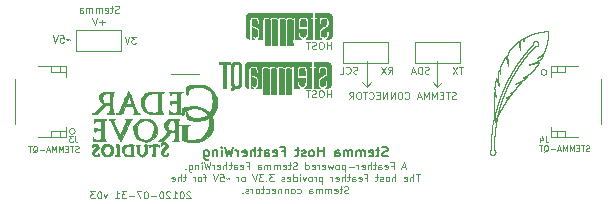
<source format=gbo>
G04 #@! TF.GenerationSoftware,KiCad,Pcbnew,(5.1.6-0-10_14)*
G04 #@! TF.CreationDate,2020-07-31T12:54:26-07:00*
G04 #@! TF.ProjectId,Stemma_Host_FeatherWing,5374656d-6d61-45f4-986f-73745f466561,v03*
G04 #@! TF.SameCoordinates,Original*
G04 #@! TF.FileFunction,Legend,Bot*
G04 #@! TF.FilePolarity,Positive*
%FSLAX46Y46*%
G04 Gerber Fmt 4.6, Leading zero omitted, Abs format (unit mm)*
G04 Created by KiCad (PCBNEW (5.1.6-0-10_14)) date 2020-07-31 12:54:26*
%MOMM*%
%LPD*%
G01*
G04 APERTURE LIST*
%ADD10C,0.100000*%
%ADD11C,0.120000*%
%ADD12C,0.160000*%
%ADD13C,0.010000*%
G04 APERTURE END LIST*
D10*
X148929597Y-93703178D02*
X148908597Y-93703178D01*
X149268597Y-91946078D02*
X149247597Y-91946078D01*
X148929597Y-93406778D02*
X148929597Y-93576178D01*
X148972597Y-93809078D02*
X148950597Y-93809078D01*
X148675597Y-93576178D02*
X148675597Y-93681978D01*
X149014597Y-93936078D02*
X149014597Y-93914878D01*
X149480597Y-91522678D02*
X149480597Y-91543878D01*
X148887597Y-93660878D02*
X148887597Y-93597378D01*
X148950597Y-93809078D02*
X148950597Y-93766678D01*
X148993597Y-93851378D02*
X148972597Y-93851378D01*
X148696597Y-93576178D02*
X148675597Y-93576178D01*
X148950597Y-93576178D02*
X148950597Y-93681978D01*
X148845597Y-93449178D02*
X148823597Y-93449178D01*
X148866597Y-93597378D02*
X148866597Y-93533778D01*
X148929597Y-93766678D02*
X148929597Y-93703178D01*
X148781597Y-93258578D02*
X148760597Y-93258578D01*
X148993597Y-93893678D02*
X148993597Y-93851378D01*
X148739597Y-93300978D02*
X148739597Y-93385678D01*
X148823597Y-93385678D02*
X148802597Y-93385678D01*
X148972597Y-93766678D02*
X148993597Y-93766678D01*
X148908597Y-93660878D02*
X148887597Y-93660878D01*
X148718597Y-93470278D02*
X148696597Y-93470278D01*
X149035597Y-93936078D02*
X149014597Y-93936078D01*
X149099597Y-92602378D02*
X149099597Y-92792878D01*
X148760597Y-93258578D02*
X148760597Y-93300978D01*
X148802597Y-93385678D02*
X148802597Y-93300978D01*
X149014597Y-93893678D02*
X148993597Y-93893678D01*
X148866597Y-93533778D02*
X148845597Y-93533778D01*
X148993597Y-93766678D02*
X148993597Y-93851378D01*
X148739597Y-93385678D02*
X148718597Y-93385678D01*
X149014597Y-93851378D02*
X149014597Y-93893678D01*
X148781597Y-93300978D02*
X148781597Y-93258578D01*
X148993597Y-92559978D02*
X148972597Y-92559978D01*
X149205597Y-92073078D02*
X149183597Y-92073078D01*
X148760597Y-93300978D02*
X148739597Y-93300978D01*
X151597597Y-92073078D02*
X151597597Y-92094278D01*
X148802597Y-93300978D02*
X148781597Y-93300978D01*
X151533597Y-92073078D02*
X151597597Y-92073078D01*
X148675597Y-93681978D02*
X148654597Y-93681978D01*
X148908597Y-92729378D02*
X148908597Y-93406778D01*
X148696597Y-93470278D02*
X148696597Y-93576178D01*
X148442597Y-97302078D02*
X148442597Y-97429078D01*
X149607597Y-94867578D02*
X149649597Y-94867578D01*
X148845597Y-93533778D02*
X148845597Y-93449178D01*
X148972597Y-93851378D02*
X148972597Y-93809078D01*
X148654597Y-93681978D02*
X148654597Y-93809078D01*
X148887597Y-93597378D02*
X148866597Y-93597378D01*
X148908597Y-93406778D02*
X148929597Y-93406778D01*
X148718597Y-93385678D02*
X148718597Y-93470278D01*
X148823597Y-93449178D02*
X148823597Y-93385678D01*
X149120597Y-92814078D02*
X149120597Y-92877578D01*
X149099597Y-92814078D02*
X149120597Y-92814078D01*
X148950597Y-93766678D02*
X148929597Y-93766678D01*
X148654597Y-93809078D02*
X148633597Y-93809078D01*
X148993597Y-93851378D02*
X149014597Y-93851378D01*
X148929597Y-93576178D02*
X148950597Y-93576178D01*
X148908597Y-93703178D02*
X148908597Y-93660878D01*
X148950597Y-93681978D02*
X148972597Y-93681978D01*
X148633597Y-93809078D02*
X148633597Y-93914878D01*
X148972597Y-93681978D02*
X148972597Y-93766678D01*
X148421597Y-97598478D02*
X148400597Y-97598478D01*
X151533597Y-92094278D02*
X151533597Y-92073078D01*
X149120597Y-92877578D02*
X149099597Y-92877578D01*
X149035597Y-93914878D02*
X149035597Y-93936078D01*
X149289597Y-91903778D02*
X149268597Y-91903778D01*
X149099597Y-92877578D02*
X149099597Y-92814078D01*
X148442597Y-97429078D02*
X148421597Y-97429078D01*
X148400597Y-97767878D02*
X148379597Y-97767878D01*
X148400597Y-97598478D02*
X148400597Y-97767878D01*
X148379597Y-97767878D02*
X148379597Y-97979578D01*
X148337597Y-98254778D02*
X148337597Y-98635778D01*
X151597597Y-92094278D02*
X151533597Y-92094278D01*
X149649597Y-94867578D02*
X149649597Y-94888678D01*
X149607597Y-94888678D02*
X149607597Y-94867578D01*
X148358597Y-98254778D02*
X148337597Y-98254778D01*
X149649597Y-94888678D02*
X149607597Y-94888678D01*
X148379597Y-97979578D02*
X148358597Y-97979578D01*
X148358597Y-97979578D02*
X148358597Y-98254778D01*
X148421597Y-97429078D02*
X148421597Y-97598478D01*
X150771597Y-91692078D02*
X150792597Y-91692078D01*
X150708597Y-91776678D02*
X150729597Y-91776678D01*
X150284597Y-92411778D02*
X150305597Y-92411778D01*
X151131597Y-91247478D02*
X151131597Y-91226278D01*
X150263597Y-92475378D02*
X150263597Y-92454178D01*
X151025597Y-91374478D02*
X151025597Y-91353278D01*
X150475597Y-92115478D02*
X150496597Y-92115478D01*
X150750597Y-91755578D02*
X150750597Y-91713178D01*
X150327597Y-92369478D02*
X150327597Y-92348278D01*
X150729597Y-91755578D02*
X150750597Y-91755578D01*
X151046597Y-91353278D02*
X151046597Y-91332178D01*
X150263597Y-92454178D02*
X150284597Y-92454178D01*
X150432597Y-92221278D02*
X150432597Y-92178978D01*
X150390597Y-92284778D02*
X150390597Y-92242478D01*
X150602597Y-91967278D02*
X150602597Y-91924878D01*
X150581597Y-91988378D02*
X150581597Y-91967278D01*
X151343597Y-90993478D02*
X151343597Y-90972278D01*
X150517597Y-92051978D02*
X150538597Y-92051978D01*
X151343597Y-90972278D02*
X151364597Y-90972278D01*
X150496597Y-92094278D02*
X150517597Y-92094278D01*
X151449597Y-90845278D02*
X151470597Y-90845278D01*
X151406597Y-90887578D02*
X151427597Y-90887578D01*
X151004597Y-91374478D02*
X151025597Y-91374478D01*
X151533597Y-90781778D02*
X151533597Y-90760578D01*
X151300597Y-91035778D02*
X151300597Y-91014578D01*
X151427597Y-90887578D02*
X151427597Y-90866378D01*
X151576597Y-90739378D02*
X151576597Y-90697078D01*
X151237597Y-91120478D02*
X151237597Y-91099278D01*
X150940597Y-91459178D02*
X150962597Y-91459178D01*
X151025597Y-91353278D02*
X151046597Y-91353278D01*
X150919597Y-91522678D02*
X150919597Y-91501478D01*
X151131597Y-91226278D02*
X151152597Y-91226278D01*
X150771597Y-91713178D02*
X150771597Y-91692078D01*
X150729597Y-91776678D02*
X150729597Y-91755578D01*
X150242597Y-92517678D02*
X150242597Y-92475378D01*
X150559597Y-91988378D02*
X150581597Y-91988378D01*
X150644597Y-91903778D02*
X150644597Y-91861378D01*
X150813597Y-91628578D02*
X150835597Y-91628578D01*
X151554597Y-90739378D02*
X151576597Y-90739378D01*
X151089597Y-91268678D02*
X151110597Y-91268678D01*
X150559597Y-92030778D02*
X150559597Y-91988378D01*
X150813597Y-91670878D02*
X150813597Y-91628578D01*
X150686597Y-91819078D02*
X150708597Y-91819078D01*
X150475597Y-92157778D02*
X150475597Y-92115478D01*
X151279597Y-91078078D02*
X151279597Y-91035778D01*
X151576597Y-90697078D02*
X151597597Y-90697078D01*
X150898597Y-91522678D02*
X150919597Y-91522678D01*
X151195597Y-91141678D02*
X151216597Y-91141678D01*
X151237597Y-91099278D02*
X151258597Y-91099278D01*
X151046597Y-91332178D02*
X151067597Y-91332178D01*
X151067597Y-91310978D02*
X151089597Y-91310978D01*
X150411597Y-92221278D02*
X150432597Y-92221278D01*
X150898597Y-91543878D02*
X150898597Y-91522678D01*
X151470597Y-90824078D02*
X151491597Y-90824078D01*
X151258597Y-91099278D02*
X151258597Y-91078078D01*
X151533597Y-90760578D02*
X151554597Y-90760578D01*
X150983597Y-91416878D02*
X151004597Y-91416878D01*
X151279597Y-91035778D02*
X151300597Y-91035778D01*
X150644597Y-91861378D02*
X150665597Y-91861378D01*
X150242597Y-92475378D02*
X150263597Y-92475378D01*
X151491597Y-90824078D02*
X151491597Y-90802878D01*
X151258597Y-91078078D02*
X151279597Y-91078078D01*
X150369597Y-92305978D02*
X150369597Y-92284778D01*
X150877597Y-91586178D02*
X150877597Y-91543878D01*
X149797597Y-91014578D02*
X149797597Y-91035778D01*
X149374597Y-91734378D02*
X149353597Y-91734378D01*
X149099597Y-92305978D02*
X149078597Y-92305978D01*
X149776597Y-92009578D02*
X149776597Y-92115478D01*
X149310597Y-91861378D02*
X149289597Y-91861378D01*
X149183597Y-92115478D02*
X149162597Y-92115478D01*
X149882597Y-90887578D02*
X149882597Y-90929878D01*
X149289597Y-91861378D02*
X149289597Y-91903778D01*
X149247597Y-91946078D02*
X149247597Y-91988378D01*
X148972597Y-92623478D02*
X148950597Y-92623478D01*
X149353597Y-91734378D02*
X149353597Y-91776678D01*
X148929597Y-92665878D02*
X148929597Y-92729378D01*
X149543597Y-91437978D02*
X149522597Y-91437978D01*
X149395597Y-91713178D02*
X149374597Y-91713178D01*
X149353597Y-91776678D02*
X149332597Y-91776678D01*
X149374597Y-91713178D02*
X149374597Y-91734378D01*
X149120597Y-92200078D02*
X149120597Y-92263678D01*
X149522597Y-91480378D02*
X149501597Y-91480378D01*
X149056597Y-92708178D02*
X149056597Y-92623478D01*
X150771597Y-90824078D02*
X150771597Y-90781778D01*
X149924597Y-90866378D02*
X149903597Y-90866378D01*
X149332597Y-91776678D02*
X149332597Y-91819078D01*
X148950597Y-92623478D02*
X148950597Y-92665878D01*
X149183597Y-92073078D02*
X149183597Y-92115478D01*
X149332597Y-91819078D02*
X149310597Y-91819078D01*
X149607597Y-91374478D02*
X149564597Y-91374478D01*
X149395597Y-91670878D02*
X149395597Y-91713178D01*
X149056597Y-92623478D02*
X149035597Y-92623478D01*
X149522597Y-91437978D02*
X149522597Y-91480378D01*
X149205597Y-92030778D02*
X149205597Y-92073078D01*
X150729597Y-90612378D02*
X150729597Y-90485378D01*
X149014597Y-92538878D02*
X149014597Y-92517678D01*
X148950597Y-92665878D02*
X148929597Y-92665878D01*
X149035597Y-92623478D02*
X149035597Y-92538878D01*
X149162597Y-92157778D02*
X149141597Y-92157778D01*
X150009597Y-90760578D02*
X149988597Y-90760578D01*
X150750597Y-90612378D02*
X150729597Y-90612378D01*
X149691597Y-91903778D02*
X149691597Y-91840278D01*
X149078597Y-92708178D02*
X149056597Y-92708178D01*
X149501597Y-91480378D02*
X149501597Y-91522678D01*
X149691597Y-91840278D02*
X149670597Y-91840278D01*
X149459597Y-91543878D02*
X149459597Y-91586178D01*
X149945597Y-90824078D02*
X149945597Y-90845278D01*
X149501597Y-91522678D02*
X149480597Y-91522678D01*
X149459597Y-91586178D02*
X149437597Y-91586178D01*
X149416597Y-91628578D02*
X149416597Y-91670878D01*
X149988597Y-90760578D02*
X149988597Y-90781778D01*
X149734597Y-91268678D02*
X149713597Y-91268678D01*
X149797597Y-91035778D02*
X149776597Y-91035778D01*
X149162597Y-92115478D02*
X149162597Y-92157778D01*
X149310597Y-91819078D02*
X149310597Y-91861378D01*
X149268597Y-91903778D02*
X149268597Y-91946078D01*
X149141597Y-92200078D02*
X149120597Y-92200078D01*
X149078597Y-92792878D02*
X149078597Y-92708178D01*
X149099597Y-92792878D02*
X149078597Y-92792878D01*
X149480597Y-91543878D02*
X149459597Y-91543878D01*
X149035597Y-92538878D02*
X149014597Y-92538878D01*
X149078597Y-92602378D02*
X149099597Y-92602378D01*
X149141597Y-92157778D02*
X149141597Y-92200078D01*
X149247597Y-91988378D02*
X149226597Y-91988378D01*
X150221597Y-90506478D02*
X150221597Y-90527678D01*
X149840597Y-90951078D02*
X149840597Y-90993478D01*
X149797597Y-92178978D02*
X149776597Y-92178978D01*
X150432597Y-90315978D02*
X150411597Y-90315978D01*
X149713597Y-91903778D02*
X149691597Y-91903778D01*
X150263597Y-90464178D02*
X150263597Y-90485378D01*
X150792597Y-90824078D02*
X150771597Y-90824078D01*
X149437597Y-91586178D02*
X149437597Y-91628578D01*
X149099597Y-92263678D02*
X149099597Y-92305978D01*
X148972597Y-92559978D02*
X148972597Y-92623478D01*
X150390597Y-90358278D02*
X150369597Y-90358278D01*
X149840597Y-90993478D02*
X149819597Y-90993478D01*
X149437597Y-91628578D02*
X149416597Y-91628578D01*
X149014597Y-92517678D02*
X148993597Y-92517678D01*
X150792597Y-90781778D02*
X150792597Y-90824078D01*
X150030597Y-90718178D02*
X150030597Y-90739378D01*
X149078597Y-92305978D02*
X149078597Y-92602378D01*
X149120597Y-92263678D02*
X149099597Y-92263678D01*
X149226597Y-92030778D02*
X149205597Y-92030778D01*
X149564597Y-91374478D02*
X149564597Y-91416878D01*
X149776597Y-92178978D02*
X149776597Y-92115478D01*
X149734597Y-91988378D02*
X149713597Y-91988378D01*
X148993597Y-92517678D02*
X148993597Y-92559978D01*
X149776597Y-91035778D02*
X149776597Y-91078078D01*
X149967597Y-90824078D02*
X149945597Y-90824078D01*
X148929597Y-92729378D02*
X148908597Y-92729378D01*
X149416597Y-91670878D02*
X149395597Y-91670878D01*
X149226597Y-91988378D02*
X149226597Y-92030778D01*
X149564597Y-91416878D02*
X149543597Y-91416878D01*
X149543597Y-91416878D02*
X149543597Y-91437978D01*
X149628597Y-91522678D02*
X149607597Y-91522678D01*
X149628597Y-91649678D02*
X149628597Y-91522678D01*
X149776597Y-91078078D02*
X149755597Y-91078078D01*
X150305597Y-90421878D02*
X150305597Y-90442978D01*
X149755597Y-92115478D02*
X149755597Y-92051978D01*
X149967597Y-90781778D02*
X149967597Y-90824078D01*
X149882597Y-90929878D02*
X149861597Y-90929878D01*
X150200597Y-90548878D02*
X150178597Y-90548878D01*
X149734597Y-91861378D02*
X149755597Y-91861378D01*
X150538597Y-90210178D02*
X150538597Y-90231278D01*
X149755597Y-91861378D02*
X149755597Y-92009578D01*
X149861597Y-90929878D02*
X149861597Y-90951078D01*
X150094597Y-90654678D02*
X150073597Y-90654678D01*
X149607597Y-91522678D02*
X149607597Y-91374478D01*
X149670597Y-91840278D02*
X149670597Y-91734378D01*
X149819597Y-90993478D02*
X149819597Y-91014578D01*
X149734597Y-91099278D02*
X149734597Y-91268678D01*
X150369597Y-90358278D02*
X150369597Y-90379478D01*
X149713597Y-91268678D02*
X149713597Y-91628578D01*
X150327597Y-90421878D02*
X150305597Y-90421878D01*
X150602597Y-90188978D02*
X150559597Y-90188978D01*
X150771597Y-90294778D02*
X150771597Y-90739378D01*
X149649597Y-91734378D02*
X149649597Y-91649678D01*
X149776597Y-92115478D02*
X149797597Y-92115478D01*
X150390597Y-90337178D02*
X150390597Y-90358278D01*
X150115597Y-90633578D02*
X150094597Y-90633578D01*
X150623597Y-90146678D02*
X150623597Y-90167778D01*
X149670597Y-91734378D02*
X149649597Y-91734378D01*
X149734597Y-91628578D02*
X149734597Y-91861378D01*
X149713597Y-91628578D02*
X149734597Y-91628578D01*
X149924597Y-90845278D02*
X149924597Y-90866378D01*
X150073597Y-90675878D02*
X150051597Y-90675878D01*
X149903597Y-90887578D02*
X149882597Y-90887578D01*
X150178597Y-90548878D02*
X150178597Y-90570078D01*
X150178597Y-90570078D02*
X150157597Y-90570078D01*
X149755597Y-91078078D02*
X149755597Y-91099278D01*
X150454597Y-90294778D02*
X150432597Y-90294778D01*
X150411597Y-90337178D02*
X150390597Y-90337178D01*
X149776597Y-92115478D02*
X149755597Y-92115478D01*
X150030597Y-90739378D02*
X150009597Y-90739378D01*
X149734597Y-92051978D02*
X149734597Y-91988378D01*
X149649597Y-91649678D02*
X149628597Y-91649678D01*
X149755597Y-91099278D02*
X149734597Y-91099278D01*
X150009597Y-90739378D02*
X150009597Y-90760578D01*
X150242597Y-90506478D02*
X150221597Y-90506478D01*
X150644597Y-90146678D02*
X150623597Y-90146678D01*
X149713597Y-91988378D02*
X149713597Y-91903778D01*
X150327597Y-90400678D02*
X150327597Y-90421878D01*
X150623597Y-90167778D02*
X150602597Y-90167778D01*
X149861597Y-90951078D02*
X149840597Y-90951078D01*
X150496597Y-90273678D02*
X150454597Y-90273678D01*
X150051597Y-90675878D02*
X150051597Y-90718178D01*
X150369597Y-90379478D02*
X150348597Y-90379478D01*
X149903597Y-90866378D02*
X149903597Y-90887578D01*
X150242597Y-90485378D02*
X150242597Y-90506478D01*
X150284597Y-90464178D02*
X150263597Y-90464178D01*
X150454597Y-90273678D02*
X150454597Y-90294778D01*
X150432597Y-90294778D02*
X150432597Y-90315978D01*
X150348597Y-90379478D02*
X150348597Y-90400678D01*
X149755597Y-92009578D02*
X149776597Y-92009578D01*
X150051597Y-90718178D02*
X150030597Y-90718178D01*
X149797597Y-92115478D02*
X149797597Y-92178978D01*
X149819597Y-91014578D02*
X149797597Y-91014578D01*
X149755597Y-92051978D02*
X149734597Y-92051978D01*
X150559597Y-90210178D02*
X150538597Y-90210178D01*
X149945597Y-90845278D02*
X149924597Y-90845278D01*
X150708597Y-90294778D02*
X150686597Y-90294778D01*
X150771597Y-90739378D02*
X150750597Y-90739378D01*
X150729597Y-90485378D02*
X150708597Y-90485378D01*
X151110597Y-91268678D02*
X151110597Y-91247478D01*
X150686597Y-90294778D02*
X150686597Y-90125478D01*
X150411597Y-90315978D02*
X150411597Y-90337178D01*
X150094597Y-90633578D02*
X150094597Y-90654678D01*
X150962597Y-91459178D02*
X150962597Y-91437978D01*
X150983597Y-91437978D02*
X150983597Y-91416878D01*
X150856597Y-89998478D02*
X150813597Y-89998478D01*
X151999597Y-90146678D02*
X151999597Y-90125478D01*
X151935597Y-90210178D02*
X151935597Y-90188978D01*
X151067597Y-89871378D02*
X151025597Y-89871378D01*
X151999597Y-90125478D02*
X152062597Y-90125478D01*
X150792597Y-90083078D02*
X150792597Y-90294778D01*
X151957597Y-90188978D02*
X151957597Y-90167778D01*
X150644597Y-90125478D02*
X150644597Y-90146678D01*
X150559597Y-90188978D02*
X150559597Y-90210178D01*
X150263597Y-90485378D02*
X150242597Y-90485378D01*
X150962597Y-89913778D02*
X150962597Y-89934878D01*
X150136597Y-90612378D02*
X150115597Y-90612378D01*
X150517597Y-90231278D02*
X150517597Y-90252478D01*
X151724597Y-90548878D02*
X151745597Y-90548878D01*
X151787597Y-90485378D02*
X151808597Y-90485378D01*
X150305597Y-90442978D02*
X150284597Y-90442978D01*
X150686597Y-90125478D02*
X150644597Y-90125478D01*
X150602597Y-90167778D02*
X150602597Y-90188978D01*
X150708597Y-90485378D02*
X150708597Y-90294778D01*
X150517597Y-90252478D02*
X150496597Y-90252478D01*
X151639597Y-90654678D02*
X151639597Y-90633578D01*
X151195597Y-91162778D02*
X151195597Y-91141678D01*
X150115597Y-90612378D02*
X150115597Y-90633578D01*
X151830597Y-90442978D02*
X151851597Y-90442978D01*
X151914597Y-90252478D02*
X151914597Y-90210178D01*
X150348597Y-90400678D02*
X150327597Y-90400678D01*
X151089597Y-91310978D02*
X151089597Y-91268678D01*
X151660597Y-90633578D02*
X151660597Y-90612378D01*
X151914597Y-90210178D02*
X151935597Y-90210178D01*
X150284597Y-90442978D02*
X150284597Y-90464178D01*
X150856597Y-89977278D02*
X150856597Y-89998478D01*
X151173597Y-91162778D02*
X151195597Y-91162778D01*
X151152597Y-91205178D02*
X151173597Y-91205178D01*
X150157597Y-90591178D02*
X150136597Y-90591178D01*
X151110597Y-91247478D02*
X151131597Y-91247478D01*
X151935597Y-90188978D02*
X151957597Y-90188978D01*
X150983597Y-89892578D02*
X150983597Y-89913778D01*
X151703597Y-90570078D02*
X151724597Y-90570078D01*
X151025597Y-89892578D02*
X150983597Y-89892578D01*
X151808597Y-90485378D02*
X151808597Y-90464178D01*
X151745597Y-90548878D02*
X151745597Y-90527678D01*
X150919597Y-89934878D02*
X150919597Y-89956078D01*
X151089597Y-89956078D02*
X151089597Y-89850278D01*
X151766597Y-90527678D02*
X151766597Y-90506478D01*
X150538597Y-90231278D02*
X150517597Y-90231278D01*
X151067597Y-89956078D02*
X151089597Y-89956078D01*
X150496597Y-90252478D02*
X150496597Y-90273678D01*
X151703597Y-90591178D02*
X151703597Y-90570078D01*
X150136597Y-90591178D02*
X150136597Y-90612378D01*
X151681597Y-90612378D02*
X151681597Y-90591178D01*
X150200597Y-90527678D02*
X150200597Y-90548878D01*
X150157597Y-90570078D02*
X150157597Y-90591178D01*
X151830597Y-90464178D02*
X151830597Y-90442978D01*
X150221597Y-90527678D02*
X150200597Y-90527678D01*
X150073597Y-90654678D02*
X150073597Y-90675878D01*
X150750597Y-90739378D02*
X150750597Y-90612378D01*
X151724597Y-90570078D02*
X151724597Y-90548878D01*
X150877597Y-89977278D02*
X150856597Y-89977278D01*
X151067597Y-90104278D02*
X151067597Y-89956078D01*
X151067597Y-91332178D02*
X151067597Y-91310978D01*
X151512597Y-90781778D02*
X151533597Y-90781778D01*
X151554597Y-90760578D02*
X151554597Y-90739378D01*
X151364597Y-90951078D02*
X151385597Y-90951078D01*
X150327597Y-92348278D02*
X150348597Y-92348278D01*
X151681597Y-90591178D02*
X151703597Y-90591178D01*
X151089597Y-89850278D02*
X151067597Y-89850278D01*
X151618597Y-90654678D02*
X151639597Y-90654678D01*
X150962597Y-89934878D02*
X150919597Y-89934878D01*
X150813597Y-90083078D02*
X150792597Y-90083078D01*
X151385597Y-90929878D02*
X151406597Y-90929878D01*
X152062597Y-90125478D02*
X152062597Y-90104278D01*
X151173597Y-91205178D02*
X151173597Y-91162778D01*
X151364597Y-90972278D02*
X151364597Y-90951078D01*
X151512597Y-90802878D02*
X151512597Y-90781778D01*
X150983597Y-89913778D02*
X150962597Y-89913778D01*
X151957597Y-90167778D02*
X151978597Y-90167778D01*
X151978597Y-90146678D02*
X151999597Y-90146678D01*
X151978597Y-90167778D02*
X151978597Y-90146678D01*
X151851597Y-90421878D02*
X151872597Y-90421878D01*
X151745597Y-90527678D02*
X151766597Y-90527678D01*
X150919597Y-89956078D02*
X150877597Y-89956078D01*
X151893597Y-90400678D02*
X151893597Y-90252478D01*
X151618597Y-90675878D02*
X151618597Y-90654678D01*
X151787597Y-90506478D02*
X151787597Y-90485378D01*
X150813597Y-89998478D02*
X150813597Y-90083078D01*
X151808597Y-90464178D02*
X151830597Y-90464178D01*
X151766597Y-90506478D02*
X151787597Y-90506478D01*
X151216597Y-91120478D02*
X151237597Y-91120478D01*
X151067597Y-89850278D02*
X151067597Y-89871378D01*
X151639597Y-90633578D02*
X151660597Y-90633578D01*
X151872597Y-90421878D02*
X151872597Y-90400678D01*
X150432597Y-92178978D02*
X150454597Y-92178978D01*
X150962597Y-91437978D02*
X150983597Y-91437978D01*
X151300597Y-91014578D02*
X151322597Y-91014578D01*
X151660597Y-90612378D02*
X151681597Y-90612378D01*
X151152597Y-91226278D02*
X151152597Y-91205178D01*
X151851597Y-90442978D02*
X151851597Y-90421878D01*
X151893597Y-90252478D02*
X151914597Y-90252478D01*
X150792597Y-90294778D02*
X150771597Y-90294778D01*
X151470597Y-90845278D02*
X151470597Y-90824078D01*
X151322597Y-91014578D02*
X151322597Y-90993478D01*
X150348597Y-92305978D02*
X150369597Y-92305978D01*
X151427597Y-90866378D02*
X151449597Y-90866378D01*
X151597597Y-90675878D02*
X151618597Y-90675878D01*
X151322597Y-90993478D02*
X151343597Y-90993478D01*
X150877597Y-89956078D02*
X150877597Y-89977278D01*
X150454597Y-92157778D02*
X150475597Y-92157778D01*
X151025597Y-89871378D02*
X151025597Y-89892578D01*
X151385597Y-90951078D02*
X151385597Y-90929878D01*
X151216597Y-91141678D02*
X151216597Y-91120478D01*
X150305597Y-92369478D02*
X150327597Y-92369478D01*
X150940597Y-91501478D02*
X150940597Y-91459178D01*
X151872597Y-90400678D02*
X151893597Y-90400678D01*
X151004597Y-91416878D02*
X151004597Y-91374478D01*
X151406597Y-90929878D02*
X151406597Y-90887578D01*
X151491597Y-90802878D02*
X151512597Y-90802878D01*
X151449597Y-90866378D02*
X151449597Y-90845278D01*
X150919597Y-91501478D02*
X150940597Y-91501478D01*
X151597597Y-90697078D02*
X151597597Y-90675878D01*
X149607597Y-93639678D02*
X149628597Y-93639678D01*
X150877597Y-91543878D02*
X150898597Y-91543878D01*
X150411597Y-92242478D02*
X150411597Y-92221278D01*
X150835597Y-91607378D02*
X150856597Y-91607378D01*
X149649597Y-93554978D02*
X149670597Y-93554978D01*
X150369597Y-92284778D02*
X150390597Y-92284778D01*
X150602597Y-91924878D02*
X150623597Y-91924878D01*
X149120597Y-94825178D02*
X149120597Y-94761678D01*
X150348597Y-92348278D02*
X150348597Y-92305978D01*
X150538597Y-92051978D02*
X150538597Y-92030778D01*
X150496597Y-92115478D02*
X150496597Y-92094278D01*
X148972597Y-95185078D02*
X148993597Y-95185078D01*
X150623597Y-91903778D02*
X150644597Y-91903778D01*
X150623597Y-91924878D02*
X150623597Y-91903778D01*
X150009597Y-92877578D02*
X150030597Y-92877578D01*
X150538597Y-92030778D02*
X150559597Y-92030778D01*
X150792597Y-91692078D02*
X150792597Y-91670878D01*
X150454597Y-92178978D02*
X150454597Y-92157778D01*
X150856597Y-91586178D02*
X150877597Y-91586178D01*
X149183597Y-94655878D02*
X149183597Y-94613478D01*
X149924597Y-93025778D02*
X149945597Y-93025778D01*
X149755597Y-93343278D02*
X149776597Y-93343278D01*
X150200597Y-92559978D02*
X150221597Y-92559978D01*
X149945597Y-93025778D02*
X149945597Y-92983378D01*
X149882597Y-93131578D02*
X149882597Y-93110378D01*
X150136597Y-92665878D02*
X150157597Y-92665878D01*
X150390597Y-92242478D02*
X150411597Y-92242478D01*
X149691597Y-93512678D02*
X149691597Y-93470278D01*
X150284597Y-92454178D02*
X150284597Y-92411778D01*
X149670597Y-93554978D02*
X149670597Y-93512678D01*
X149776597Y-93300978D02*
X149797597Y-93300978D01*
X149713597Y-93470278D02*
X149713597Y-93427978D01*
X149755597Y-93385678D02*
X149755597Y-93343278D01*
X150115597Y-92686978D02*
X150136597Y-92686978D01*
X150305597Y-92411778D02*
X150305597Y-92369478D01*
X150750597Y-91713178D02*
X150771597Y-91713178D01*
X149162597Y-94719378D02*
X149162597Y-94655878D01*
X150792597Y-91670878D02*
X150813597Y-91670878D01*
X149543597Y-93766678D02*
X149564597Y-93766678D01*
X149247597Y-94507678D02*
X149247597Y-94444178D01*
X150665597Y-91861378D02*
X150665597Y-91840278D01*
X149564597Y-93724378D02*
X149586597Y-93724378D01*
X149649597Y-93597378D02*
X149649597Y-93554978D01*
X149586597Y-93681978D02*
X149607597Y-93681978D01*
X150200597Y-92581178D02*
X150200597Y-92559978D01*
X150051597Y-92835178D02*
X150051597Y-92792878D01*
X150665597Y-91840278D02*
X150686597Y-91840278D01*
X150157597Y-92623478D02*
X150178597Y-92623478D01*
X149226597Y-94507678D02*
X149247597Y-94507678D01*
X149967597Y-92983378D02*
X149967597Y-92941078D01*
X149840597Y-93216278D02*
X149840597Y-93173978D01*
X150136597Y-92686978D02*
X150136597Y-92665878D01*
X150581597Y-91967278D02*
X150602597Y-91967278D01*
X150708597Y-91819078D02*
X150708597Y-91776678D01*
X150221597Y-92559978D02*
X150221597Y-92517678D01*
X150178597Y-92623478D02*
X150178597Y-92581178D01*
X150835597Y-91628578D02*
X150835597Y-91607378D01*
X149183597Y-94613478D02*
X149205597Y-94613478D01*
X150517597Y-92094278D02*
X150517597Y-92051978D01*
X150030597Y-92877578D02*
X150030597Y-92835178D01*
X149628597Y-93639678D02*
X149628597Y-93597378D01*
X150686597Y-91840278D02*
X150686597Y-91819078D01*
X149967597Y-92941078D02*
X149988597Y-92941078D01*
X150856597Y-91607378D02*
X150856597Y-91586178D01*
X149797597Y-93300978D02*
X149797597Y-93258578D01*
X149522597Y-93809078D02*
X149543597Y-93809078D01*
X149903597Y-93110378D02*
X149903597Y-93068078D01*
X148887597Y-95460278D02*
X148908597Y-95460278D01*
X149056597Y-94952178D02*
X149078597Y-94952178D01*
X149014597Y-95121578D02*
X149014597Y-95058078D01*
X149776597Y-93343278D02*
X149776597Y-93300978D01*
X149882597Y-93110378D02*
X149903597Y-93110378D01*
X149840597Y-93173978D02*
X149861597Y-93173978D01*
X149035597Y-94994578D02*
X149056597Y-94994578D01*
X149607597Y-93681978D02*
X149607597Y-93639678D01*
X149374597Y-94147778D02*
X149395597Y-94147778D01*
X149395597Y-94147778D02*
X149395597Y-94084278D01*
X148908597Y-95460278D02*
X148908597Y-95375578D01*
X149564597Y-93766678D02*
X149564597Y-93724378D01*
X150178597Y-92581178D02*
X150200597Y-92581178D01*
X149078597Y-94952178D02*
X149078597Y-94888678D01*
X149988597Y-92919878D02*
X150009597Y-92919878D01*
X149819597Y-93258578D02*
X149819597Y-93216278D01*
X149861597Y-93173978D02*
X149861597Y-93131578D01*
X150221597Y-92517678D02*
X150242597Y-92517678D01*
X149797597Y-93258578D02*
X149819597Y-93258578D01*
X150009597Y-92919878D02*
X150009597Y-92877578D01*
X149670597Y-93512678D02*
X149691597Y-93512678D01*
X150157597Y-92665878D02*
X150157597Y-92623478D01*
X149819597Y-93216278D02*
X149840597Y-93216278D01*
X150073597Y-92792878D02*
X150073597Y-92771678D01*
X149734597Y-93385678D02*
X149755597Y-93385678D01*
X149691597Y-93470278D02*
X149713597Y-93470278D01*
X150073597Y-92771678D02*
X150094597Y-92771678D01*
X149988597Y-92941078D02*
X149988597Y-92919878D01*
X149861597Y-93131578D02*
X149882597Y-93131578D01*
X148929597Y-95312078D02*
X148950597Y-95312078D01*
X149056597Y-94994578D02*
X149056597Y-94952178D01*
X149353597Y-94190078D02*
X149374597Y-94190078D01*
X149416597Y-94041878D02*
X149437597Y-94041878D01*
X148972597Y-95248578D02*
X148972597Y-95185078D01*
X148950597Y-95248578D02*
X148972597Y-95248578D01*
X149903597Y-93068078D02*
X149924597Y-93068078D01*
X149586597Y-93724378D02*
X149586597Y-93681978D01*
X150030597Y-92835178D02*
X150051597Y-92835178D01*
X148950597Y-95312078D02*
X148950597Y-95248578D01*
X148993597Y-95121578D02*
X149014597Y-95121578D01*
X149734597Y-93427978D02*
X149734597Y-93385678D01*
X149945597Y-92983378D02*
X149967597Y-92983378D01*
X149522597Y-93851378D02*
X149522597Y-93809078D01*
X149459597Y-93957178D02*
X149480597Y-93957178D01*
X149099597Y-94825178D02*
X149120597Y-94825178D01*
X149035597Y-95058078D02*
X149035597Y-94994578D01*
X149924597Y-93068078D02*
X149924597Y-93025778D01*
X148675597Y-96857478D02*
X148675597Y-96921078D01*
X150051597Y-92792878D02*
X150073597Y-92792878D01*
X149353597Y-94232478D02*
X149353597Y-94190078D01*
X150094597Y-92771678D02*
X150094597Y-92729378D01*
X148760597Y-96645778D02*
X148760597Y-96688178D01*
X148929597Y-95375578D02*
X148929597Y-95312078D01*
X148908597Y-95375578D02*
X148929597Y-95375578D01*
X150094597Y-92729378D02*
X150115597Y-92729378D01*
X149374597Y-94190078D02*
X149374597Y-94147778D01*
X149459597Y-93999578D02*
X149459597Y-93957178D01*
X150115597Y-92729378D02*
X150115597Y-92686978D01*
X148823597Y-95735478D02*
X148823597Y-95671978D01*
X149628597Y-93597378D02*
X149649597Y-93597378D01*
X149713597Y-93427978D02*
X149734597Y-93427978D01*
X149628597Y-94147778D02*
X149607597Y-94147778D01*
X149014597Y-95058078D02*
X149035597Y-95058078D01*
X149268597Y-94444178D02*
X149268597Y-94401778D01*
X149543597Y-93809078D02*
X149543597Y-93766678D01*
X149099597Y-94888678D02*
X149099597Y-94825178D01*
X149713597Y-93914878D02*
X149713597Y-93957178D01*
X148696597Y-96222378D02*
X148696597Y-96137778D01*
X148993597Y-95185078D02*
X148993597Y-95121578D01*
X149205597Y-94549978D02*
X149226597Y-94549978D01*
X149247597Y-94444178D02*
X149268597Y-94444178D01*
X149480597Y-93914878D02*
X149501597Y-93914878D01*
X149120597Y-94761678D02*
X149141597Y-94761678D01*
X149480597Y-93957178D02*
X149480597Y-93914878D01*
X148887597Y-95523778D02*
X148887597Y-95460278D01*
X148887597Y-96264778D02*
X148887597Y-96370578D01*
X148802597Y-95820178D02*
X148802597Y-95735478D01*
X149310597Y-94295978D02*
X149332597Y-94295978D01*
X148696597Y-96793978D02*
X148696597Y-96857478D01*
X149395597Y-94084278D02*
X149416597Y-94084278D01*
X149649597Y-94105378D02*
X149628597Y-94105378D01*
X149141597Y-94761678D02*
X149141597Y-94719378D01*
X148739597Y-96053078D02*
X148739597Y-95968378D01*
X148675597Y-96307078D02*
X148675597Y-96222378D01*
X149056597Y-95714378D02*
X149035597Y-95714378D01*
X148802597Y-96603478D02*
X148781597Y-96603478D01*
X149289597Y-94401778D02*
X149289597Y-94338278D01*
X149289597Y-94338278D02*
X149310597Y-94338278D01*
X148845597Y-95587278D02*
X148866597Y-95587278D01*
X148718597Y-96053078D02*
X148739597Y-96053078D01*
X149162597Y-94655878D02*
X149183597Y-94655878D01*
X148845597Y-95671978D02*
X148845597Y-95587278D01*
X149226597Y-94549978D02*
X149226597Y-94507678D01*
X149141597Y-94719378D02*
X149162597Y-94719378D01*
X148802597Y-96539978D02*
X148802597Y-96603478D01*
X148972597Y-96031878D02*
X148950597Y-96031878D01*
X148866597Y-96370578D02*
X148866597Y-96455278D01*
X149332597Y-94295978D02*
X149332597Y-94232478D01*
X149501597Y-93914878D02*
X149501597Y-93851378D01*
X149268597Y-94401778D02*
X149289597Y-94401778D01*
X149437597Y-93999578D02*
X149459597Y-93999578D01*
X149437597Y-94041878D02*
X149437597Y-93999578D01*
X149078597Y-94888678D02*
X149099597Y-94888678D01*
X149183597Y-95248578D02*
X149183597Y-95312078D01*
X149501597Y-93851378D02*
X149522597Y-93851378D01*
X148654597Y-96921078D02*
X148654597Y-96730478D01*
X148950597Y-96095378D02*
X148929597Y-96095378D01*
X149205597Y-94613478D02*
X149205597Y-94549978D01*
X148781597Y-96645778D02*
X148760597Y-96645778D01*
X148866597Y-95587278D02*
X148866597Y-95523778D01*
X149205597Y-95185078D02*
X149205597Y-95248578D01*
X149459597Y-94549978D02*
X149437597Y-94549978D01*
X149353597Y-94761678D02*
X149353597Y-94825178D01*
X148802597Y-95735478D02*
X148823597Y-95735478D01*
X149734597Y-93914878D02*
X149713597Y-93914878D01*
X149332597Y-94232478D02*
X149353597Y-94232478D01*
X148696597Y-96857478D02*
X148675597Y-96857478D01*
X149014597Y-95798978D02*
X149014597Y-95862578D01*
X148739597Y-96751678D02*
X148718597Y-96751678D01*
X149310597Y-94338278D02*
X149310597Y-94295978D01*
X149416597Y-94084278D02*
X149416597Y-94041878D01*
X149670597Y-94063078D02*
X149649597Y-94063078D01*
X149035597Y-95798978D02*
X149014597Y-95798978D01*
X148993597Y-95947178D02*
X148972597Y-95947178D01*
X148887597Y-96370578D02*
X148866597Y-96370578D01*
X149247597Y-95121578D02*
X149226597Y-95121578D01*
X148866597Y-96455278D02*
X148845597Y-96455278D01*
X148654597Y-96391778D02*
X148654597Y-96307078D01*
X149332597Y-94888678D02*
X149310597Y-94888678D01*
X149056597Y-95650878D02*
X149056597Y-95714378D01*
X148823597Y-96539978D02*
X148802597Y-96539978D01*
X148633597Y-94338278D02*
X148654597Y-94338278D01*
X149522597Y-94401778D02*
X149501597Y-94401778D01*
X148675597Y-96222378D02*
X148696597Y-96222378D01*
X148866597Y-95523778D02*
X148887597Y-95523778D01*
X148760597Y-96688178D02*
X148739597Y-96688178D01*
X148760597Y-95968378D02*
X148760597Y-95883678D01*
X148696597Y-96137778D02*
X148718597Y-96137778D01*
X148760597Y-95883678D02*
X148781597Y-95883678D01*
X148633597Y-96730478D02*
X148633597Y-96391778D01*
X148845597Y-96497678D02*
X148823597Y-96497678D01*
X149416597Y-94613478D02*
X149416597Y-94655878D01*
X149268597Y-94994578D02*
X149268597Y-95058078D01*
X148929597Y-96180078D02*
X148908597Y-96180078D01*
X149543597Y-94338278D02*
X149522597Y-94338278D01*
X149416597Y-94655878D02*
X149395597Y-94655878D01*
X149310597Y-94931078D02*
X149289597Y-94931078D01*
X148781597Y-95883678D02*
X148781597Y-95820178D01*
X148950597Y-96031878D02*
X148950597Y-96095378D01*
X148654597Y-96307078D02*
X148675597Y-96307078D01*
X148908597Y-96180078D02*
X148908597Y-96264778D01*
X148675597Y-96921078D02*
X148654597Y-96921078D01*
X148823597Y-95671978D02*
X148845597Y-95671978D01*
X148972597Y-95947178D02*
X148972597Y-96031878D01*
X149459597Y-94507678D02*
X149459597Y-94549978D01*
X149035597Y-95714378D02*
X149035597Y-95798978D01*
X149628597Y-94105378D02*
X149628597Y-94147778D01*
X148739597Y-95968378D02*
X148760597Y-95968378D01*
X148633597Y-96391778D02*
X148654597Y-96391778D01*
X148718597Y-96751678D02*
X148718597Y-96793978D01*
X148781597Y-96603478D02*
X148781597Y-96645778D01*
X148548597Y-94782878D02*
X148548597Y-95714378D01*
X148506597Y-96899878D02*
X148506597Y-96984578D01*
X149289597Y-94931078D02*
X149289597Y-94994578D01*
X149437597Y-94549978D02*
X149437597Y-94613478D01*
X148654597Y-96730478D02*
X148633597Y-96730478D01*
X148993597Y-95862578D02*
X148993597Y-95947178D01*
X148845597Y-96455278D02*
X148845597Y-96497678D01*
X148908597Y-96264778D02*
X148887597Y-96264778D01*
X148718597Y-96793978D02*
X148696597Y-96793978D01*
X149078597Y-95650878D02*
X149056597Y-95650878D01*
X149014597Y-95862578D02*
X148993597Y-95862578D01*
X148781597Y-95820178D02*
X148802597Y-95820178D01*
X149247597Y-95058078D02*
X149247597Y-95121578D01*
X148823597Y-96497678D02*
X148823597Y-96539978D01*
X149649597Y-94063078D02*
X149649597Y-94105378D01*
X148718597Y-96137778D02*
X148718597Y-96053078D01*
X148527597Y-96899878D02*
X148506597Y-96899878D01*
X149713597Y-93957178D02*
X149691597Y-93957178D01*
X149141597Y-95375578D02*
X149141597Y-95439178D01*
X148929597Y-96095378D02*
X148929597Y-96180078D01*
X149226597Y-95185078D02*
X149205597Y-95185078D01*
X149480597Y-94507678D02*
X149459597Y-94507678D01*
X149437597Y-94613478D02*
X149416597Y-94613478D01*
X149353597Y-94825178D02*
X149332597Y-94825178D01*
X149586597Y-94253578D02*
X149564597Y-94253578D01*
X148739597Y-96688178D02*
X148739597Y-96751678D01*
X150432597Y-92623478D02*
X150411597Y-92623478D01*
X149734597Y-93872578D02*
X149734597Y-93914878D01*
X149332597Y-94825178D02*
X149332597Y-94888678D01*
X149078597Y-95566178D02*
X149078597Y-95650878D01*
X148569597Y-96688178D02*
X148548597Y-96688178D01*
X150813597Y-92009578D02*
X150813597Y-92030778D01*
X148591597Y-96137778D02*
X148591597Y-96582278D01*
X148548597Y-96688178D02*
X148548597Y-96793978D01*
X149099597Y-95502678D02*
X149099597Y-95566178D01*
X148696597Y-94698178D02*
X148675597Y-94698178D01*
X148696597Y-94761678D02*
X148696597Y-94698178D01*
X149564597Y-94295978D02*
X149543597Y-94295978D01*
X149205597Y-95248578D02*
X149183597Y-95248578D01*
X149501597Y-94444178D02*
X149480597Y-94444178D01*
X149162597Y-95312078D02*
X149162597Y-95375578D01*
X149564597Y-94253578D02*
X149564597Y-94295978D01*
X148548597Y-94782878D02*
X148739597Y-94782878D01*
X148718597Y-94761678D02*
X148696597Y-94761678D01*
X149480597Y-94444178D02*
X149480597Y-94507678D01*
X148718597Y-94782878D02*
X148548597Y-94782878D01*
X149099597Y-95566178D02*
X149078597Y-95566178D01*
X148696597Y-94592378D02*
X148696597Y-94698178D01*
X149289597Y-94994578D02*
X149268597Y-94994578D01*
X149543597Y-94295978D02*
X149543597Y-94338278D01*
X148675597Y-94592378D02*
X148696597Y-94592378D01*
X149268597Y-95058078D02*
X149247597Y-95058078D01*
X149586597Y-94190078D02*
X149586597Y-94253578D01*
X150496597Y-92475378D02*
X150496597Y-92517678D01*
X149226597Y-95121578D02*
X149226597Y-95185078D01*
X148633597Y-94507678D02*
X148612597Y-94507678D01*
X148654597Y-94634678D02*
X148654597Y-94571178D01*
X149120597Y-95502678D02*
X149099597Y-95502678D01*
X149141597Y-95439178D02*
X149120597Y-95439178D01*
X150432597Y-92581178D02*
X150432597Y-92623478D01*
X148654597Y-94338278D02*
X148654597Y-94486478D01*
X148675597Y-94698178D02*
X148675597Y-94634678D01*
X149310597Y-94888678D02*
X149310597Y-94931078D01*
X149691597Y-93999578D02*
X149670597Y-93999578D01*
X148548597Y-94634678D02*
X148548597Y-94782878D01*
X149374597Y-94719378D02*
X149374597Y-94761678D01*
X148654597Y-94571178D02*
X148633597Y-94571178D01*
X148654597Y-94486478D02*
X148675597Y-94486478D01*
X149395597Y-94719378D02*
X149374597Y-94719378D01*
X149522597Y-94338278D02*
X149522597Y-94401778D01*
X148591597Y-96582278D02*
X148569597Y-96582278D01*
X149120597Y-95439178D02*
X149120597Y-95502678D01*
X149183597Y-95312078D02*
X149162597Y-95312078D01*
X149374597Y-94761678D02*
X149353597Y-94761678D01*
X150581597Y-92348278D02*
X150581597Y-92390678D01*
X149395597Y-94655878D02*
X149395597Y-94719378D01*
X148569597Y-96137778D02*
X148591597Y-96137778D01*
X149162597Y-95375578D02*
X149141597Y-95375578D01*
X149691597Y-93957178D02*
X149691597Y-93999578D01*
X149607597Y-94190078D02*
X149586597Y-94190078D01*
X149670597Y-93999578D02*
X149670597Y-94063078D01*
X149501597Y-94401778D02*
X149501597Y-94444178D01*
X149607597Y-94147778D02*
X149607597Y-94190078D01*
X151258597Y-91416878D02*
X151258597Y-91437978D01*
X150792597Y-92073078D02*
X150771597Y-92073078D01*
X148612597Y-94168978D02*
X148633597Y-94168978D01*
X150538597Y-92411778D02*
X150538597Y-92454178D01*
X150559597Y-92411778D02*
X150538597Y-92411778D01*
X150454597Y-92538878D02*
X150454597Y-92581178D01*
X150856597Y-91967278D02*
X150835597Y-91967278D01*
X148675597Y-94486478D02*
X148675597Y-94592378D01*
X148527597Y-96793978D02*
X148527597Y-96899878D01*
X150771597Y-92073078D02*
X150771597Y-92094278D01*
X148612597Y-94444178D02*
X148591597Y-94444178D01*
X148739597Y-94782878D02*
X148739597Y-94804078D01*
X148591597Y-94444178D02*
X148591597Y-94422978D01*
X148591597Y-94422978D02*
X148569597Y-94422978D01*
X150602597Y-92348278D02*
X150581597Y-92348278D01*
X150835597Y-92009578D02*
X150813597Y-92009578D01*
X148718597Y-94804078D02*
X148718597Y-94782878D01*
X150623597Y-92305978D02*
X150602597Y-92305978D01*
X148569597Y-95714378D02*
X148569597Y-96137778D01*
X150665597Y-92221278D02*
X150665597Y-92242478D01*
X152274597Y-91522678D02*
X152253597Y-91522678D01*
X150962597Y-91797878D02*
X150962597Y-91819078D01*
X150454597Y-92581178D02*
X150432597Y-92581178D01*
X148633597Y-94571178D02*
X148633597Y-94507678D01*
X148633597Y-94168978D02*
X148633597Y-94338278D01*
X150665597Y-92242478D02*
X150644597Y-92242478D01*
X150856597Y-91946078D02*
X150856597Y-91967278D01*
X148612597Y-94507678D02*
X148612597Y-94444178D01*
X150475597Y-92538878D02*
X150454597Y-92538878D01*
X148612597Y-93957178D02*
X148612597Y-94168978D01*
X150348597Y-92729378D02*
X150348597Y-92750578D01*
X150369597Y-92729378D02*
X150348597Y-92729378D01*
X148718597Y-94698178D02*
X148718597Y-94761678D01*
X148548597Y-96793978D02*
X148527597Y-96793978D01*
X148696597Y-94698178D02*
X148718597Y-94698178D01*
X148569597Y-94422978D02*
X148569597Y-94634678D01*
X150729597Y-92157778D02*
X150708597Y-92157778D01*
X148569597Y-94634678D02*
X148548597Y-94634678D01*
X150750597Y-92115478D02*
X150729597Y-92115478D01*
X150475597Y-92517678D02*
X150475597Y-92538878D01*
X148739597Y-94804078D02*
X148718597Y-94804078D01*
X148569597Y-96582278D02*
X148569597Y-96688178D01*
X148548597Y-95714378D02*
X148569597Y-95714378D01*
X150771597Y-92094278D02*
X150750597Y-92094278D01*
X150644597Y-92242478D02*
X150644597Y-92284778D01*
X150581597Y-92390678D02*
X150559597Y-92390678D01*
X150411597Y-92623478D02*
X150411597Y-92644678D01*
X150390597Y-92644678D02*
X150390597Y-92686978D01*
X150792597Y-92030778D02*
X150792597Y-92073078D01*
X150835597Y-91967278D02*
X150835597Y-92009578D01*
X148633597Y-93914878D02*
X148633597Y-93957178D01*
X150708597Y-92157778D02*
X150708597Y-92178978D01*
X150686597Y-92178978D02*
X150686597Y-92221278D01*
X150538597Y-92454178D02*
X150517597Y-92454178D01*
X150348597Y-92750578D02*
X150327597Y-92750578D01*
X148633597Y-93957178D02*
X148612597Y-93957178D01*
X148675597Y-94634678D02*
X148654597Y-94634678D01*
X150517597Y-92454178D02*
X150517597Y-92475378D01*
X151152597Y-91543878D02*
X151152597Y-91564978D01*
X151343597Y-91310978D02*
X151343597Y-91332178D01*
X150559597Y-92390678D02*
X150559597Y-92411778D01*
X151512597Y-91099278D02*
X151512597Y-91120478D01*
X151046597Y-91713178D02*
X151025597Y-91713178D01*
X151406597Y-91247478D02*
X151385597Y-91247478D01*
X150983597Y-91755578D02*
X150983597Y-91797878D01*
X151427597Y-91226278D02*
X151406597Y-91226278D01*
X151322597Y-91332178D02*
X151322597Y-91353278D01*
X151300597Y-91353278D02*
X151300597Y-91374478D01*
X150940597Y-91861378D02*
X150919597Y-91861378D01*
X151004597Y-91755578D02*
X150983597Y-91755578D01*
X150729597Y-92115478D02*
X150729597Y-92157778D01*
X151046597Y-91670878D02*
X151046597Y-91713178D01*
X151025597Y-91734378D02*
X151004597Y-91734378D01*
X150750597Y-92094278D02*
X150750597Y-92115478D01*
X151258597Y-91437978D02*
X151237597Y-91437978D01*
X151089597Y-91628578D02*
X151089597Y-91649678D01*
X151343597Y-91332178D02*
X151322597Y-91332178D01*
X152232597Y-90506478D02*
X152232597Y-90527678D01*
X151385597Y-91247478D02*
X151385597Y-91268678D01*
X150496597Y-92517678D02*
X150475597Y-92517678D01*
X150390597Y-92686978D02*
X150369597Y-92686978D01*
X150602597Y-92305978D02*
X150602597Y-92348278D01*
X150940597Y-91819078D02*
X150940597Y-91861378D01*
X151491597Y-91120478D02*
X151491597Y-91141678D01*
X151554597Y-91078078D02*
X151533597Y-91078078D01*
X151110597Y-91586178D02*
X151110597Y-91628578D01*
X150686597Y-92221278D02*
X150665597Y-92221278D01*
X150644597Y-92284778D02*
X150623597Y-92284778D01*
X151893597Y-90718178D02*
X151872597Y-90718178D01*
X151216597Y-91480378D02*
X151195597Y-91480378D01*
X151195597Y-91522678D02*
X151173597Y-91522678D01*
X151449597Y-91205178D02*
X151427597Y-91205178D01*
X150517597Y-92475378D02*
X150496597Y-92475378D01*
X151152597Y-91564978D02*
X151131597Y-91564978D01*
X152274597Y-91501478D02*
X152274597Y-91522678D01*
X152317597Y-90400678D02*
X152317597Y-90442978D01*
X151322597Y-91353278D02*
X151300597Y-91353278D01*
X150898597Y-91882578D02*
X150898597Y-91903778D01*
X151004597Y-91734378D02*
X151004597Y-91755578D01*
X150898597Y-91903778D02*
X150877597Y-91903778D01*
X151131597Y-91564978D02*
X151131597Y-91586178D01*
X150708597Y-92178978D02*
X150686597Y-92178978D01*
X151237597Y-91459178D02*
X151216597Y-91459178D01*
X150813597Y-92030778D02*
X150792597Y-92030778D01*
X150411597Y-92644678D02*
X150390597Y-92644678D01*
X151914597Y-90697078D02*
X151893597Y-90697078D01*
X150877597Y-91946078D02*
X150856597Y-91946078D01*
X151110597Y-91628578D02*
X151089597Y-91628578D01*
X150919597Y-91861378D02*
X150919597Y-91882578D01*
X151279597Y-91374478D02*
X151279597Y-91416878D01*
X151216597Y-91459178D02*
X151216597Y-91480378D01*
X150623597Y-92284778D02*
X150623597Y-92305978D01*
X151195597Y-91501478D02*
X151195597Y-91522678D01*
X150962597Y-91819078D02*
X150940597Y-91819078D01*
X151449597Y-91183978D02*
X151449597Y-91205178D01*
X151512597Y-91120478D02*
X151491597Y-91120478D01*
X151364597Y-91310978D02*
X151343597Y-91310978D01*
X150369597Y-92686978D02*
X150369597Y-92729378D01*
X152295597Y-90485378D02*
X152274597Y-90485378D01*
X151089597Y-91649678D02*
X151067597Y-91649678D01*
X151173597Y-91543878D02*
X151152597Y-91543878D01*
X151935597Y-90633578D02*
X151935597Y-90654678D01*
X152274597Y-90506478D02*
X152232597Y-90506478D01*
X150919597Y-91882578D02*
X150898597Y-91882578D01*
X151703597Y-90908778D02*
X151681597Y-90908778D01*
X151364597Y-91268678D02*
X151364597Y-91310978D01*
X150983597Y-91797878D02*
X150962597Y-91797878D01*
X151131597Y-91586178D02*
X151110597Y-91586178D01*
X152211597Y-90548878D02*
X152041597Y-90548878D01*
X152317597Y-90442978D02*
X152295597Y-90442978D01*
X151745597Y-90866378D02*
X151724597Y-90866378D01*
X151830597Y-90760578D02*
X151830597Y-90781778D01*
X151491597Y-91141678D02*
X151470597Y-91141678D01*
X152295597Y-89363378D02*
X152295597Y-89384478D01*
X151195597Y-91480378D02*
X151195597Y-91501478D01*
X152253597Y-91522678D02*
X152253597Y-91501478D01*
X151470597Y-91141678D02*
X151470597Y-91183978D01*
X151978597Y-90612378D02*
X151957597Y-90612378D01*
X152020597Y-90570078D02*
X152020597Y-90591178D01*
X151618597Y-90972278D02*
X151618597Y-91014578D01*
X151681597Y-89553878D02*
X151681597Y-89575078D01*
X151872597Y-90739378D02*
X151851597Y-90739378D01*
X151300597Y-91374478D02*
X151279597Y-91374478D01*
X152295597Y-90442978D02*
X152295597Y-90485378D01*
X151978597Y-90591178D02*
X151978597Y-90612378D01*
X151724597Y-90887578D02*
X151703597Y-90887578D01*
X151533597Y-91099278D02*
X151512597Y-91099278D01*
X151978597Y-89469178D02*
X151914597Y-89469178D01*
X151258597Y-89765578D02*
X151216597Y-89765578D01*
X151385597Y-91268678D02*
X151364597Y-91268678D01*
X151533597Y-91078078D02*
X151533597Y-91099278D01*
X152211597Y-90527678D02*
X152211597Y-90548878D01*
X151067597Y-91670878D02*
X151046597Y-91670878D01*
X151406597Y-91226278D02*
X151406597Y-91247478D01*
X151025597Y-91713178D02*
X151025597Y-91734378D01*
X151110597Y-89913778D02*
X151110597Y-89998478D01*
X150877597Y-91903778D02*
X150877597Y-91946078D01*
X151427597Y-91205178D02*
X151427597Y-91226278D01*
X151279597Y-91416878D02*
X151258597Y-91416878D01*
X151067597Y-91649678D02*
X151067597Y-91670878D01*
X151787597Y-90824078D02*
X151766597Y-90824078D01*
X151173597Y-91522678D02*
X151173597Y-91543878D01*
X151618597Y-89596178D02*
X151576597Y-89596178D01*
X151957597Y-90612378D02*
X151957597Y-90633578D01*
X151914597Y-90654678D02*
X151914597Y-90697078D01*
X152317597Y-90252478D02*
X152338597Y-90252478D01*
X151470597Y-91183978D02*
X151449597Y-91183978D01*
X151766597Y-90845278D02*
X151745597Y-90845278D01*
X151957597Y-90633578D02*
X151935597Y-90633578D01*
X151787597Y-90802878D02*
X151787597Y-90824078D01*
X151660597Y-90929878D02*
X151660597Y-90951078D01*
X151703597Y-90887578D02*
X151703597Y-90908778D01*
X152020597Y-90591178D02*
X151978597Y-90591178D01*
X151851597Y-89490378D02*
X151851597Y-89511478D01*
X152232597Y-90527678D02*
X152211597Y-90527678D01*
X151576597Y-91056978D02*
X151554597Y-91056978D01*
X151914597Y-89469178D02*
X151914597Y-89490378D01*
X152274597Y-90485378D02*
X152274597Y-90506478D01*
X151681597Y-90908778D02*
X151681597Y-90929878D01*
X151237597Y-91437978D02*
X151237597Y-91459178D01*
X152338597Y-90252478D02*
X152338597Y-90400678D01*
X151808597Y-90781778D02*
X151808597Y-90802878D01*
X151830597Y-90781778D02*
X151808597Y-90781778D01*
X151470597Y-89638578D02*
X151470597Y-89659678D01*
X151110597Y-89998478D02*
X151089597Y-89998478D01*
X151660597Y-90951078D02*
X151639597Y-90951078D01*
X151554597Y-91056978D02*
X151554597Y-91078078D01*
X153163597Y-89257478D02*
X153015597Y-89257478D01*
X152761597Y-91120478D02*
X152782597Y-91120478D01*
X151935597Y-90654678D02*
X151914597Y-90654678D01*
X152401597Y-89342178D02*
X152401597Y-89363378D01*
X151893597Y-90697078D02*
X151893597Y-90718178D01*
X151576597Y-89596178D02*
X151576597Y-89617378D01*
X152253597Y-90167778D02*
X152274597Y-90167778D01*
X152274597Y-90188978D02*
X152295597Y-90188978D01*
X151724597Y-89532678D02*
X151724597Y-89553878D01*
X152613597Y-91268678D02*
X152613597Y-91247478D01*
X151173597Y-89786778D02*
X151173597Y-89807878D01*
X152211597Y-89405678D02*
X152126597Y-89405678D01*
X151872597Y-90718178D02*
X151872597Y-90739378D01*
X151639597Y-90951078D02*
X151639597Y-90972278D01*
X151152597Y-89829078D02*
X151131597Y-89829078D01*
X151512597Y-89617378D02*
X151512597Y-89638578D01*
X152867597Y-90972278D02*
X152867597Y-90908778D01*
X151470597Y-89659678D02*
X151427597Y-89659678D01*
X151385597Y-89702078D02*
X151343597Y-89702078D01*
X151618597Y-91014578D02*
X151597597Y-91014578D01*
X152062597Y-89426878D02*
X152062597Y-89447978D01*
X151427597Y-89680878D02*
X151385597Y-89680878D01*
X152634597Y-89320978D02*
X152507597Y-89320978D01*
X152782597Y-89299878D02*
X152634597Y-89299878D01*
X152126597Y-89426878D02*
X152062597Y-89426878D01*
X151851597Y-89511478D02*
X151787597Y-89511478D01*
X151745597Y-90845278D02*
X151745597Y-90866378D01*
X152295597Y-90210178D02*
X152317597Y-90210178D01*
X151300597Y-89723278D02*
X151300597Y-89744378D01*
X151724597Y-90866378D02*
X151724597Y-90887578D01*
X151639597Y-90972278D02*
X151618597Y-90972278D01*
X152825597Y-91078078D02*
X152825597Y-91014578D01*
X151131597Y-89829078D02*
X151131597Y-89913778D01*
X151597597Y-91035778D02*
X151576597Y-91035778D01*
X152041597Y-90548878D02*
X152041597Y-90570078D01*
X152634597Y-91226278D02*
X152655597Y-91226278D01*
X152232597Y-90146678D02*
X152253597Y-90146678D01*
X151851597Y-90739378D02*
X151851597Y-90760578D01*
X151681597Y-90929878D02*
X151660597Y-90929878D01*
X151787597Y-89511478D02*
X151787597Y-89532678D01*
X152168597Y-90104278D02*
X152168597Y-90125478D01*
X151089597Y-89998478D02*
X151089597Y-90104278D01*
X152253597Y-90146678D02*
X152253597Y-90167778D01*
X151766597Y-90824078D02*
X151766597Y-90845278D01*
X151385597Y-89680878D02*
X151385597Y-89702078D01*
X152634597Y-89299878D02*
X152634597Y-89320978D01*
X151512597Y-89638578D02*
X151470597Y-89638578D01*
X151576597Y-91035778D02*
X151576597Y-91056978D01*
X152338597Y-90400678D02*
X152317597Y-90400678D01*
X152126597Y-89405678D02*
X152126597Y-89426878D01*
X152041597Y-90570078D02*
X152020597Y-90570078D01*
X152401597Y-89363378D02*
X152295597Y-89363378D01*
X151851597Y-90760578D02*
X151830597Y-90760578D01*
X152062597Y-89447978D02*
X151978597Y-89447978D01*
X151131597Y-89913778D02*
X151110597Y-89913778D01*
X152507597Y-89342178D02*
X152401597Y-89342178D01*
X151597597Y-91014578D02*
X151597597Y-91035778D01*
X152719597Y-91162778D02*
X152740597Y-91162778D01*
X151152597Y-89807878D02*
X151152597Y-89829078D01*
X151173597Y-89807878D02*
X151152597Y-89807878D01*
X152168597Y-90125478D02*
X152232597Y-90125478D01*
X151808597Y-90802878D02*
X151787597Y-90802878D01*
X151618597Y-89575078D02*
X151618597Y-89596178D01*
X151343597Y-89702078D02*
X151343597Y-89723278D01*
X152655597Y-91226278D02*
X152655597Y-91205178D01*
X151258597Y-89744378D02*
X151258597Y-89765578D01*
X152846597Y-90972278D02*
X152867597Y-90972278D01*
X151427597Y-89659678D02*
X151427597Y-89680878D01*
X153100597Y-89998478D02*
X153121597Y-89998478D01*
X152317597Y-91459178D02*
X152359597Y-91459178D01*
X153121597Y-89829078D02*
X153142597Y-89829078D01*
X152401597Y-91459178D02*
X152359597Y-91459178D01*
X152274597Y-90167778D02*
X152274597Y-90188978D01*
X152930597Y-90718178D02*
X152952597Y-90718178D01*
X151681597Y-89575078D02*
X151618597Y-89575078D01*
X151914597Y-89490378D02*
X151851597Y-89490378D01*
X151216597Y-89786778D02*
X151173597Y-89786778D01*
X153163597Y-89575078D02*
X153163597Y-89257478D01*
X152295597Y-89384478D02*
X152211597Y-89384478D01*
X152909597Y-90845278D02*
X152909597Y-90781778D01*
X152507597Y-91353278D02*
X152507597Y-91332178D01*
X152973597Y-90591178D02*
X152994597Y-90591178D01*
X151787597Y-89532678D02*
X151724597Y-89532678D01*
X152507597Y-89320978D02*
X152507597Y-89342178D01*
X151978597Y-89447978D02*
X151978597Y-89469178D01*
X152740597Y-91162778D02*
X152740597Y-91141678D01*
X151300597Y-89744378D02*
X151258597Y-89744378D01*
X151343597Y-89723278D02*
X151300597Y-89723278D01*
X152634597Y-91247478D02*
X152634597Y-91226278D01*
X151724597Y-89553878D02*
X151681597Y-89553878D01*
X151576597Y-89617378D02*
X151512597Y-89617378D01*
X152592597Y-91268678D02*
X152613597Y-91268678D01*
X152317597Y-90210178D02*
X152317597Y-90252478D01*
X152211597Y-89384478D02*
X152211597Y-89405678D01*
X152295597Y-90188978D02*
X152295597Y-90210178D01*
X151216597Y-89765578D02*
X151216597Y-89786778D01*
X152592597Y-91289778D02*
X152592597Y-91268678D01*
X152782597Y-91120478D02*
X152782597Y-91099278D01*
X152677597Y-91289778D02*
X152677597Y-91310978D01*
X152422597Y-91416878D02*
X152422597Y-91395678D01*
X152317597Y-91480378D02*
X152317597Y-91459178D01*
X152888597Y-90845278D02*
X152909597Y-90845278D01*
X153079597Y-90125478D02*
X153100597Y-90125478D01*
X153142597Y-89829078D02*
X153142597Y-89575078D01*
X152909597Y-90781778D02*
X152930597Y-90781778D01*
X152994597Y-90506478D02*
X153015597Y-90506478D01*
X152952597Y-90654678D02*
X152973597Y-90654678D01*
X152549597Y-91289778D02*
X152592597Y-91289778D01*
X152740597Y-91141678D02*
X152761597Y-91141678D01*
X152295597Y-91501478D02*
X152295597Y-91480378D01*
X153015597Y-89257478D02*
X153015597Y-89278678D01*
X152677597Y-91205178D02*
X152677597Y-91183978D01*
X152549597Y-91310978D02*
X152549597Y-91289778D01*
X153079597Y-90231278D02*
X153079597Y-90125478D01*
X152952597Y-90718178D02*
X152952597Y-90654678D01*
X152825597Y-91014578D02*
X152846597Y-91014578D01*
X152401597Y-91437978D02*
X152401597Y-91459178D01*
X153036597Y-90337178D02*
X153057597Y-90337178D01*
X153015597Y-90506478D02*
X153015597Y-90421878D01*
X152232597Y-90125478D02*
X152232597Y-90146678D01*
X152698597Y-91374478D02*
X152698597Y-91310978D01*
X152295597Y-91480378D02*
X152317597Y-91480378D01*
X152867597Y-90908778D02*
X152888597Y-90908778D01*
X152422597Y-91395678D02*
X152444597Y-91395678D01*
X152613597Y-91247478D02*
X152634597Y-91247478D01*
X152655597Y-91459178D02*
X152655597Y-91416878D01*
X152719597Y-91289778D02*
X152677597Y-91289778D01*
X152994597Y-90591178D02*
X152994597Y-90506478D01*
X153057597Y-90337178D02*
X153057597Y-90231278D01*
X152444597Y-91416878D02*
X152444597Y-91437978D01*
X152507597Y-91628578D02*
X152507597Y-91607378D01*
X153015597Y-90421878D02*
X153036597Y-90421878D01*
X152571597Y-91374478D02*
X152528597Y-91374478D01*
X152359597Y-91480378D02*
X152317597Y-91480378D01*
X152888597Y-90908778D02*
X152888597Y-90845278D01*
X152401597Y-91692078D02*
X152422597Y-91692078D01*
X152592597Y-91543878D02*
X152613597Y-91543878D01*
X152295597Y-91903778D02*
X152253597Y-91903778D01*
X152634597Y-91310978D02*
X152634597Y-91332178D01*
X152719597Y-91183978D02*
X152719597Y-91162778D01*
X152465597Y-91670878D02*
X152465597Y-91649678D01*
X152338597Y-92009578D02*
X152338597Y-91967278D01*
X152528597Y-91332178D02*
X152528597Y-91310978D01*
X152528597Y-91395678D02*
X152486597Y-91395678D01*
X152973597Y-90654678D02*
X152973597Y-90591178D01*
X152782597Y-91099278D02*
X152803597Y-91099278D01*
X152549597Y-91586178D02*
X152571597Y-91586178D01*
X152507597Y-91607378D02*
X152549597Y-91607378D01*
X152359597Y-91459178D02*
X152359597Y-91480378D01*
X152634597Y-91459178D02*
X152655597Y-91459178D01*
X152677597Y-91183978D02*
X152719597Y-91183978D01*
X153057597Y-90231278D02*
X153079597Y-90231278D01*
X152380597Y-91713178D02*
X152401597Y-91713178D01*
X152020597Y-91903778D02*
X152084597Y-91903778D01*
X152338597Y-91967278D02*
X152359597Y-91967278D01*
X153121597Y-89998478D02*
X153121597Y-89829078D01*
X152401597Y-91861378D02*
X152359597Y-91861378D01*
X152930597Y-90781778D02*
X152930597Y-90718178D01*
X152465597Y-91353278D02*
X152507597Y-91353278D01*
X152592597Y-91564978D02*
X152592597Y-91543878D01*
X152803597Y-91078078D02*
X152825597Y-91078078D01*
X153015597Y-89278678D02*
X152782597Y-89278678D01*
X153036597Y-90421878D02*
X153036597Y-90337178D01*
X152655597Y-91205178D02*
X152677597Y-91205178D01*
X152549597Y-91607378D02*
X152549597Y-91586178D01*
X151830597Y-91988378D02*
X151872597Y-91988378D01*
X151999597Y-91988378D02*
X151999597Y-92009578D01*
X152380597Y-91437978D02*
X152380597Y-91416878D01*
X151766597Y-92009578D02*
X151830597Y-92009578D01*
X152677597Y-91310978D02*
X152634597Y-91310978D01*
X152486597Y-91628578D02*
X152507597Y-91628578D01*
X152634597Y-91501478D02*
X152634597Y-91459178D01*
X152782597Y-89278678D02*
X152782597Y-89299878D01*
X152677597Y-91374478D02*
X152698597Y-91374478D01*
X152613597Y-91501478D02*
X152634597Y-91501478D01*
X152613597Y-91332178D02*
X152613597Y-91353278D01*
X153100597Y-90125478D02*
X153100597Y-89998478D01*
X152677597Y-91416878D02*
X152677597Y-91374478D01*
X152528597Y-91374478D02*
X152528597Y-91395678D01*
X152444597Y-91437978D02*
X152401597Y-91437978D01*
X152655597Y-91416878D02*
X152677597Y-91416878D01*
X152317597Y-91480378D02*
X152317597Y-91501478D01*
X152528597Y-91310978D02*
X152549597Y-91310978D01*
X152846597Y-91014578D02*
X152846597Y-90972278D01*
X152698597Y-91310978D02*
X152719597Y-91310978D01*
X152761597Y-91141678D02*
X152761597Y-91120478D01*
X153142597Y-89575078D02*
X153163597Y-89575078D01*
X152422597Y-91670878D02*
X152465597Y-91670878D01*
X152803597Y-91099278D02*
X152803597Y-91078078D01*
X152486597Y-91395678D02*
X152486597Y-91416878D01*
X152444597Y-91395678D02*
X152444597Y-91374478D01*
X152359597Y-91882578D02*
X152295597Y-91882578D01*
X152507597Y-91332178D02*
X152528597Y-91332178D01*
X152338597Y-91734378D02*
X152380597Y-91734378D01*
X151872597Y-91967278D02*
X151935597Y-91967278D01*
X151618597Y-92051978D02*
X151681597Y-92051978D01*
X151830597Y-92030778D02*
X151830597Y-92051978D01*
X152084597Y-91882578D02*
X152126597Y-91882578D01*
X152380597Y-91734378D02*
X152380597Y-91713178D01*
X151766597Y-92030778D02*
X151766597Y-92009578D01*
X152190597Y-91819078D02*
X152232597Y-91819078D01*
X152147597Y-91861378D02*
X152147597Y-91840278D01*
X152401597Y-91903778D02*
X152401597Y-91861378D01*
X152295597Y-91755578D02*
X152338597Y-91755578D01*
X151999597Y-92454178D02*
X151999597Y-92432978D01*
X152571597Y-91564978D02*
X152592597Y-91564978D01*
X152359597Y-91459178D02*
X152359597Y-91437978D01*
X152190597Y-91924878D02*
X152190597Y-91946078D01*
X152401597Y-91713178D02*
X152401597Y-91692078D01*
X152465597Y-91649678D02*
X152486597Y-91649678D01*
X152147597Y-91840278D02*
X152190597Y-91840278D01*
X152126597Y-91882578D02*
X152126597Y-91861378D01*
X151872597Y-91988378D02*
X151872597Y-91967278D01*
X152147597Y-91946078D02*
X152147597Y-91967278D01*
X152380597Y-91416878D02*
X152422597Y-91416878D01*
X151914597Y-92009578D02*
X151914597Y-92030778D01*
X152422597Y-91692078D02*
X152422597Y-91670878D01*
X152359597Y-91861378D02*
X152359597Y-91882578D01*
X152380597Y-91946078D02*
X152380597Y-91903778D01*
X152486597Y-91649678D02*
X152486597Y-91628578D01*
X152613597Y-91543878D02*
X152613597Y-91501478D01*
X151808597Y-92686978D02*
X151808597Y-92665878D01*
X152295597Y-91882578D02*
X152295597Y-91903778D01*
X152465597Y-91374478D02*
X152465597Y-91353278D01*
X152719597Y-91310978D02*
X152719597Y-91289778D01*
X152613597Y-91353278D02*
X152571597Y-91353278D01*
X152571597Y-91586178D02*
X152571597Y-91564978D01*
X152232597Y-91819078D02*
X152232597Y-91797878D01*
X151935597Y-91946078D02*
X151978597Y-91946078D01*
X152084597Y-91903778D02*
X152084597Y-91882578D01*
X151724597Y-92051978D02*
X151724597Y-92073078D01*
X152486597Y-91416878D02*
X152444597Y-91416878D01*
X152359597Y-91437978D02*
X152380597Y-91437978D01*
X152020597Y-91924878D02*
X152020597Y-91903778D01*
X152232597Y-92157778D02*
X152232597Y-92136578D01*
X152317597Y-91501478D02*
X152295597Y-91501478D01*
X151999597Y-92009578D02*
X151914597Y-92009578D01*
X152571597Y-91353278D02*
X152571597Y-91374478D01*
X152444597Y-91374478D02*
X152465597Y-91374478D01*
X152634597Y-91332178D02*
X152613597Y-91332178D01*
X151914597Y-92030778D02*
X151830597Y-92030778D01*
X151258597Y-93216278D02*
X151258597Y-93195078D01*
X151978597Y-91924878D02*
X152020597Y-91924878D01*
X152359597Y-91967278D02*
X152359597Y-91946078D01*
X152084597Y-91988378D02*
X151999597Y-91988378D01*
X152295597Y-91776678D02*
X152295597Y-91755578D01*
X152105597Y-92305978D02*
X152126597Y-92305978D01*
X151872597Y-92602378D02*
X151872597Y-92581178D01*
X151110597Y-93131578D02*
X151152597Y-93131578D01*
X151703597Y-92771678D02*
X151724597Y-92771678D01*
X151660597Y-92814078D02*
X151681597Y-92814078D01*
X151681597Y-92792878D02*
X151703597Y-92792878D01*
X151830597Y-92051978D02*
X151724597Y-92051978D01*
X152105597Y-92327178D02*
X152105597Y-92305978D01*
X152232597Y-91797878D02*
X152274597Y-91797878D01*
X152126597Y-91861378D02*
X152147597Y-91861378D01*
X152190597Y-91946078D02*
X152147597Y-91946078D01*
X152020597Y-92432978D02*
X152020597Y-92411778D01*
X152232597Y-92136578D02*
X152253597Y-92136578D01*
X151999597Y-92432978D02*
X152020597Y-92432978D01*
X152274597Y-92094278D02*
X152274597Y-92073078D01*
X151914597Y-92559978D02*
X151914597Y-92538878D01*
X151830597Y-92009578D02*
X151830597Y-91988378D01*
X152190597Y-92221278D02*
X152190597Y-92178978D01*
X152168597Y-92221278D02*
X152190597Y-92221278D01*
X151618597Y-92073078D02*
X151618597Y-92051978D01*
X152147597Y-92242478D02*
X152168597Y-92242478D01*
X152147597Y-91967278D02*
X152084597Y-91967278D01*
X152190597Y-91840278D02*
X152190597Y-91819078D01*
X151237597Y-93216278D02*
X151258597Y-93216278D01*
X151279597Y-93046878D02*
X151322597Y-93046878D01*
X152253597Y-91903778D02*
X152253597Y-91924878D01*
X152380597Y-91903778D02*
X152401597Y-91903778D01*
X151724597Y-92073078D02*
X151618597Y-92073078D01*
X152274597Y-91797878D02*
X152274597Y-91776678D01*
X152253597Y-91924878D02*
X152190597Y-91924878D01*
X152126597Y-92305978D02*
X152126597Y-92263678D01*
X151935597Y-91967278D02*
X151935597Y-91946078D01*
X152084597Y-91967278D02*
X152084597Y-91988378D01*
X152338597Y-91755578D02*
X152338597Y-91734378D01*
X151681597Y-92030778D02*
X151766597Y-92030778D01*
X152359597Y-91946078D02*
X152380597Y-91946078D01*
X151978597Y-91946078D02*
X151978597Y-91924878D01*
X152211597Y-92178978D02*
X152211597Y-92157778D01*
X152253597Y-92136578D02*
X152253597Y-92094278D01*
X152211597Y-92157778D02*
X152232597Y-92157778D01*
X151851597Y-92602378D02*
X151872597Y-92602378D01*
X151279597Y-93068078D02*
X151279597Y-93046878D01*
X151766597Y-92708178D02*
X151787597Y-92708178D01*
X152168597Y-92242478D02*
X152168597Y-92221278D01*
X151343597Y-93152778D02*
X151343597Y-93131578D01*
X152317597Y-92009578D02*
X152338597Y-92009578D01*
X151935597Y-92517678D02*
X151957597Y-92517678D01*
X151343597Y-93004578D02*
X151385597Y-93004578D01*
X151808597Y-92665878D02*
X151830597Y-92665878D01*
X151787597Y-92686978D02*
X151808597Y-92686978D01*
X151872597Y-92581178D02*
X151893597Y-92581178D01*
X151681597Y-92051978D02*
X151681597Y-92030778D01*
X152274597Y-91776678D02*
X152295597Y-91776678D01*
X151787597Y-92708178D02*
X151787597Y-92686978D01*
X151830597Y-92665878D02*
X151830597Y-92644678D01*
X151703597Y-92792878D02*
X151703597Y-92771678D01*
X151258597Y-93195078D02*
X151300597Y-93195078D01*
X151724597Y-92750578D02*
X151745597Y-92750578D01*
X151660597Y-92835178D02*
X151660597Y-92814078D01*
X152253597Y-92094278D02*
X152274597Y-92094278D01*
X151216597Y-93131578D02*
X151216597Y-93152778D01*
X151300597Y-93195078D02*
X151300597Y-93173978D01*
X151978597Y-92454178D02*
X151999597Y-92454178D01*
X151914597Y-92538878D02*
X151935597Y-92538878D01*
X152041597Y-92411778D02*
X152041597Y-92390678D01*
X151216597Y-93258578D02*
X151216597Y-93237478D01*
X151152597Y-93300978D02*
X151173597Y-93300978D01*
X151089597Y-93195078D02*
X151046597Y-93195078D01*
X152317597Y-92030778D02*
X152317597Y-92009578D01*
X152062597Y-92348278D02*
X152084597Y-92348278D01*
X151491597Y-92941078D02*
X151491597Y-92919878D01*
X152295597Y-92030778D02*
X152317597Y-92030778D01*
X152020597Y-92411778D02*
X152041597Y-92411778D01*
X151935597Y-92538878D02*
X151935597Y-92517678D01*
X151957597Y-92517678D02*
X151957597Y-92496478D01*
X151745597Y-92729378D02*
X151766597Y-92729378D01*
X151724597Y-92771678D02*
X151724597Y-92750578D01*
X151618597Y-92856378D02*
X151618597Y-92835178D01*
X150771597Y-93533778D02*
X150813597Y-93533778D01*
X152190597Y-92178978D02*
X152211597Y-92178978D01*
X152295597Y-92073078D02*
X152295597Y-92030778D01*
X152084597Y-92327178D02*
X152105597Y-92327178D01*
X151893597Y-92581178D02*
X151893597Y-92559978D01*
X152062597Y-92390678D02*
X152062597Y-92348278D01*
X151745597Y-92750578D02*
X151745597Y-92729378D01*
X151046597Y-93173978D02*
X151089597Y-93173978D01*
X151110597Y-93152778D02*
X151110597Y-93131578D01*
X151851597Y-92644678D02*
X151851597Y-92602378D01*
X151618597Y-92835178D02*
X151660597Y-92835178D01*
X151830597Y-92644678D02*
X151851597Y-92644678D01*
X151893597Y-92559978D02*
X151914597Y-92559978D01*
X151322597Y-93152778D02*
X151343597Y-93152778D01*
X150792597Y-93618478D02*
X150729597Y-93618478D01*
X151385597Y-93004578D02*
X151385597Y-92983378D01*
X152147597Y-92263678D02*
X152147597Y-92242478D01*
X151237597Y-93237478D02*
X151237597Y-93216278D01*
X150686597Y-93809078D02*
X150686597Y-93787878D01*
X151343597Y-93131578D02*
X151364597Y-93131578D01*
X151322597Y-93025778D02*
X151343597Y-93025778D01*
X150792597Y-93597378D02*
X150792597Y-93618478D01*
X151449597Y-92962278D02*
X151449597Y-92941078D01*
X151427597Y-92983378D02*
X151427597Y-92962278D01*
X150750597Y-93745578D02*
X150750597Y-93724378D01*
X152126597Y-92263678D02*
X152147597Y-92263678D01*
X151957597Y-92496478D02*
X151978597Y-92496478D01*
X152084597Y-92348278D02*
X152084597Y-92327178D01*
X151449597Y-92941078D02*
X151491597Y-92941078D01*
X151554597Y-92877578D02*
X151597597Y-92877578D01*
X152041597Y-92390678D02*
X152062597Y-92390678D01*
X151597597Y-92856378D02*
X151618597Y-92856378D01*
X150475597Y-93681978D02*
X150475597Y-93703178D01*
X151322597Y-93046878D02*
X151322597Y-93025778D01*
X151681597Y-92814078D02*
X151681597Y-92792878D01*
X151364597Y-93131578D02*
X151364597Y-93089278D01*
X151322597Y-93110378D02*
X151258597Y-93110378D01*
X151978597Y-92496478D02*
X151978597Y-92454178D01*
X151766597Y-92729378D02*
X151766597Y-92708178D01*
X152274597Y-92073078D02*
X152295597Y-92073078D01*
X151131597Y-93343278D02*
X151131597Y-93322178D01*
X151152597Y-93131578D02*
X151152597Y-93110378D01*
X151089597Y-93173978D02*
X151089597Y-93195078D01*
X151046597Y-93195078D02*
X151046597Y-93173978D01*
X151258597Y-93131578D02*
X151216597Y-93131578D01*
X151195597Y-93089278D02*
X151237597Y-93089278D01*
X151364597Y-93089278D02*
X151322597Y-93089278D01*
X150771597Y-93724378D02*
X150771597Y-93703178D01*
X150792597Y-93681978D02*
X150813597Y-93681978D01*
X151216597Y-93237478D02*
X151237597Y-93237478D01*
X150940597Y-93470278D02*
X150940597Y-93449178D01*
X151089597Y-93173978D02*
X151089597Y-93152778D01*
X150750597Y-93724378D02*
X150771597Y-93724378D01*
X150051597Y-94444178D02*
X150094597Y-94444178D01*
X151173597Y-93279778D02*
X151195597Y-93279778D01*
X151195597Y-93279778D02*
X151195597Y-93258578D01*
X150729597Y-93745578D02*
X150750597Y-93745578D01*
X150665597Y-93597378D02*
X150665597Y-93576178D01*
X151089597Y-93364478D02*
X151110597Y-93364478D01*
X151343597Y-93025778D02*
X151343597Y-93004578D01*
X151554597Y-92898778D02*
X151554597Y-92877578D01*
X151237597Y-93068078D02*
X151279597Y-93068078D01*
X150813597Y-93681978D02*
X150813597Y-93660878D01*
X150559597Y-93660878D02*
X150559597Y-93681978D01*
X150898597Y-93491478D02*
X150898597Y-93470278D01*
X151322597Y-93173978D02*
X151322597Y-93152778D01*
X151258597Y-93110378D02*
X151258597Y-93131578D01*
X150983597Y-93427978D02*
X151025597Y-93427978D01*
X150729597Y-93766678D02*
X150729597Y-93745578D01*
X151597597Y-92877578D02*
X151597597Y-92856378D01*
X151300597Y-93173978D02*
X151322597Y-93173978D01*
X151385597Y-92983378D02*
X151427597Y-92983378D01*
X151131597Y-93322178D02*
X151152597Y-93322178D01*
X150835597Y-93660878D02*
X150835597Y-93618478D01*
X150729597Y-93639678D02*
X150644597Y-93639678D01*
X151152597Y-93110378D02*
X151195597Y-93110378D01*
X151491597Y-92919878D02*
X151512597Y-92919878D01*
X151237597Y-93089278D02*
X151237597Y-93068078D01*
X150835597Y-93618478D02*
X150856597Y-93618478D01*
X150517597Y-93999578D02*
X150517597Y-93978378D01*
X151512597Y-92898778D02*
X151554597Y-92898778D01*
X151152597Y-93173978D02*
X151089597Y-93173978D01*
X150792597Y-93703178D02*
X150792597Y-93681978D01*
X150813597Y-93512678D02*
X150856597Y-93512678D01*
X150708597Y-93766678D02*
X150729597Y-93766678D01*
X151427597Y-92962278D02*
X151449597Y-92962278D01*
X151152597Y-93322178D02*
X151152597Y-93300978D01*
X150538597Y-93660878D02*
X150538597Y-93639678D01*
X150729597Y-93576178D02*
X150729597Y-93554978D01*
X150813597Y-93533778D02*
X150813597Y-93512678D01*
X151195597Y-93110378D02*
X151195597Y-93089278D01*
X150983597Y-93449178D02*
X150983597Y-93427978D01*
X151322597Y-93089278D02*
X151322597Y-93110378D01*
X150644597Y-93660878D02*
X150559597Y-93660878D01*
X151173597Y-93300978D02*
X151173597Y-93279778D01*
X151216597Y-93152778D02*
X151152597Y-93152778D01*
X150581597Y-93639678D02*
X150581597Y-93618478D01*
X151152597Y-93152778D02*
X151152597Y-93173978D01*
X151067597Y-93385678D02*
X151089597Y-93385678D01*
X151089597Y-93152778D02*
X151110597Y-93152778D01*
X150559597Y-93681978D02*
X150475597Y-93681978D01*
X150644597Y-93639678D02*
X150644597Y-93660878D01*
X150813597Y-93660878D02*
X150835597Y-93660878D01*
X151195597Y-93258578D02*
X151216597Y-93258578D01*
X150538597Y-93639678D02*
X150581597Y-93639678D01*
X150771597Y-93703178D02*
X150792597Y-93703178D01*
X150665597Y-93809078D02*
X150686597Y-93809078D01*
X150771597Y-93554978D02*
X150771597Y-93533778D01*
X151512597Y-92919878D02*
X151512597Y-92898778D01*
X150454597Y-94041878D02*
X150475597Y-94041878D01*
X150432597Y-94105378D02*
X150432597Y-94063078D01*
X150432597Y-93703178D02*
X150432597Y-93681978D01*
X150432597Y-93681978D02*
X150475597Y-93681978D01*
X150856597Y-93597378D02*
X150792597Y-93597378D01*
X151089597Y-93385678D02*
X151089597Y-93364478D01*
X150030597Y-94486478D02*
X150030597Y-94465278D01*
X150305597Y-94253578D02*
X150305597Y-94232478D01*
X149967597Y-94507678D02*
X149988597Y-94507678D01*
X150644597Y-93830178D02*
X150665597Y-93830178D01*
X150729597Y-93618478D02*
X150729597Y-93639678D01*
X150390597Y-94147778D02*
X150390597Y-94126578D01*
X150898597Y-93470278D02*
X150940597Y-93470278D01*
X150348597Y-94190078D02*
X150348597Y-94168978D01*
X150686597Y-93787878D02*
X150708597Y-93787878D01*
X150538597Y-93978378D02*
X150538597Y-93957178D01*
X150559597Y-93957178D02*
X150559597Y-93936078D01*
X150644597Y-93851378D02*
X150644597Y-93830178D01*
X150940597Y-93449178D02*
X150983597Y-93449178D01*
X150369597Y-94147778D02*
X150390597Y-94147778D01*
X150178597Y-94359478D02*
X150221597Y-94359478D01*
X150432597Y-94063078D02*
X150454597Y-94063078D01*
X150094597Y-93152778D02*
X150094597Y-93195078D01*
X151025597Y-93216278D02*
X151004597Y-93216278D01*
X150475597Y-93681978D02*
X150475597Y-93660878D01*
X150263597Y-94295978D02*
X150263597Y-94274778D01*
X150411597Y-94126578D02*
X150411597Y-94105378D01*
X150051597Y-94507678D02*
X149988597Y-94507678D01*
X150708597Y-93787878D02*
X150708597Y-93766678D01*
X150094597Y-94444178D02*
X150094597Y-94422978D01*
X150157597Y-94380678D02*
X150178597Y-94380678D01*
X151110597Y-93364478D02*
X151110597Y-93343278D01*
X151025597Y-93406778D02*
X151067597Y-93406778D01*
X150051597Y-94465278D02*
X150051597Y-94444178D01*
X150623597Y-93618478D02*
X150623597Y-93597378D01*
X150348597Y-94168978D02*
X150369597Y-94168978D01*
X150454597Y-94063078D02*
X150454597Y-94041878D01*
X150581597Y-93618478D02*
X150623597Y-93618478D01*
X149988597Y-94507678D02*
X149988597Y-94528878D01*
X151110597Y-93343278D02*
X151131597Y-93343278D01*
X150517597Y-93978378D02*
X150538597Y-93978378D01*
X150665597Y-93576178D02*
X150729597Y-93576178D01*
X150475597Y-93660878D02*
X150538597Y-93660878D01*
X150856597Y-93512678D02*
X150856597Y-93491478D01*
X151067597Y-93406778D02*
X151067597Y-93385678D01*
X151025597Y-93427978D02*
X151025597Y-93406778D01*
X150178597Y-94380678D02*
X150178597Y-94359478D01*
X150475597Y-94020778D02*
X150496597Y-94020778D01*
X150856597Y-93618478D02*
X150856597Y-93597378D01*
X150284597Y-94253578D02*
X150305597Y-94253578D01*
X150157597Y-94401778D02*
X150157597Y-94380678D01*
X150157597Y-93046878D02*
X150157597Y-93089278D01*
X150390597Y-94126578D02*
X150411597Y-94126578D01*
X150729597Y-93554978D02*
X150771597Y-93554978D01*
X150009597Y-93364478D02*
X149988597Y-93364478D01*
X150136597Y-93131578D02*
X150115597Y-93131578D01*
X150475597Y-93703178D02*
X150432597Y-93703178D01*
X150475597Y-94041878D02*
X150475597Y-94020778D01*
X150856597Y-93491478D02*
X150898597Y-93491478D01*
X150305597Y-94232478D02*
X150327597Y-94232478D01*
X150094597Y-94422978D02*
X150115597Y-94422978D01*
X150538597Y-93957178D02*
X150559597Y-93957178D01*
X150623597Y-93597378D02*
X150665597Y-93597378D01*
X150284597Y-94274778D02*
X150284597Y-94253578D01*
X149480597Y-95396778D02*
X149480597Y-95354478D01*
X150581597Y-93893678D02*
X150602597Y-93893678D01*
X149882597Y-93618478D02*
X149861597Y-93618478D01*
X150242597Y-94295978D02*
X150263597Y-94295978D01*
X150623597Y-93851378D02*
X150644597Y-93851378D01*
X150623597Y-93872578D02*
X150623597Y-93851378D01*
X150157597Y-93089278D02*
X150136597Y-93089278D01*
X149967597Y-94528878D02*
X149967597Y-94507678D01*
X149988597Y-94507678D02*
X149988597Y-94486478D01*
X150327597Y-94190078D02*
X150348597Y-94190078D01*
X149141597Y-95926078D02*
X149162597Y-95926078D01*
X149099597Y-96053078D02*
X149099597Y-96010678D01*
X149988597Y-94528878D02*
X149967597Y-94528878D01*
X150581597Y-93936078D02*
X150581597Y-93893678D01*
X151025597Y-93195078D02*
X151025597Y-93216278D01*
X150411597Y-94105378D02*
X150432597Y-94105378D01*
X150094597Y-94486478D02*
X150051597Y-94486478D01*
X149903597Y-93576178D02*
X149882597Y-93576178D01*
X149840597Y-93660878D02*
X149840597Y-93703178D01*
X150602597Y-93893678D02*
X150602597Y-93872578D01*
X150390597Y-93724378D02*
X150369597Y-93724378D01*
X150665597Y-93830178D02*
X150665597Y-93809078D01*
X150559597Y-93936078D02*
X150581597Y-93936078D01*
X150496597Y-93999578D02*
X150517597Y-93999578D01*
X150263597Y-92856378D02*
X150263597Y-92898778D01*
X150115597Y-93131578D02*
X150115597Y-93152778D01*
X150242597Y-94317078D02*
X150242597Y-94295978D01*
X150602597Y-93872578D02*
X150623597Y-93872578D01*
X150221597Y-94359478D02*
X150221597Y-94317078D01*
X151004597Y-93216278D02*
X151004597Y-93195078D01*
X149967597Y-93449178D02*
X149945597Y-93449178D01*
X150327597Y-94232478D02*
X150327597Y-94190078D01*
X149226597Y-95777878D02*
X149247597Y-95777878D01*
X149882597Y-93576178D02*
X149882597Y-93618478D01*
X149056597Y-96137778D02*
X149056597Y-96095378D01*
X149459597Y-95396778D02*
X149480597Y-95396778D01*
X150263597Y-94274778D02*
X150284597Y-94274778D01*
X150030597Y-94465278D02*
X150051597Y-94465278D01*
X150178597Y-93046878D02*
X150157597Y-93046878D01*
X148950597Y-96285878D02*
X148972597Y-96285878D01*
X150115597Y-94401778D02*
X150157597Y-94401778D01*
X150073597Y-93237478D02*
X150051597Y-93237478D01*
X150390597Y-93703178D02*
X150390597Y-93724378D01*
X149310597Y-95671978D02*
X149310597Y-95629678D01*
X149945597Y-93491478D02*
X149924597Y-93491478D01*
X149395597Y-95523778D02*
X149395597Y-95481478D01*
X149247597Y-95735478D02*
X149268597Y-95735478D01*
X150369597Y-94168978D02*
X150369597Y-94147778D01*
X150221597Y-94317078D02*
X150242597Y-94317078D01*
X149797597Y-93745578D02*
X149797597Y-93787878D01*
X149035597Y-96137778D02*
X149056597Y-96137778D01*
X149797597Y-93787878D02*
X149776597Y-93787878D01*
X150115597Y-94422978D02*
X150115597Y-94401778D01*
X150305597Y-92835178D02*
X150284597Y-92835178D01*
X150051597Y-94486478D02*
X150051597Y-94507678D01*
X150051597Y-93237478D02*
X150051597Y-93279778D01*
X149437597Y-95417978D02*
X149459597Y-95417978D01*
X150200597Y-93004578D02*
X150178597Y-93004578D01*
X149755597Y-93830178D02*
X149755597Y-93872578D01*
X149035597Y-96158878D02*
X149035597Y-96137778D01*
X149205597Y-95820178D02*
X149226597Y-95820178D01*
X149988597Y-94486478D02*
X150030597Y-94486478D01*
X149861597Y-93618478D02*
X149861597Y-93660878D01*
X150496597Y-94020778D02*
X150496597Y-93999578D01*
X150051597Y-93279778D02*
X150030597Y-93279778D01*
X149988597Y-93406778D02*
X149967597Y-93406778D01*
X149247597Y-95777878D02*
X149247597Y-95735478D01*
X148591597Y-98635778D02*
X148591597Y-98487578D01*
X149776597Y-93787878D02*
X149776597Y-93830178D01*
X150073597Y-93195078D02*
X150073597Y-93237478D01*
X149903597Y-93533778D02*
X149903597Y-93576178D01*
X149861597Y-93660878D02*
X149840597Y-93660878D01*
X149459597Y-95417978D02*
X149459597Y-95396778D01*
X150284597Y-92835178D02*
X150284597Y-92856378D01*
X149967597Y-93406778D02*
X149967597Y-93449178D01*
X149332597Y-95587278D02*
X149353597Y-95587278D01*
X149776597Y-93830178D02*
X149755597Y-93830178D01*
X150305597Y-92792878D02*
X150305597Y-92835178D01*
X150030597Y-93322178D02*
X150009597Y-93322178D01*
X150009597Y-93322178D02*
X150009597Y-93364478D01*
X150030597Y-93279778D02*
X150030597Y-93322178D01*
X150327597Y-92750578D02*
X150327597Y-92792878D01*
X149819597Y-93703178D02*
X149819597Y-93745578D01*
X149014597Y-96158878D02*
X149035597Y-96158878D01*
X149755597Y-93872578D02*
X149734597Y-93872578D01*
X148887597Y-96434078D02*
X148908597Y-96434078D01*
X150242597Y-92898778D02*
X150242597Y-92941078D01*
X150242597Y-92941078D02*
X150221597Y-92941078D01*
X150178597Y-93004578D02*
X150178597Y-93046878D01*
X149924597Y-93491478D02*
X149924597Y-93533778D01*
X150115597Y-93152778D02*
X150094597Y-93152778D01*
X149183597Y-95862578D02*
X149205597Y-95862578D01*
X148908597Y-96391778D02*
X148929597Y-96391778D01*
X150369597Y-93724378D02*
X150369597Y-93703178D01*
X149819597Y-93745578D02*
X149797597Y-93745578D01*
X149945597Y-93449178D02*
X149945597Y-93491478D01*
X149205597Y-95862578D02*
X149205597Y-95820178D01*
X150200597Y-92983378D02*
X150200597Y-93004578D01*
X148887597Y-96476478D02*
X148887597Y-96434078D01*
X148845597Y-96688178D02*
X148845597Y-96582278D01*
X150221597Y-92983378D02*
X150200597Y-92983378D01*
X149353597Y-95566178D02*
X149374597Y-95566178D01*
X150136597Y-93089278D02*
X150136597Y-93131578D01*
X149014597Y-96201278D02*
X149014597Y-96158878D01*
X148633597Y-98170078D02*
X148633597Y-97937178D01*
X149416597Y-95460278D02*
X149437597Y-95460278D01*
X149141597Y-95968378D02*
X149141597Y-95926078D01*
X150327597Y-92792878D02*
X150305597Y-92792878D01*
X149988597Y-93364478D02*
X149988597Y-93406778D01*
X150221597Y-92941078D02*
X150221597Y-92983378D01*
X148929597Y-96391778D02*
X148929597Y-96349478D01*
X150263597Y-92898778D02*
X150242597Y-92898778D01*
X149395597Y-95481478D02*
X149416597Y-95481478D01*
X149183597Y-95883678D02*
X149183597Y-95862578D01*
X149416597Y-95481478D02*
X149416597Y-95460278D01*
X148993597Y-96201278D02*
X149014597Y-96201278D01*
X148633597Y-97937178D02*
X148654597Y-97937178D01*
X149924597Y-93533778D02*
X149903597Y-93533778D01*
X149162597Y-95926078D02*
X149162597Y-95883678D01*
X149162597Y-95883678D02*
X149183597Y-95883678D01*
X149078597Y-96053078D02*
X149099597Y-96053078D01*
X149268597Y-95693178D02*
X149289597Y-95693178D01*
X150284597Y-92856378D02*
X150263597Y-92856378D01*
X148654597Y-97937178D02*
X148654597Y-97725478D01*
X149310597Y-95629678D02*
X149332597Y-95629678D01*
X149332597Y-95629678D02*
X149332597Y-95587278D01*
X148993597Y-96243578D02*
X148993597Y-96201278D01*
X148231597Y-99355578D02*
X148231597Y-99419078D01*
X149226597Y-95820178D02*
X149226597Y-95777878D01*
X148972597Y-96285878D02*
X148972597Y-96243578D01*
X149374597Y-95566178D02*
X149374597Y-95523778D01*
X149120597Y-96010678D02*
X149120597Y-95968378D01*
X148612597Y-99292078D02*
X148612597Y-99270878D01*
X148802597Y-96793978D02*
X148823597Y-96793978D01*
X149289597Y-95671978D02*
X149310597Y-95671978D01*
X149437597Y-95460278D02*
X149437597Y-95417978D01*
X148950597Y-96349478D02*
X148950597Y-96285878D01*
X149078597Y-96095378D02*
X149078597Y-96053078D01*
X148654597Y-99313278D02*
X148633597Y-99313278D01*
X149268597Y-95735478D02*
X149268597Y-95693178D01*
X149353597Y-95587278D02*
X149353597Y-95566178D01*
X148675597Y-99334378D02*
X148654597Y-99334378D01*
X148675597Y-97725478D02*
X148675597Y-97556178D01*
X148675597Y-99630778D02*
X148675597Y-99588478D01*
X148612597Y-98487578D02*
X148612597Y-98170078D01*
X148654597Y-99334378D02*
X148654597Y-99313278D01*
X148633597Y-99292078D02*
X148612597Y-99292078D01*
X148802597Y-96899878D02*
X148802597Y-96793978D01*
X148866597Y-96476478D02*
X148887597Y-96476478D01*
X148633597Y-99313278D02*
X148633597Y-99292078D01*
X149099597Y-96010678D02*
X149120597Y-96010678D01*
X148781597Y-96899878D02*
X148802597Y-96899878D01*
X148252597Y-99334378D02*
X148252597Y-99355578D01*
X148379597Y-99715478D02*
X148379597Y-99736678D01*
X149056597Y-96095378D02*
X149078597Y-96095378D01*
X148612597Y-98170078D02*
X148633597Y-98170078D01*
X148738527Y-97288319D02*
X148718597Y-97407978D01*
X148929597Y-96349478D02*
X148950597Y-96349478D01*
X148675597Y-99376778D02*
X148675597Y-99334378D01*
X149120597Y-95968378D02*
X149141597Y-95968378D01*
X148845597Y-96582278D02*
X148866597Y-96582278D01*
X148823597Y-96793978D02*
X148823597Y-96688178D01*
X149374597Y-95523778D02*
X149395597Y-95523778D01*
X148612597Y-99270878D02*
X148591597Y-99270878D01*
X149289597Y-95693178D02*
X149289597Y-95671978D01*
X148591597Y-99270878D02*
X148591597Y-98932178D01*
X148908597Y-96434078D02*
X148908597Y-96391778D01*
X148294597Y-99673178D02*
X148294597Y-99694278D01*
X148972597Y-96243578D02*
X148993597Y-96243578D01*
X148273597Y-99651978D02*
X148273597Y-99673178D01*
X148675597Y-97556178D02*
X148696597Y-97556178D01*
X148252597Y-99651978D02*
X148273597Y-99651978D01*
X148231597Y-99567278D02*
X148231597Y-99609578D01*
X148210597Y-99419078D02*
X148210597Y-99567278D01*
X148654597Y-97725478D02*
X148675597Y-97725478D01*
X148337597Y-99715478D02*
X148379597Y-99715478D01*
X148273597Y-99313278D02*
X148273597Y-99334378D01*
X148866597Y-96582278D02*
X148866597Y-96476478D01*
X148781597Y-97005678D02*
X148781597Y-96899878D01*
X148591597Y-98487578D02*
X148612597Y-98487578D01*
X148337597Y-99694278D02*
X148337597Y-99715478D01*
X148696597Y-97556178D02*
X148696597Y-97407978D01*
X148210597Y-99567278D02*
X148231597Y-99567278D01*
X148231597Y-99419078D02*
X148210597Y-99419078D01*
X148696597Y-99376778D02*
X148675597Y-99376778D01*
X148252597Y-99609578D02*
X148252597Y-99651978D01*
X148675597Y-99588478D02*
X148696597Y-99588478D01*
X148718597Y-99524978D02*
X148718597Y-99461378D01*
X148273597Y-99334378D02*
X148252597Y-99334378D01*
X148273597Y-99673178D02*
X148294597Y-99673178D01*
X148252597Y-99355578D02*
X148231597Y-99355578D01*
X148527597Y-99736678D02*
X148527597Y-99715478D01*
X148315597Y-99292078D02*
X148294597Y-99292078D01*
X148294597Y-99313278D02*
X148273597Y-99313278D01*
X148696597Y-99461378D02*
X148696597Y-99376778D01*
X148823597Y-96688178D02*
X148845597Y-96688178D01*
X148591597Y-99715478D02*
X148591597Y-99694278D01*
X148527597Y-99715478D02*
X148591597Y-99715478D01*
X148294597Y-99694278D02*
X148337597Y-99694278D01*
X148654597Y-99651978D02*
X148654597Y-99630778D01*
X148760597Y-97005678D02*
X148781597Y-97005678D01*
X149755597Y-94952178D02*
X149776597Y-94952178D01*
X148315597Y-98953378D02*
X148315597Y-99292078D01*
X149670597Y-94846378D02*
X149713597Y-94846378D01*
X149988597Y-94634678D02*
X150009597Y-94634678D01*
X148696597Y-99524978D02*
X148718597Y-99524978D01*
X150051597Y-94571178D02*
X150051597Y-94549978D01*
X149755597Y-94973378D02*
X149755597Y-94952178D01*
X149734597Y-94846378D02*
X149734597Y-94867578D01*
X148612597Y-99673178D02*
X148633597Y-99673178D01*
X148633597Y-99651978D02*
X148654597Y-99651978D01*
X148633597Y-99673178D02*
X148633597Y-99651978D01*
X149522597Y-95312078D02*
X149522597Y-95290978D01*
X149945597Y-94676978D02*
X149967597Y-94676978D01*
X150030597Y-94571178D02*
X150051597Y-94571178D01*
X149670597Y-95100378D02*
X149670597Y-95058078D01*
X149924597Y-94719378D02*
X149945597Y-94719378D01*
X149670597Y-94867578D02*
X149670597Y-94846378D01*
X149797597Y-94782878D02*
X149840597Y-94782878D01*
X149649597Y-95121578D02*
X149649597Y-95100378D01*
X148696597Y-99588478D02*
X148696597Y-99524978D01*
X148379597Y-99736678D02*
X148527597Y-99736678D01*
X150051597Y-94549978D02*
X150073597Y-94549978D01*
X149967597Y-94676978D02*
X149967597Y-94655878D01*
X149501597Y-95312078D02*
X149522597Y-95312078D01*
X149797597Y-94888678D02*
X149819597Y-94888678D01*
X149670597Y-95058078D02*
X149691597Y-95058078D01*
X149480597Y-95354478D02*
X149501597Y-95354478D01*
X150073597Y-94507678D02*
X150094597Y-94507678D01*
X148718597Y-99461378D02*
X148696597Y-99461378D01*
X148231597Y-99609578D02*
X148252597Y-99609578D01*
X149713597Y-94825178D02*
X149755597Y-94825178D01*
X149564597Y-95227478D02*
X149586597Y-95227478D01*
X148654597Y-99630778D02*
X148675597Y-99630778D01*
X150030597Y-94592378D02*
X150030597Y-94571178D01*
X149755597Y-94804078D02*
X149797597Y-94804078D01*
X149734597Y-94994578D02*
X149734597Y-94973378D01*
X149988597Y-94655878D02*
X149988597Y-94634678D01*
X149713597Y-94994578D02*
X149734597Y-94994578D01*
X149501597Y-95354478D02*
X149501597Y-95312078D01*
X148612597Y-99694278D02*
X148612597Y-99673178D01*
X149691597Y-95058078D02*
X149691597Y-95036878D01*
X149713597Y-95036878D02*
X149713597Y-94994578D01*
X150073597Y-94549978D02*
X150073597Y-94507678D01*
X148294597Y-99292078D02*
X148294597Y-99313278D01*
X149819597Y-94846378D02*
X149734597Y-94846378D01*
X148591597Y-99694278D02*
X148612597Y-99694278D01*
X149649597Y-95100378D02*
X149670597Y-95100378D01*
X149607597Y-95163878D02*
X149628597Y-95163878D01*
X149967597Y-94655878D02*
X149988597Y-94655878D01*
X149924597Y-94740578D02*
X149924597Y-94719378D01*
X149628597Y-95121578D02*
X149649597Y-95121578D01*
X149776597Y-94952178D02*
X149776597Y-94909878D01*
X149543597Y-95248578D02*
X149564597Y-95248578D01*
X149734597Y-94973378D02*
X149755597Y-94973378D01*
X149819597Y-94888678D02*
X149819597Y-94846378D01*
X149797597Y-94804078D02*
X149797597Y-94782878D01*
X149564597Y-95248578D02*
X149564597Y-95227478D01*
X149607597Y-95185078D02*
X149607597Y-95163878D01*
X149945597Y-94719378D02*
X149945597Y-94676978D01*
X149882597Y-94740578D02*
X149924597Y-94740578D01*
X149543597Y-95290978D02*
X149543597Y-95248578D01*
X149734597Y-94867578D02*
X149670597Y-94867578D01*
X150094597Y-94507678D02*
X150094597Y-94486478D01*
X150009597Y-94592378D02*
X150030597Y-94592378D01*
X149691597Y-95036878D02*
X149713597Y-95036878D01*
X149522597Y-95290978D02*
X149543597Y-95290978D01*
X149797597Y-94909878D02*
X149797597Y-94888678D01*
X149840597Y-94782878D02*
X149840597Y-94761678D01*
X149755597Y-94825178D02*
X149755597Y-94804078D01*
X149882597Y-94761678D02*
X149882597Y-94740578D01*
X149713597Y-94846378D02*
X149713597Y-94825178D01*
X150009597Y-94634678D02*
X150009597Y-94592378D01*
X149776597Y-94909878D02*
X149797597Y-94909878D01*
X149840597Y-94761678D02*
X149882597Y-94761678D01*
X149586597Y-95185078D02*
X149607597Y-95185078D01*
X149586597Y-95227478D02*
X149586597Y-95185078D01*
X149628597Y-95163878D02*
X149628597Y-95121578D01*
X148590000Y-98920000D02*
X148590000Y-98680000D01*
X148320000Y-98930000D02*
X148330000Y-98650000D01*
X148740000Y-97270000D02*
X148770000Y-97020000D01*
X148450000Y-97290000D02*
X148510000Y-97000000D01*
D11*
X134750000Y-90771428D02*
X134750000Y-90171428D01*
X134750000Y-90457142D02*
X134407142Y-90457142D01*
X134407142Y-90771428D02*
X134407142Y-90171428D01*
X134007142Y-90171428D02*
X133892857Y-90171428D01*
X133835714Y-90200000D01*
X133778571Y-90257142D01*
X133750000Y-90371428D01*
X133750000Y-90571428D01*
X133778571Y-90685714D01*
X133835714Y-90742857D01*
X133892857Y-90771428D01*
X134007142Y-90771428D01*
X134064285Y-90742857D01*
X134121428Y-90685714D01*
X134150000Y-90571428D01*
X134150000Y-90371428D01*
X134121428Y-90257142D01*
X134064285Y-90200000D01*
X134007142Y-90171428D01*
X133521428Y-90742857D02*
X133435714Y-90771428D01*
X133292857Y-90771428D01*
X133235714Y-90742857D01*
X133207142Y-90714285D01*
X133178571Y-90657142D01*
X133178571Y-90600000D01*
X133207142Y-90542857D01*
X133235714Y-90514285D01*
X133292857Y-90485714D01*
X133407142Y-90457142D01*
X133464285Y-90428571D01*
X133492857Y-90400000D01*
X133521428Y-90342857D01*
X133521428Y-90285714D01*
X133492857Y-90228571D01*
X133464285Y-90200000D01*
X133407142Y-90171428D01*
X133264285Y-90171428D01*
X133178571Y-90200000D01*
X133007142Y-90171428D02*
X132664285Y-90171428D01*
X132835714Y-90771428D02*
X132835714Y-90171428D01*
X134750000Y-94871428D02*
X134750000Y-94271428D01*
X134750000Y-94557142D02*
X134407142Y-94557142D01*
X134407142Y-94871428D02*
X134407142Y-94271428D01*
X134007142Y-94271428D02*
X133892857Y-94271428D01*
X133835714Y-94300000D01*
X133778571Y-94357142D01*
X133750000Y-94471428D01*
X133750000Y-94671428D01*
X133778571Y-94785714D01*
X133835714Y-94842857D01*
X133892857Y-94871428D01*
X134007142Y-94871428D01*
X134064285Y-94842857D01*
X134121428Y-94785714D01*
X134150000Y-94671428D01*
X134150000Y-94471428D01*
X134121428Y-94357142D01*
X134064285Y-94300000D01*
X134007142Y-94271428D01*
X133521428Y-94842857D02*
X133435714Y-94871428D01*
X133292857Y-94871428D01*
X133235714Y-94842857D01*
X133207142Y-94814285D01*
X133178571Y-94757142D01*
X133178571Y-94700000D01*
X133207142Y-94642857D01*
X133235714Y-94614285D01*
X133292857Y-94585714D01*
X133407142Y-94557142D01*
X133464285Y-94528571D01*
X133492857Y-94500000D01*
X133521428Y-94442857D01*
X133521428Y-94385714D01*
X133492857Y-94328571D01*
X133464285Y-94300000D01*
X133407142Y-94271428D01*
X133264285Y-94271428D01*
X133178571Y-94300000D01*
X133007142Y-94271428D02*
X132664285Y-94271428D01*
X132835714Y-94871428D02*
X132835714Y-94271428D01*
X118257142Y-89721428D02*
X117885714Y-89721428D01*
X118085714Y-89950000D01*
X118000000Y-89950000D01*
X117942857Y-89978571D01*
X117914285Y-90007142D01*
X117885714Y-90064285D01*
X117885714Y-90207142D01*
X117914285Y-90264285D01*
X117942857Y-90292857D01*
X118000000Y-90321428D01*
X118171428Y-90321428D01*
X118228571Y-90292857D01*
X118257142Y-90264285D01*
X117714285Y-89721428D02*
X117514285Y-90321428D01*
X117314285Y-89721428D01*
X112650000Y-89992857D02*
X112621428Y-89964285D01*
X112564285Y-89935714D01*
X112450000Y-89992857D01*
X112392857Y-89964285D01*
X112364285Y-89935714D01*
X111850000Y-89621428D02*
X112135714Y-89621428D01*
X112164285Y-89907142D01*
X112135714Y-89878571D01*
X112078571Y-89850000D01*
X111935714Y-89850000D01*
X111878571Y-89878571D01*
X111850000Y-89907142D01*
X111821428Y-89964285D01*
X111821428Y-90107142D01*
X111850000Y-90164285D01*
X111878571Y-90192857D01*
X111935714Y-90221428D01*
X112078571Y-90221428D01*
X112135714Y-90192857D01*
X112164285Y-90164285D01*
X111650000Y-89621428D02*
X111450000Y-90221428D01*
X111250000Y-89621428D01*
X116821428Y-87682857D02*
X116735714Y-87711428D01*
X116592857Y-87711428D01*
X116535714Y-87682857D01*
X116507142Y-87654285D01*
X116478571Y-87597142D01*
X116478571Y-87540000D01*
X116507142Y-87482857D01*
X116535714Y-87454285D01*
X116592857Y-87425714D01*
X116707142Y-87397142D01*
X116764285Y-87368571D01*
X116792857Y-87340000D01*
X116821428Y-87282857D01*
X116821428Y-87225714D01*
X116792857Y-87168571D01*
X116764285Y-87140000D01*
X116707142Y-87111428D01*
X116564285Y-87111428D01*
X116478571Y-87140000D01*
X116307142Y-87311428D02*
X116078571Y-87311428D01*
X116221428Y-87111428D02*
X116221428Y-87625714D01*
X116192857Y-87682857D01*
X116135714Y-87711428D01*
X116078571Y-87711428D01*
X115650000Y-87682857D02*
X115707142Y-87711428D01*
X115821428Y-87711428D01*
X115878571Y-87682857D01*
X115907142Y-87625714D01*
X115907142Y-87397142D01*
X115878571Y-87340000D01*
X115821428Y-87311428D01*
X115707142Y-87311428D01*
X115650000Y-87340000D01*
X115621428Y-87397142D01*
X115621428Y-87454285D01*
X115907142Y-87511428D01*
X115364285Y-87711428D02*
X115364285Y-87311428D01*
X115364285Y-87368571D02*
X115335714Y-87340000D01*
X115278571Y-87311428D01*
X115192857Y-87311428D01*
X115135714Y-87340000D01*
X115107142Y-87397142D01*
X115107142Y-87711428D01*
X115107142Y-87397142D02*
X115078571Y-87340000D01*
X115021428Y-87311428D01*
X114935714Y-87311428D01*
X114878571Y-87340000D01*
X114850000Y-87397142D01*
X114850000Y-87711428D01*
X114564285Y-87711428D02*
X114564285Y-87311428D01*
X114564285Y-87368571D02*
X114535714Y-87340000D01*
X114478571Y-87311428D01*
X114392857Y-87311428D01*
X114335714Y-87340000D01*
X114307142Y-87397142D01*
X114307142Y-87711428D01*
X114307142Y-87397142D02*
X114278571Y-87340000D01*
X114221428Y-87311428D01*
X114135714Y-87311428D01*
X114078571Y-87340000D01*
X114050000Y-87397142D01*
X114050000Y-87711428D01*
X113507142Y-87711428D02*
X113507142Y-87397142D01*
X113535714Y-87340000D01*
X113592857Y-87311428D01*
X113707142Y-87311428D01*
X113764285Y-87340000D01*
X113507142Y-87682857D02*
X113564285Y-87711428D01*
X113707142Y-87711428D01*
X113764285Y-87682857D01*
X113792857Y-87625714D01*
X113792857Y-87568571D01*
X113764285Y-87511428D01*
X113707142Y-87482857D01*
X113564285Y-87482857D01*
X113507142Y-87454285D01*
X115635714Y-88502857D02*
X115178571Y-88502857D01*
X115407142Y-88731428D02*
X115407142Y-88274285D01*
X114978571Y-88131428D02*
X114778571Y-88731428D01*
X114578571Y-88131428D01*
X122878571Y-102878571D02*
X122850000Y-102850000D01*
X122792857Y-102821428D01*
X122650000Y-102821428D01*
X122592857Y-102850000D01*
X122564285Y-102878571D01*
X122535714Y-102935714D01*
X122535714Y-102992857D01*
X122564285Y-103078571D01*
X122907142Y-103421428D01*
X122535714Y-103421428D01*
X122164285Y-102821428D02*
X122107142Y-102821428D01*
X122050000Y-102850000D01*
X122021428Y-102878571D01*
X121992857Y-102935714D01*
X121964285Y-103050000D01*
X121964285Y-103192857D01*
X121992857Y-103307142D01*
X122021428Y-103364285D01*
X122050000Y-103392857D01*
X122107142Y-103421428D01*
X122164285Y-103421428D01*
X122221428Y-103392857D01*
X122250000Y-103364285D01*
X122278571Y-103307142D01*
X122307142Y-103192857D01*
X122307142Y-103050000D01*
X122278571Y-102935714D01*
X122250000Y-102878571D01*
X122221428Y-102850000D01*
X122164285Y-102821428D01*
X121392857Y-103421428D02*
X121735714Y-103421428D01*
X121564285Y-103421428D02*
X121564285Y-102821428D01*
X121621428Y-102907142D01*
X121678571Y-102964285D01*
X121735714Y-102992857D01*
X121164285Y-102878571D02*
X121135714Y-102850000D01*
X121078571Y-102821428D01*
X120935714Y-102821428D01*
X120878571Y-102850000D01*
X120850000Y-102878571D01*
X120821428Y-102935714D01*
X120821428Y-102992857D01*
X120850000Y-103078571D01*
X121192857Y-103421428D01*
X120821428Y-103421428D01*
X120450000Y-102821428D02*
X120392857Y-102821428D01*
X120335714Y-102850000D01*
X120307142Y-102878571D01*
X120278571Y-102935714D01*
X120250000Y-103050000D01*
X120250000Y-103192857D01*
X120278571Y-103307142D01*
X120307142Y-103364285D01*
X120335714Y-103392857D01*
X120392857Y-103421428D01*
X120450000Y-103421428D01*
X120507142Y-103392857D01*
X120535714Y-103364285D01*
X120564285Y-103307142D01*
X120592857Y-103192857D01*
X120592857Y-103050000D01*
X120564285Y-102935714D01*
X120535714Y-102878571D01*
X120507142Y-102850000D01*
X120450000Y-102821428D01*
X119992857Y-103192857D02*
X119535714Y-103192857D01*
X119135714Y-102821428D02*
X119078571Y-102821428D01*
X119021428Y-102850000D01*
X118992857Y-102878571D01*
X118964285Y-102935714D01*
X118935714Y-103050000D01*
X118935714Y-103192857D01*
X118964285Y-103307142D01*
X118992857Y-103364285D01*
X119021428Y-103392857D01*
X119078571Y-103421428D01*
X119135714Y-103421428D01*
X119192857Y-103392857D01*
X119221428Y-103364285D01*
X119250000Y-103307142D01*
X119278571Y-103192857D01*
X119278571Y-103050000D01*
X119250000Y-102935714D01*
X119221428Y-102878571D01*
X119192857Y-102850000D01*
X119135714Y-102821428D01*
X118735714Y-102821428D02*
X118335714Y-102821428D01*
X118592857Y-103421428D01*
X118107142Y-103192857D02*
X117650000Y-103192857D01*
X117421428Y-102821428D02*
X117050000Y-102821428D01*
X117250000Y-103050000D01*
X117164285Y-103050000D01*
X117107142Y-103078571D01*
X117078571Y-103107142D01*
X117050000Y-103164285D01*
X117050000Y-103307142D01*
X117078571Y-103364285D01*
X117107142Y-103392857D01*
X117164285Y-103421428D01*
X117335714Y-103421428D01*
X117392857Y-103392857D01*
X117421428Y-103364285D01*
X116478571Y-103421428D02*
X116821428Y-103421428D01*
X116650000Y-103421428D02*
X116650000Y-102821428D01*
X116707142Y-102907142D01*
X116764285Y-102964285D01*
X116821428Y-102992857D01*
X115821428Y-103021428D02*
X115678571Y-103421428D01*
X115535714Y-103021428D01*
X115192857Y-102821428D02*
X115135714Y-102821428D01*
X115078571Y-102850000D01*
X115050000Y-102878571D01*
X115021428Y-102935714D01*
X114992857Y-103050000D01*
X114992857Y-103192857D01*
X115021428Y-103307142D01*
X115050000Y-103364285D01*
X115078571Y-103392857D01*
X115135714Y-103421428D01*
X115192857Y-103421428D01*
X115250000Y-103392857D01*
X115278571Y-103364285D01*
X115307142Y-103307142D01*
X115335714Y-103192857D01*
X115335714Y-103050000D01*
X115307142Y-102935714D01*
X115278571Y-102878571D01*
X115250000Y-102850000D01*
X115192857Y-102821428D01*
X114792857Y-102821428D02*
X114421428Y-102821428D01*
X114621428Y-103050000D01*
X114535714Y-103050000D01*
X114478571Y-103078571D01*
X114450000Y-103107142D01*
X114421428Y-103164285D01*
X114421428Y-103307142D01*
X114450000Y-103364285D01*
X114478571Y-103392857D01*
X114535714Y-103421428D01*
X114707142Y-103421428D01*
X114764285Y-103392857D01*
X114792857Y-103364285D01*
D12*
X139571428Y-99823809D02*
X139457142Y-99861904D01*
X139266666Y-99861904D01*
X139190476Y-99823809D01*
X139152380Y-99785714D01*
X139114285Y-99709523D01*
X139114285Y-99633333D01*
X139152380Y-99557142D01*
X139190476Y-99519047D01*
X139266666Y-99480952D01*
X139419047Y-99442857D01*
X139495238Y-99404761D01*
X139533333Y-99366666D01*
X139571428Y-99290476D01*
X139571428Y-99214285D01*
X139533333Y-99138095D01*
X139495238Y-99100000D01*
X139419047Y-99061904D01*
X139228571Y-99061904D01*
X139114285Y-99100000D01*
X138885714Y-99328571D02*
X138580952Y-99328571D01*
X138771428Y-99061904D02*
X138771428Y-99747619D01*
X138733333Y-99823809D01*
X138657142Y-99861904D01*
X138580952Y-99861904D01*
X138009523Y-99823809D02*
X138085714Y-99861904D01*
X138238095Y-99861904D01*
X138314285Y-99823809D01*
X138352380Y-99747619D01*
X138352380Y-99442857D01*
X138314285Y-99366666D01*
X138238095Y-99328571D01*
X138085714Y-99328571D01*
X138009523Y-99366666D01*
X137971428Y-99442857D01*
X137971428Y-99519047D01*
X138352380Y-99595238D01*
X137628571Y-99861904D02*
X137628571Y-99328571D01*
X137628571Y-99404761D02*
X137590476Y-99366666D01*
X137514285Y-99328571D01*
X137400000Y-99328571D01*
X137323809Y-99366666D01*
X137285714Y-99442857D01*
X137285714Y-99861904D01*
X137285714Y-99442857D02*
X137247619Y-99366666D01*
X137171428Y-99328571D01*
X137057142Y-99328571D01*
X136980952Y-99366666D01*
X136942857Y-99442857D01*
X136942857Y-99861904D01*
X136561904Y-99861904D02*
X136561904Y-99328571D01*
X136561904Y-99404761D02*
X136523809Y-99366666D01*
X136447619Y-99328571D01*
X136333333Y-99328571D01*
X136257142Y-99366666D01*
X136219047Y-99442857D01*
X136219047Y-99861904D01*
X136219047Y-99442857D02*
X136180952Y-99366666D01*
X136104761Y-99328571D01*
X135990476Y-99328571D01*
X135914285Y-99366666D01*
X135876190Y-99442857D01*
X135876190Y-99861904D01*
X135152380Y-99861904D02*
X135152380Y-99442857D01*
X135190476Y-99366666D01*
X135266666Y-99328571D01*
X135419047Y-99328571D01*
X135495238Y-99366666D01*
X135152380Y-99823809D02*
X135228571Y-99861904D01*
X135419047Y-99861904D01*
X135495238Y-99823809D01*
X135533333Y-99747619D01*
X135533333Y-99671428D01*
X135495238Y-99595238D01*
X135419047Y-99557142D01*
X135228571Y-99557142D01*
X135152380Y-99519047D01*
X134161904Y-99861904D02*
X134161904Y-99061904D01*
X134161904Y-99442857D02*
X133704761Y-99442857D01*
X133704761Y-99861904D02*
X133704761Y-99061904D01*
X133209523Y-99861904D02*
X133285714Y-99823809D01*
X133323809Y-99785714D01*
X133361904Y-99709523D01*
X133361904Y-99480952D01*
X133323809Y-99404761D01*
X133285714Y-99366666D01*
X133209523Y-99328571D01*
X133095238Y-99328571D01*
X133019047Y-99366666D01*
X132980952Y-99404761D01*
X132942857Y-99480952D01*
X132942857Y-99709523D01*
X132980952Y-99785714D01*
X133019047Y-99823809D01*
X133095238Y-99861904D01*
X133209523Y-99861904D01*
X132638095Y-99823809D02*
X132561904Y-99861904D01*
X132409523Y-99861904D01*
X132333333Y-99823809D01*
X132295238Y-99747619D01*
X132295238Y-99709523D01*
X132333333Y-99633333D01*
X132409523Y-99595238D01*
X132523809Y-99595238D01*
X132600000Y-99557142D01*
X132638095Y-99480952D01*
X132638095Y-99442857D01*
X132600000Y-99366666D01*
X132523809Y-99328571D01*
X132409523Y-99328571D01*
X132333333Y-99366666D01*
X132066666Y-99328571D02*
X131761904Y-99328571D01*
X131952380Y-99061904D02*
X131952380Y-99747619D01*
X131914285Y-99823809D01*
X131838095Y-99861904D01*
X131761904Y-99861904D01*
X130619047Y-99442857D02*
X130885714Y-99442857D01*
X130885714Y-99861904D02*
X130885714Y-99061904D01*
X130504761Y-99061904D01*
X129895238Y-99823809D02*
X129971428Y-99861904D01*
X130123809Y-99861904D01*
X130200000Y-99823809D01*
X130238095Y-99747619D01*
X130238095Y-99442857D01*
X130200000Y-99366666D01*
X130123809Y-99328571D01*
X129971428Y-99328571D01*
X129895238Y-99366666D01*
X129857142Y-99442857D01*
X129857142Y-99519047D01*
X130238095Y-99595238D01*
X129171428Y-99861904D02*
X129171428Y-99442857D01*
X129209523Y-99366666D01*
X129285714Y-99328571D01*
X129438095Y-99328571D01*
X129514285Y-99366666D01*
X129171428Y-99823809D02*
X129247619Y-99861904D01*
X129438095Y-99861904D01*
X129514285Y-99823809D01*
X129552380Y-99747619D01*
X129552380Y-99671428D01*
X129514285Y-99595238D01*
X129438095Y-99557142D01*
X129247619Y-99557142D01*
X129171428Y-99519047D01*
X128904761Y-99328571D02*
X128600000Y-99328571D01*
X128790476Y-99061904D02*
X128790476Y-99747619D01*
X128752380Y-99823809D01*
X128676190Y-99861904D01*
X128600000Y-99861904D01*
X128333333Y-99861904D02*
X128333333Y-99061904D01*
X127990476Y-99861904D02*
X127990476Y-99442857D01*
X128028571Y-99366666D01*
X128104761Y-99328571D01*
X128219047Y-99328571D01*
X128295238Y-99366666D01*
X128333333Y-99404761D01*
X127304761Y-99823809D02*
X127380952Y-99861904D01*
X127533333Y-99861904D01*
X127609523Y-99823809D01*
X127647619Y-99747619D01*
X127647619Y-99442857D01*
X127609523Y-99366666D01*
X127533333Y-99328571D01*
X127380952Y-99328571D01*
X127304761Y-99366666D01*
X127266666Y-99442857D01*
X127266666Y-99519047D01*
X127647619Y-99595238D01*
X126923809Y-99861904D02*
X126923809Y-99328571D01*
X126923809Y-99480952D02*
X126885714Y-99404761D01*
X126847619Y-99366666D01*
X126771428Y-99328571D01*
X126695238Y-99328571D01*
X126504761Y-99061904D02*
X126314285Y-99861904D01*
X126161904Y-99290476D01*
X126009523Y-99861904D01*
X125819047Y-99061904D01*
X125514285Y-99861904D02*
X125514285Y-99328571D01*
X125514285Y-99061904D02*
X125552380Y-99100000D01*
X125514285Y-99138095D01*
X125476190Y-99100000D01*
X125514285Y-99061904D01*
X125514285Y-99138095D01*
X125133333Y-99328571D02*
X125133333Y-99861904D01*
X125133333Y-99404761D02*
X125095238Y-99366666D01*
X125019047Y-99328571D01*
X124904761Y-99328571D01*
X124828571Y-99366666D01*
X124790476Y-99442857D01*
X124790476Y-99861904D01*
X124066666Y-99328571D02*
X124066666Y-99976190D01*
X124104761Y-100052380D01*
X124142857Y-100090476D01*
X124219047Y-100128571D01*
X124333333Y-100128571D01*
X124409523Y-100090476D01*
X124066666Y-99823809D02*
X124142857Y-99861904D01*
X124295238Y-99861904D01*
X124371428Y-99823809D01*
X124409523Y-99785714D01*
X124447619Y-99709523D01*
X124447619Y-99480952D01*
X124409523Y-99404761D01*
X124371428Y-99366666D01*
X124295238Y-99328571D01*
X124142857Y-99328571D01*
X124066666Y-99366666D01*
D11*
X141078571Y-100780000D02*
X140792857Y-100780000D01*
X141135714Y-100951428D02*
X140935714Y-100351428D01*
X140735714Y-100951428D01*
X139878571Y-100637142D02*
X140078571Y-100637142D01*
X140078571Y-100951428D02*
X140078571Y-100351428D01*
X139792857Y-100351428D01*
X139335714Y-100922857D02*
X139392857Y-100951428D01*
X139507142Y-100951428D01*
X139564285Y-100922857D01*
X139592857Y-100865714D01*
X139592857Y-100637142D01*
X139564285Y-100580000D01*
X139507142Y-100551428D01*
X139392857Y-100551428D01*
X139335714Y-100580000D01*
X139307142Y-100637142D01*
X139307142Y-100694285D01*
X139592857Y-100751428D01*
X138792857Y-100951428D02*
X138792857Y-100637142D01*
X138821428Y-100580000D01*
X138878571Y-100551428D01*
X138992857Y-100551428D01*
X139050000Y-100580000D01*
X138792857Y-100922857D02*
X138850000Y-100951428D01*
X138992857Y-100951428D01*
X139050000Y-100922857D01*
X139078571Y-100865714D01*
X139078571Y-100808571D01*
X139050000Y-100751428D01*
X138992857Y-100722857D01*
X138850000Y-100722857D01*
X138792857Y-100694285D01*
X138592857Y-100551428D02*
X138364285Y-100551428D01*
X138507142Y-100351428D02*
X138507142Y-100865714D01*
X138478571Y-100922857D01*
X138421428Y-100951428D01*
X138364285Y-100951428D01*
X138164285Y-100951428D02*
X138164285Y-100351428D01*
X137907142Y-100951428D02*
X137907142Y-100637142D01*
X137935714Y-100580000D01*
X137992857Y-100551428D01*
X138078571Y-100551428D01*
X138135714Y-100580000D01*
X138164285Y-100608571D01*
X137392857Y-100922857D02*
X137450000Y-100951428D01*
X137564285Y-100951428D01*
X137621428Y-100922857D01*
X137650000Y-100865714D01*
X137650000Y-100637142D01*
X137621428Y-100580000D01*
X137564285Y-100551428D01*
X137450000Y-100551428D01*
X137392857Y-100580000D01*
X137364285Y-100637142D01*
X137364285Y-100694285D01*
X137650000Y-100751428D01*
X137107142Y-100951428D02*
X137107142Y-100551428D01*
X137107142Y-100665714D02*
X137078571Y-100608571D01*
X137050000Y-100580000D01*
X136992857Y-100551428D01*
X136935714Y-100551428D01*
X136735714Y-100722857D02*
X136278571Y-100722857D01*
X135992857Y-100551428D02*
X135992857Y-101151428D01*
X135992857Y-100580000D02*
X135935714Y-100551428D01*
X135821428Y-100551428D01*
X135764285Y-100580000D01*
X135735714Y-100608571D01*
X135707142Y-100665714D01*
X135707142Y-100837142D01*
X135735714Y-100894285D01*
X135764285Y-100922857D01*
X135821428Y-100951428D01*
X135935714Y-100951428D01*
X135992857Y-100922857D01*
X135364285Y-100951428D02*
X135421428Y-100922857D01*
X135450000Y-100894285D01*
X135478571Y-100837142D01*
X135478571Y-100665714D01*
X135450000Y-100608571D01*
X135421428Y-100580000D01*
X135364285Y-100551428D01*
X135278571Y-100551428D01*
X135221428Y-100580000D01*
X135192857Y-100608571D01*
X135164285Y-100665714D01*
X135164285Y-100837142D01*
X135192857Y-100894285D01*
X135221428Y-100922857D01*
X135278571Y-100951428D01*
X135364285Y-100951428D01*
X134964285Y-100551428D02*
X134850000Y-100951428D01*
X134735714Y-100665714D01*
X134621428Y-100951428D01*
X134507142Y-100551428D01*
X134050000Y-100922857D02*
X134107142Y-100951428D01*
X134221428Y-100951428D01*
X134278571Y-100922857D01*
X134307142Y-100865714D01*
X134307142Y-100637142D01*
X134278571Y-100580000D01*
X134221428Y-100551428D01*
X134107142Y-100551428D01*
X134050000Y-100580000D01*
X134021428Y-100637142D01*
X134021428Y-100694285D01*
X134307142Y-100751428D01*
X133764285Y-100951428D02*
X133764285Y-100551428D01*
X133764285Y-100665714D02*
X133735714Y-100608571D01*
X133707142Y-100580000D01*
X133650000Y-100551428D01*
X133592857Y-100551428D01*
X133164285Y-100922857D02*
X133221428Y-100951428D01*
X133335714Y-100951428D01*
X133392857Y-100922857D01*
X133421428Y-100865714D01*
X133421428Y-100637142D01*
X133392857Y-100580000D01*
X133335714Y-100551428D01*
X133221428Y-100551428D01*
X133164285Y-100580000D01*
X133135714Y-100637142D01*
X133135714Y-100694285D01*
X133421428Y-100751428D01*
X132621428Y-100951428D02*
X132621428Y-100351428D01*
X132621428Y-100922857D02*
X132678571Y-100951428D01*
X132792857Y-100951428D01*
X132850000Y-100922857D01*
X132878571Y-100894285D01*
X132907142Y-100837142D01*
X132907142Y-100665714D01*
X132878571Y-100608571D01*
X132850000Y-100580000D01*
X132792857Y-100551428D01*
X132678571Y-100551428D01*
X132621428Y-100580000D01*
X131907142Y-100922857D02*
X131821428Y-100951428D01*
X131678571Y-100951428D01*
X131621428Y-100922857D01*
X131592857Y-100894285D01*
X131564285Y-100837142D01*
X131564285Y-100780000D01*
X131592857Y-100722857D01*
X131621428Y-100694285D01*
X131678571Y-100665714D01*
X131792857Y-100637142D01*
X131850000Y-100608571D01*
X131878571Y-100580000D01*
X131907142Y-100522857D01*
X131907142Y-100465714D01*
X131878571Y-100408571D01*
X131850000Y-100380000D01*
X131792857Y-100351428D01*
X131650000Y-100351428D01*
X131564285Y-100380000D01*
X131392857Y-100551428D02*
X131164285Y-100551428D01*
X131307142Y-100351428D02*
X131307142Y-100865714D01*
X131278571Y-100922857D01*
X131221428Y-100951428D01*
X131164285Y-100951428D01*
X130735714Y-100922857D02*
X130792857Y-100951428D01*
X130907142Y-100951428D01*
X130964285Y-100922857D01*
X130992857Y-100865714D01*
X130992857Y-100637142D01*
X130964285Y-100580000D01*
X130907142Y-100551428D01*
X130792857Y-100551428D01*
X130735714Y-100580000D01*
X130707142Y-100637142D01*
X130707142Y-100694285D01*
X130992857Y-100751428D01*
X130450000Y-100951428D02*
X130450000Y-100551428D01*
X130450000Y-100608571D02*
X130421428Y-100580000D01*
X130364285Y-100551428D01*
X130278571Y-100551428D01*
X130221428Y-100580000D01*
X130192857Y-100637142D01*
X130192857Y-100951428D01*
X130192857Y-100637142D02*
X130164285Y-100580000D01*
X130107142Y-100551428D01*
X130021428Y-100551428D01*
X129964285Y-100580000D01*
X129935714Y-100637142D01*
X129935714Y-100951428D01*
X129650000Y-100951428D02*
X129650000Y-100551428D01*
X129650000Y-100608571D02*
X129621428Y-100580000D01*
X129564285Y-100551428D01*
X129478571Y-100551428D01*
X129421428Y-100580000D01*
X129392857Y-100637142D01*
X129392857Y-100951428D01*
X129392857Y-100637142D02*
X129364285Y-100580000D01*
X129307142Y-100551428D01*
X129221428Y-100551428D01*
X129164285Y-100580000D01*
X129135714Y-100637142D01*
X129135714Y-100951428D01*
X128592857Y-100951428D02*
X128592857Y-100637142D01*
X128621428Y-100580000D01*
X128678571Y-100551428D01*
X128792857Y-100551428D01*
X128850000Y-100580000D01*
X128592857Y-100922857D02*
X128650000Y-100951428D01*
X128792857Y-100951428D01*
X128850000Y-100922857D01*
X128878571Y-100865714D01*
X128878571Y-100808571D01*
X128850000Y-100751428D01*
X128792857Y-100722857D01*
X128650000Y-100722857D01*
X128592857Y-100694285D01*
X127650000Y-100637142D02*
X127850000Y-100637142D01*
X127850000Y-100951428D02*
X127850000Y-100351428D01*
X127564285Y-100351428D01*
X127107142Y-100922857D02*
X127164285Y-100951428D01*
X127278571Y-100951428D01*
X127335714Y-100922857D01*
X127364285Y-100865714D01*
X127364285Y-100637142D01*
X127335714Y-100580000D01*
X127278571Y-100551428D01*
X127164285Y-100551428D01*
X127107142Y-100580000D01*
X127078571Y-100637142D01*
X127078571Y-100694285D01*
X127364285Y-100751428D01*
X126564285Y-100951428D02*
X126564285Y-100637142D01*
X126592857Y-100580000D01*
X126650000Y-100551428D01*
X126764285Y-100551428D01*
X126821428Y-100580000D01*
X126564285Y-100922857D02*
X126621428Y-100951428D01*
X126764285Y-100951428D01*
X126821428Y-100922857D01*
X126850000Y-100865714D01*
X126850000Y-100808571D01*
X126821428Y-100751428D01*
X126764285Y-100722857D01*
X126621428Y-100722857D01*
X126564285Y-100694285D01*
X126364285Y-100551428D02*
X126135714Y-100551428D01*
X126278571Y-100351428D02*
X126278571Y-100865714D01*
X126250000Y-100922857D01*
X126192857Y-100951428D01*
X126135714Y-100951428D01*
X125935714Y-100951428D02*
X125935714Y-100351428D01*
X125678571Y-100951428D02*
X125678571Y-100637142D01*
X125707142Y-100580000D01*
X125764285Y-100551428D01*
X125850000Y-100551428D01*
X125907142Y-100580000D01*
X125935714Y-100608571D01*
X125164285Y-100922857D02*
X125221428Y-100951428D01*
X125335714Y-100951428D01*
X125392857Y-100922857D01*
X125421428Y-100865714D01*
X125421428Y-100637142D01*
X125392857Y-100580000D01*
X125335714Y-100551428D01*
X125221428Y-100551428D01*
X125164285Y-100580000D01*
X125135714Y-100637142D01*
X125135714Y-100694285D01*
X125421428Y-100751428D01*
X124878571Y-100951428D02*
X124878571Y-100551428D01*
X124878571Y-100665714D02*
X124850000Y-100608571D01*
X124821428Y-100580000D01*
X124764285Y-100551428D01*
X124707142Y-100551428D01*
X124564285Y-100351428D02*
X124421428Y-100951428D01*
X124307142Y-100522857D01*
X124192857Y-100951428D01*
X124050000Y-100351428D01*
X123821428Y-100951428D02*
X123821428Y-100551428D01*
X123821428Y-100351428D02*
X123850000Y-100380000D01*
X123821428Y-100408571D01*
X123792857Y-100380000D01*
X123821428Y-100351428D01*
X123821428Y-100408571D01*
X123535714Y-100551428D02*
X123535714Y-100951428D01*
X123535714Y-100608571D02*
X123507142Y-100580000D01*
X123450000Y-100551428D01*
X123364285Y-100551428D01*
X123307142Y-100580000D01*
X123278571Y-100637142D01*
X123278571Y-100951428D01*
X122735714Y-100551428D02*
X122735714Y-101037142D01*
X122764285Y-101094285D01*
X122792857Y-101122857D01*
X122850000Y-101151428D01*
X122935714Y-101151428D01*
X122992857Y-101122857D01*
X122735714Y-100922857D02*
X122792857Y-100951428D01*
X122907142Y-100951428D01*
X122964285Y-100922857D01*
X122992857Y-100894285D01*
X123021428Y-100837142D01*
X123021428Y-100665714D01*
X122992857Y-100608571D01*
X122964285Y-100580000D01*
X122907142Y-100551428D01*
X122792857Y-100551428D01*
X122735714Y-100580000D01*
X122450000Y-100894285D02*
X122421428Y-100922857D01*
X122450000Y-100951428D01*
X122478571Y-100922857D01*
X122450000Y-100894285D01*
X122450000Y-100951428D01*
X142292857Y-101371428D02*
X141950000Y-101371428D01*
X142121428Y-101971428D02*
X142121428Y-101371428D01*
X141750000Y-101971428D02*
X141750000Y-101371428D01*
X141492857Y-101971428D02*
X141492857Y-101657142D01*
X141521428Y-101600000D01*
X141578571Y-101571428D01*
X141664285Y-101571428D01*
X141721428Y-101600000D01*
X141750000Y-101628571D01*
X140978571Y-101942857D02*
X141035714Y-101971428D01*
X141150000Y-101971428D01*
X141207142Y-101942857D01*
X141235714Y-101885714D01*
X141235714Y-101657142D01*
X141207142Y-101600000D01*
X141150000Y-101571428D01*
X141035714Y-101571428D01*
X140978571Y-101600000D01*
X140950000Y-101657142D01*
X140950000Y-101714285D01*
X141235714Y-101771428D01*
X140235714Y-101971428D02*
X140235714Y-101371428D01*
X139978571Y-101971428D02*
X139978571Y-101657142D01*
X140007142Y-101600000D01*
X140064285Y-101571428D01*
X140150000Y-101571428D01*
X140207142Y-101600000D01*
X140235714Y-101628571D01*
X139607142Y-101971428D02*
X139664285Y-101942857D01*
X139692857Y-101914285D01*
X139721428Y-101857142D01*
X139721428Y-101685714D01*
X139692857Y-101628571D01*
X139664285Y-101600000D01*
X139607142Y-101571428D01*
X139521428Y-101571428D01*
X139464285Y-101600000D01*
X139435714Y-101628571D01*
X139407142Y-101685714D01*
X139407142Y-101857142D01*
X139435714Y-101914285D01*
X139464285Y-101942857D01*
X139521428Y-101971428D01*
X139607142Y-101971428D01*
X139178571Y-101942857D02*
X139121428Y-101971428D01*
X139007142Y-101971428D01*
X138950000Y-101942857D01*
X138921428Y-101885714D01*
X138921428Y-101857142D01*
X138950000Y-101800000D01*
X139007142Y-101771428D01*
X139092857Y-101771428D01*
X139150000Y-101742857D01*
X139178571Y-101685714D01*
X139178571Y-101657142D01*
X139150000Y-101600000D01*
X139092857Y-101571428D01*
X139007142Y-101571428D01*
X138950000Y-101600000D01*
X138750000Y-101571428D02*
X138521428Y-101571428D01*
X138664285Y-101371428D02*
X138664285Y-101885714D01*
X138635714Y-101942857D01*
X138578571Y-101971428D01*
X138521428Y-101971428D01*
X137664285Y-101657142D02*
X137864285Y-101657142D01*
X137864285Y-101971428D02*
X137864285Y-101371428D01*
X137578571Y-101371428D01*
X137121428Y-101942857D02*
X137178571Y-101971428D01*
X137292857Y-101971428D01*
X137350000Y-101942857D01*
X137378571Y-101885714D01*
X137378571Y-101657142D01*
X137350000Y-101600000D01*
X137292857Y-101571428D01*
X137178571Y-101571428D01*
X137121428Y-101600000D01*
X137092857Y-101657142D01*
X137092857Y-101714285D01*
X137378571Y-101771428D01*
X136578571Y-101971428D02*
X136578571Y-101657142D01*
X136607142Y-101600000D01*
X136664285Y-101571428D01*
X136778571Y-101571428D01*
X136835714Y-101600000D01*
X136578571Y-101942857D02*
X136635714Y-101971428D01*
X136778571Y-101971428D01*
X136835714Y-101942857D01*
X136864285Y-101885714D01*
X136864285Y-101828571D01*
X136835714Y-101771428D01*
X136778571Y-101742857D01*
X136635714Y-101742857D01*
X136578571Y-101714285D01*
X136378571Y-101571428D02*
X136150000Y-101571428D01*
X136292857Y-101371428D02*
X136292857Y-101885714D01*
X136264285Y-101942857D01*
X136207142Y-101971428D01*
X136150000Y-101971428D01*
X135950000Y-101971428D02*
X135950000Y-101371428D01*
X135692857Y-101971428D02*
X135692857Y-101657142D01*
X135721428Y-101600000D01*
X135778571Y-101571428D01*
X135864285Y-101571428D01*
X135921428Y-101600000D01*
X135950000Y-101628571D01*
X135178571Y-101942857D02*
X135235714Y-101971428D01*
X135350000Y-101971428D01*
X135407142Y-101942857D01*
X135435714Y-101885714D01*
X135435714Y-101657142D01*
X135407142Y-101600000D01*
X135350000Y-101571428D01*
X135235714Y-101571428D01*
X135178571Y-101600000D01*
X135150000Y-101657142D01*
X135150000Y-101714285D01*
X135435714Y-101771428D01*
X134892857Y-101971428D02*
X134892857Y-101571428D01*
X134892857Y-101685714D02*
X134864285Y-101628571D01*
X134835714Y-101600000D01*
X134778571Y-101571428D01*
X134721428Y-101571428D01*
X134064285Y-101571428D02*
X134064285Y-102171428D01*
X134064285Y-101600000D02*
X134007142Y-101571428D01*
X133892857Y-101571428D01*
X133835714Y-101600000D01*
X133807142Y-101628571D01*
X133778571Y-101685714D01*
X133778571Y-101857142D01*
X133807142Y-101914285D01*
X133835714Y-101942857D01*
X133892857Y-101971428D01*
X134007142Y-101971428D01*
X134064285Y-101942857D01*
X133521428Y-101971428D02*
X133521428Y-101571428D01*
X133521428Y-101685714D02*
X133492857Y-101628571D01*
X133464285Y-101600000D01*
X133407142Y-101571428D01*
X133350000Y-101571428D01*
X133064285Y-101971428D02*
X133121428Y-101942857D01*
X133150000Y-101914285D01*
X133178571Y-101857142D01*
X133178571Y-101685714D01*
X133150000Y-101628571D01*
X133121428Y-101600000D01*
X133064285Y-101571428D01*
X132978571Y-101571428D01*
X132921428Y-101600000D01*
X132892857Y-101628571D01*
X132864285Y-101685714D01*
X132864285Y-101857142D01*
X132892857Y-101914285D01*
X132921428Y-101942857D01*
X132978571Y-101971428D01*
X133064285Y-101971428D01*
X132664285Y-101571428D02*
X132521428Y-101971428D01*
X132378571Y-101571428D01*
X132150000Y-101971428D02*
X132150000Y-101571428D01*
X132150000Y-101371428D02*
X132178571Y-101400000D01*
X132150000Y-101428571D01*
X132121428Y-101400000D01*
X132150000Y-101371428D01*
X132150000Y-101428571D01*
X131607142Y-101971428D02*
X131607142Y-101371428D01*
X131607142Y-101942857D02*
X131664285Y-101971428D01*
X131778571Y-101971428D01*
X131835714Y-101942857D01*
X131864285Y-101914285D01*
X131892857Y-101857142D01*
X131892857Y-101685714D01*
X131864285Y-101628571D01*
X131835714Y-101600000D01*
X131778571Y-101571428D01*
X131664285Y-101571428D01*
X131607142Y-101600000D01*
X131092857Y-101942857D02*
X131150000Y-101971428D01*
X131264285Y-101971428D01*
X131321428Y-101942857D01*
X131350000Y-101885714D01*
X131350000Y-101657142D01*
X131321428Y-101600000D01*
X131264285Y-101571428D01*
X131150000Y-101571428D01*
X131092857Y-101600000D01*
X131064285Y-101657142D01*
X131064285Y-101714285D01*
X131350000Y-101771428D01*
X130835714Y-101942857D02*
X130778571Y-101971428D01*
X130664285Y-101971428D01*
X130607142Y-101942857D01*
X130578571Y-101885714D01*
X130578571Y-101857142D01*
X130607142Y-101800000D01*
X130664285Y-101771428D01*
X130750000Y-101771428D01*
X130807142Y-101742857D01*
X130835714Y-101685714D01*
X130835714Y-101657142D01*
X130807142Y-101600000D01*
X130750000Y-101571428D01*
X130664285Y-101571428D01*
X130607142Y-101600000D01*
X129921428Y-101371428D02*
X129550000Y-101371428D01*
X129750000Y-101600000D01*
X129664285Y-101600000D01*
X129607142Y-101628571D01*
X129578571Y-101657142D01*
X129550000Y-101714285D01*
X129550000Y-101857142D01*
X129578571Y-101914285D01*
X129607142Y-101942857D01*
X129664285Y-101971428D01*
X129835714Y-101971428D01*
X129892857Y-101942857D01*
X129921428Y-101914285D01*
X129292857Y-101914285D02*
X129264285Y-101942857D01*
X129292857Y-101971428D01*
X129321428Y-101942857D01*
X129292857Y-101914285D01*
X129292857Y-101971428D01*
X129064285Y-101371428D02*
X128692857Y-101371428D01*
X128892857Y-101600000D01*
X128807142Y-101600000D01*
X128750000Y-101628571D01*
X128721428Y-101657142D01*
X128692857Y-101714285D01*
X128692857Y-101857142D01*
X128721428Y-101914285D01*
X128750000Y-101942857D01*
X128807142Y-101971428D01*
X128978571Y-101971428D01*
X129035714Y-101942857D01*
X129064285Y-101914285D01*
X128521428Y-101371428D02*
X128321428Y-101971428D01*
X128121428Y-101371428D01*
X127378571Y-101971428D02*
X127435714Y-101942857D01*
X127464285Y-101914285D01*
X127492857Y-101857142D01*
X127492857Y-101685714D01*
X127464285Y-101628571D01*
X127435714Y-101600000D01*
X127378571Y-101571428D01*
X127292857Y-101571428D01*
X127235714Y-101600000D01*
X127207142Y-101628571D01*
X127178571Y-101685714D01*
X127178571Y-101857142D01*
X127207142Y-101914285D01*
X127235714Y-101942857D01*
X127292857Y-101971428D01*
X127378571Y-101971428D01*
X126921428Y-101971428D02*
X126921428Y-101571428D01*
X126921428Y-101685714D02*
X126892857Y-101628571D01*
X126864285Y-101600000D01*
X126807142Y-101571428D01*
X126750000Y-101571428D01*
X126178571Y-101742857D02*
X126150000Y-101714285D01*
X126092857Y-101685714D01*
X125978571Y-101742857D01*
X125921428Y-101714285D01*
X125892857Y-101685714D01*
X125378571Y-101371428D02*
X125664285Y-101371428D01*
X125692857Y-101657142D01*
X125664285Y-101628571D01*
X125607142Y-101600000D01*
X125464285Y-101600000D01*
X125407142Y-101628571D01*
X125378571Y-101657142D01*
X125350000Y-101714285D01*
X125350000Y-101857142D01*
X125378571Y-101914285D01*
X125407142Y-101942857D01*
X125464285Y-101971428D01*
X125607142Y-101971428D01*
X125664285Y-101942857D01*
X125692857Y-101914285D01*
X125178571Y-101371428D02*
X124978571Y-101971428D01*
X124778571Y-101371428D01*
X124207142Y-101571428D02*
X123978571Y-101571428D01*
X124121428Y-101971428D02*
X124121428Y-101457142D01*
X124092857Y-101400000D01*
X124035714Y-101371428D01*
X123978571Y-101371428D01*
X123692857Y-101971428D02*
X123750000Y-101942857D01*
X123778571Y-101914285D01*
X123807142Y-101857142D01*
X123807142Y-101685714D01*
X123778571Y-101628571D01*
X123750000Y-101600000D01*
X123692857Y-101571428D01*
X123607142Y-101571428D01*
X123550000Y-101600000D01*
X123521428Y-101628571D01*
X123492857Y-101685714D01*
X123492857Y-101857142D01*
X123521428Y-101914285D01*
X123550000Y-101942857D01*
X123607142Y-101971428D01*
X123692857Y-101971428D01*
X123235714Y-101971428D02*
X123235714Y-101571428D01*
X123235714Y-101685714D02*
X123207142Y-101628571D01*
X123178571Y-101600000D01*
X123121428Y-101571428D01*
X123064285Y-101571428D01*
X122492857Y-101571428D02*
X122264285Y-101571428D01*
X122407142Y-101371428D02*
X122407142Y-101885714D01*
X122378571Y-101942857D01*
X122321428Y-101971428D01*
X122264285Y-101971428D01*
X122064285Y-101971428D02*
X122064285Y-101371428D01*
X121807142Y-101971428D02*
X121807142Y-101657142D01*
X121835714Y-101600000D01*
X121892857Y-101571428D01*
X121978571Y-101571428D01*
X122035714Y-101600000D01*
X122064285Y-101628571D01*
X121292857Y-101942857D02*
X121350000Y-101971428D01*
X121464285Y-101971428D01*
X121521428Y-101942857D01*
X121550000Y-101885714D01*
X121550000Y-101657142D01*
X121521428Y-101600000D01*
X121464285Y-101571428D01*
X121350000Y-101571428D01*
X121292857Y-101600000D01*
X121264285Y-101657142D01*
X121264285Y-101714285D01*
X121550000Y-101771428D01*
X136250000Y-102962857D02*
X136164285Y-102991428D01*
X136021428Y-102991428D01*
X135964285Y-102962857D01*
X135935714Y-102934285D01*
X135907142Y-102877142D01*
X135907142Y-102820000D01*
X135935714Y-102762857D01*
X135964285Y-102734285D01*
X136021428Y-102705714D01*
X136135714Y-102677142D01*
X136192857Y-102648571D01*
X136221428Y-102620000D01*
X136250000Y-102562857D01*
X136250000Y-102505714D01*
X136221428Y-102448571D01*
X136192857Y-102420000D01*
X136135714Y-102391428D01*
X135992857Y-102391428D01*
X135907142Y-102420000D01*
X135735714Y-102591428D02*
X135507142Y-102591428D01*
X135650000Y-102391428D02*
X135650000Y-102905714D01*
X135621428Y-102962857D01*
X135564285Y-102991428D01*
X135507142Y-102991428D01*
X135078571Y-102962857D02*
X135135714Y-102991428D01*
X135250000Y-102991428D01*
X135307142Y-102962857D01*
X135335714Y-102905714D01*
X135335714Y-102677142D01*
X135307142Y-102620000D01*
X135250000Y-102591428D01*
X135135714Y-102591428D01*
X135078571Y-102620000D01*
X135050000Y-102677142D01*
X135050000Y-102734285D01*
X135335714Y-102791428D01*
X134792857Y-102991428D02*
X134792857Y-102591428D01*
X134792857Y-102648571D02*
X134764285Y-102620000D01*
X134707142Y-102591428D01*
X134621428Y-102591428D01*
X134564285Y-102620000D01*
X134535714Y-102677142D01*
X134535714Y-102991428D01*
X134535714Y-102677142D02*
X134507142Y-102620000D01*
X134450000Y-102591428D01*
X134364285Y-102591428D01*
X134307142Y-102620000D01*
X134278571Y-102677142D01*
X134278571Y-102991428D01*
X133992857Y-102991428D02*
X133992857Y-102591428D01*
X133992857Y-102648571D02*
X133964285Y-102620000D01*
X133907142Y-102591428D01*
X133821428Y-102591428D01*
X133764285Y-102620000D01*
X133735714Y-102677142D01*
X133735714Y-102991428D01*
X133735714Y-102677142D02*
X133707142Y-102620000D01*
X133650000Y-102591428D01*
X133564285Y-102591428D01*
X133507142Y-102620000D01*
X133478571Y-102677142D01*
X133478571Y-102991428D01*
X132935714Y-102991428D02*
X132935714Y-102677142D01*
X132964285Y-102620000D01*
X133021428Y-102591428D01*
X133135714Y-102591428D01*
X133192857Y-102620000D01*
X132935714Y-102962857D02*
X132992857Y-102991428D01*
X133135714Y-102991428D01*
X133192857Y-102962857D01*
X133221428Y-102905714D01*
X133221428Y-102848571D01*
X133192857Y-102791428D01*
X133135714Y-102762857D01*
X132992857Y-102762857D01*
X132935714Y-102734285D01*
X131935714Y-102962857D02*
X131992857Y-102991428D01*
X132107142Y-102991428D01*
X132164285Y-102962857D01*
X132192857Y-102934285D01*
X132221428Y-102877142D01*
X132221428Y-102705714D01*
X132192857Y-102648571D01*
X132164285Y-102620000D01*
X132107142Y-102591428D01*
X131992857Y-102591428D01*
X131935714Y-102620000D01*
X131592857Y-102991428D02*
X131650000Y-102962857D01*
X131678571Y-102934285D01*
X131707142Y-102877142D01*
X131707142Y-102705714D01*
X131678571Y-102648571D01*
X131650000Y-102620000D01*
X131592857Y-102591428D01*
X131507142Y-102591428D01*
X131450000Y-102620000D01*
X131421428Y-102648571D01*
X131392857Y-102705714D01*
X131392857Y-102877142D01*
X131421428Y-102934285D01*
X131450000Y-102962857D01*
X131507142Y-102991428D01*
X131592857Y-102991428D01*
X131135714Y-102591428D02*
X131135714Y-102991428D01*
X131135714Y-102648571D02*
X131107142Y-102620000D01*
X131050000Y-102591428D01*
X130964285Y-102591428D01*
X130907142Y-102620000D01*
X130878571Y-102677142D01*
X130878571Y-102991428D01*
X130592857Y-102591428D02*
X130592857Y-102991428D01*
X130592857Y-102648571D02*
X130564285Y-102620000D01*
X130507142Y-102591428D01*
X130421428Y-102591428D01*
X130364285Y-102620000D01*
X130335714Y-102677142D01*
X130335714Y-102991428D01*
X129821428Y-102962857D02*
X129878571Y-102991428D01*
X129992857Y-102991428D01*
X130050000Y-102962857D01*
X130078571Y-102905714D01*
X130078571Y-102677142D01*
X130050000Y-102620000D01*
X129992857Y-102591428D01*
X129878571Y-102591428D01*
X129821428Y-102620000D01*
X129792857Y-102677142D01*
X129792857Y-102734285D01*
X130078571Y-102791428D01*
X129278571Y-102962857D02*
X129335714Y-102991428D01*
X129450000Y-102991428D01*
X129507142Y-102962857D01*
X129535714Y-102934285D01*
X129564285Y-102877142D01*
X129564285Y-102705714D01*
X129535714Y-102648571D01*
X129507142Y-102620000D01*
X129450000Y-102591428D01*
X129335714Y-102591428D01*
X129278571Y-102620000D01*
X129107142Y-102591428D02*
X128878571Y-102591428D01*
X129021428Y-102391428D02*
X129021428Y-102905714D01*
X128992857Y-102962857D01*
X128935714Y-102991428D01*
X128878571Y-102991428D01*
X128592857Y-102991428D02*
X128650000Y-102962857D01*
X128678571Y-102934285D01*
X128707142Y-102877142D01*
X128707142Y-102705714D01*
X128678571Y-102648571D01*
X128650000Y-102620000D01*
X128592857Y-102591428D01*
X128507142Y-102591428D01*
X128450000Y-102620000D01*
X128421428Y-102648571D01*
X128392857Y-102705714D01*
X128392857Y-102877142D01*
X128421428Y-102934285D01*
X128450000Y-102962857D01*
X128507142Y-102991428D01*
X128592857Y-102991428D01*
X128135714Y-102991428D02*
X128135714Y-102591428D01*
X128135714Y-102705714D02*
X128107142Y-102648571D01*
X128078571Y-102620000D01*
X128021428Y-102591428D01*
X127964285Y-102591428D01*
X127792857Y-102962857D02*
X127735714Y-102991428D01*
X127621428Y-102991428D01*
X127564285Y-102962857D01*
X127535714Y-102905714D01*
X127535714Y-102877142D01*
X127564285Y-102820000D01*
X127621428Y-102791428D01*
X127707142Y-102791428D01*
X127764285Y-102762857D01*
X127792857Y-102705714D01*
X127792857Y-102677142D01*
X127764285Y-102620000D01*
X127707142Y-102591428D01*
X127621428Y-102591428D01*
X127564285Y-102620000D01*
X127278571Y-102934285D02*
X127250000Y-102962857D01*
X127278571Y-102991428D01*
X127307142Y-102962857D01*
X127278571Y-102934285D01*
X127278571Y-102991428D01*
X145343000Y-94984857D02*
X145257285Y-95013428D01*
X145114428Y-95013428D01*
X145057285Y-94984857D01*
X145028714Y-94956285D01*
X145000142Y-94899142D01*
X145000142Y-94842000D01*
X145028714Y-94784857D01*
X145057285Y-94756285D01*
X145114428Y-94727714D01*
X145228714Y-94699142D01*
X145285857Y-94670571D01*
X145314428Y-94642000D01*
X145343000Y-94584857D01*
X145343000Y-94527714D01*
X145314428Y-94470571D01*
X145285857Y-94442000D01*
X145228714Y-94413428D01*
X145085857Y-94413428D01*
X145000142Y-94442000D01*
X144828714Y-94413428D02*
X144485857Y-94413428D01*
X144657285Y-95013428D02*
X144657285Y-94413428D01*
X144285857Y-94699142D02*
X144085857Y-94699142D01*
X144000142Y-95013428D02*
X144285857Y-95013428D01*
X144285857Y-94413428D01*
X144000142Y-94413428D01*
X143743000Y-95013428D02*
X143743000Y-94413428D01*
X143543000Y-94842000D01*
X143343000Y-94413428D01*
X143343000Y-95013428D01*
X143057285Y-95013428D02*
X143057285Y-94413428D01*
X142857285Y-94842000D01*
X142657285Y-94413428D01*
X142657285Y-95013428D01*
X142400142Y-94842000D02*
X142114428Y-94842000D01*
X142457285Y-95013428D02*
X142257285Y-94413428D01*
X142057285Y-95013428D01*
X141057285Y-94956285D02*
X141085857Y-94984857D01*
X141171571Y-95013428D01*
X141228714Y-95013428D01*
X141314428Y-94984857D01*
X141371571Y-94927714D01*
X141400142Y-94870571D01*
X141428714Y-94756285D01*
X141428714Y-94670571D01*
X141400142Y-94556285D01*
X141371571Y-94499142D01*
X141314428Y-94442000D01*
X141228714Y-94413428D01*
X141171571Y-94413428D01*
X141085857Y-94442000D01*
X141057285Y-94470571D01*
X140685857Y-94413428D02*
X140571571Y-94413428D01*
X140514428Y-94442000D01*
X140457285Y-94499142D01*
X140428714Y-94613428D01*
X140428714Y-94813428D01*
X140457285Y-94927714D01*
X140514428Y-94984857D01*
X140571571Y-95013428D01*
X140685857Y-95013428D01*
X140743000Y-94984857D01*
X140800142Y-94927714D01*
X140828714Y-94813428D01*
X140828714Y-94613428D01*
X140800142Y-94499142D01*
X140743000Y-94442000D01*
X140685857Y-94413428D01*
X140171571Y-95013428D02*
X140171571Y-94413428D01*
X139828714Y-95013428D01*
X139828714Y-94413428D01*
X139543000Y-95013428D02*
X139543000Y-94413428D01*
X139200142Y-95013428D01*
X139200142Y-94413428D01*
X138914428Y-94699142D02*
X138714428Y-94699142D01*
X138628714Y-95013428D02*
X138914428Y-95013428D01*
X138914428Y-94413428D01*
X138628714Y-94413428D01*
X138028714Y-94956285D02*
X138057285Y-94984857D01*
X138143000Y-95013428D01*
X138200142Y-95013428D01*
X138285857Y-94984857D01*
X138343000Y-94927714D01*
X138371571Y-94870571D01*
X138400142Y-94756285D01*
X138400142Y-94670571D01*
X138371571Y-94556285D01*
X138343000Y-94499142D01*
X138285857Y-94442000D01*
X138200142Y-94413428D01*
X138143000Y-94413428D01*
X138057285Y-94442000D01*
X138028714Y-94470571D01*
X137857285Y-94413428D02*
X137514428Y-94413428D01*
X137685857Y-95013428D02*
X137685857Y-94413428D01*
X137200142Y-94413428D02*
X137085857Y-94413428D01*
X137028714Y-94442000D01*
X136971571Y-94499142D01*
X136943000Y-94613428D01*
X136943000Y-94813428D01*
X136971571Y-94927714D01*
X137028714Y-94984857D01*
X137085857Y-95013428D01*
X137200142Y-95013428D01*
X137257285Y-94984857D01*
X137314428Y-94927714D01*
X137343000Y-94813428D01*
X137343000Y-94613428D01*
X137314428Y-94499142D01*
X137257285Y-94442000D01*
X137200142Y-94413428D01*
X136343000Y-95013428D02*
X136543000Y-94727714D01*
X136685857Y-95013428D02*
X136685857Y-94413428D01*
X136457285Y-94413428D01*
X136400142Y-94442000D01*
X136371571Y-94470571D01*
X136343000Y-94527714D01*
X136343000Y-94613428D01*
X136371571Y-94670571D01*
X136400142Y-94699142D01*
X136457285Y-94727714D01*
X136685857Y-94727714D01*
D10*
X143764000Y-93980000D02*
X143383000Y-93599000D01*
X143764000Y-91821000D02*
X143764000Y-93980000D01*
X143764000Y-93980000D02*
X144145000Y-93599000D01*
X137795000Y-93980000D02*
X138176000Y-93599000D01*
X137795000Y-93980000D02*
X137414000Y-93599000D01*
X137795000Y-91821000D02*
X137795000Y-93980000D01*
D11*
X139637857Y-92854428D02*
X139837857Y-92568714D01*
X139980714Y-92854428D02*
X139980714Y-92254428D01*
X139752142Y-92254428D01*
X139695000Y-92283000D01*
X139666428Y-92311571D01*
X139637857Y-92368714D01*
X139637857Y-92454428D01*
X139666428Y-92511571D01*
X139695000Y-92540142D01*
X139752142Y-92568714D01*
X139980714Y-92568714D01*
X139437857Y-92254428D02*
X139037857Y-92854428D01*
X139037857Y-92254428D02*
X139437857Y-92854428D01*
X137009285Y-92825857D02*
X136923571Y-92854428D01*
X136780714Y-92854428D01*
X136723571Y-92825857D01*
X136695000Y-92797285D01*
X136666428Y-92740142D01*
X136666428Y-92683000D01*
X136695000Y-92625857D01*
X136723571Y-92597285D01*
X136780714Y-92568714D01*
X136895000Y-92540142D01*
X136952142Y-92511571D01*
X136980714Y-92483000D01*
X137009285Y-92425857D01*
X137009285Y-92368714D01*
X136980714Y-92311571D01*
X136952142Y-92283000D01*
X136895000Y-92254428D01*
X136752142Y-92254428D01*
X136666428Y-92283000D01*
X136066428Y-92797285D02*
X136095000Y-92825857D01*
X136180714Y-92854428D01*
X136237857Y-92854428D01*
X136323571Y-92825857D01*
X136380714Y-92768714D01*
X136409285Y-92711571D01*
X136437857Y-92597285D01*
X136437857Y-92511571D01*
X136409285Y-92397285D01*
X136380714Y-92340142D01*
X136323571Y-92283000D01*
X136237857Y-92254428D01*
X136180714Y-92254428D01*
X136095000Y-92283000D01*
X136066428Y-92311571D01*
X135523571Y-92854428D02*
X135809285Y-92854428D01*
X135809285Y-92254428D01*
X145978285Y-92254428D02*
X145635428Y-92254428D01*
X145806857Y-92854428D02*
X145806857Y-92254428D01*
X145492571Y-92254428D02*
X145092571Y-92854428D01*
X145092571Y-92254428D02*
X145492571Y-92854428D01*
X143064000Y-92825857D02*
X142978285Y-92854428D01*
X142835428Y-92854428D01*
X142778285Y-92825857D01*
X142749714Y-92797285D01*
X142721142Y-92740142D01*
X142721142Y-92683000D01*
X142749714Y-92625857D01*
X142778285Y-92597285D01*
X142835428Y-92568714D01*
X142949714Y-92540142D01*
X143006857Y-92511571D01*
X143035428Y-92483000D01*
X143064000Y-92425857D01*
X143064000Y-92368714D01*
X143035428Y-92311571D01*
X143006857Y-92283000D01*
X142949714Y-92254428D01*
X142806857Y-92254428D01*
X142721142Y-92283000D01*
X142464000Y-92854428D02*
X142464000Y-92254428D01*
X142321142Y-92254428D01*
X142235428Y-92283000D01*
X142178285Y-92340142D01*
X142149714Y-92397285D01*
X142121142Y-92511571D01*
X142121142Y-92597285D01*
X142149714Y-92711571D01*
X142178285Y-92768714D01*
X142235428Y-92825857D01*
X142321142Y-92854428D01*
X142464000Y-92854428D01*
X141892571Y-92683000D02*
X141606857Y-92683000D01*
X141949714Y-92854428D02*
X141749714Y-92254428D01*
X141549714Y-92854428D01*
D13*
G36*
X120502106Y-98672592D02*
G01*
X120489618Y-98676198D01*
X120424716Y-98725464D01*
X120404941Y-98829752D01*
X120404942Y-98838103D01*
X120405883Y-98972834D01*
X120482164Y-98873664D01*
X120582258Y-98795587D01*
X120660707Y-98788997D01*
X120752428Y-98825561D01*
X120771809Y-98899981D01*
X120718542Y-99013719D01*
X120592315Y-99168239D01*
X120576952Y-99184634D01*
X120440963Y-99345912D01*
X120373757Y-99476740D01*
X120372212Y-99591370D01*
X120433206Y-99704051D01*
X120456917Y-99732518D01*
X120592740Y-99830157D01*
X120757020Y-99866892D01*
X120901417Y-99840950D01*
X120981883Y-99767705D01*
X120996667Y-99696363D01*
X120980867Y-99602288D01*
X120944447Y-99565657D01*
X120903883Y-99597089D01*
X120891060Y-99628287D01*
X120827737Y-99706794D01*
X120724376Y-99744448D01*
X120620254Y-99730022D01*
X120593951Y-99713211D01*
X120539532Y-99637140D01*
X120548743Y-99544130D01*
X120624868Y-99425014D01*
X120742667Y-99298334D01*
X120879090Y-99145658D01*
X120945144Y-99018672D01*
X120945058Y-98903016D01*
X120890781Y-98795105D01*
X120788506Y-98712173D01*
X120645651Y-98667395D01*
X120502106Y-98672592D01*
G37*
X120502106Y-98672592D02*
X120489618Y-98676198D01*
X120424716Y-98725464D01*
X120404941Y-98829752D01*
X120404942Y-98838103D01*
X120405883Y-98972834D01*
X120482164Y-98873664D01*
X120582258Y-98795587D01*
X120660707Y-98788997D01*
X120752428Y-98825561D01*
X120771809Y-98899981D01*
X120718542Y-99013719D01*
X120592315Y-99168239D01*
X120576952Y-99184634D01*
X120440963Y-99345912D01*
X120373757Y-99476740D01*
X120372212Y-99591370D01*
X120433206Y-99704051D01*
X120456917Y-99732518D01*
X120592740Y-99830157D01*
X120757020Y-99866892D01*
X120901417Y-99840950D01*
X120981883Y-99767705D01*
X120996667Y-99696363D01*
X120980867Y-99602288D01*
X120944447Y-99565657D01*
X120903883Y-99597089D01*
X120891060Y-99628287D01*
X120827737Y-99706794D01*
X120724376Y-99744448D01*
X120620254Y-99730022D01*
X120593951Y-99713211D01*
X120539532Y-99637140D01*
X120548743Y-99544130D01*
X120624868Y-99425014D01*
X120742667Y-99298334D01*
X120879090Y-99145658D01*
X120945144Y-99018672D01*
X120945058Y-98903016D01*
X120890781Y-98795105D01*
X120788506Y-98712173D01*
X120645651Y-98667395D01*
X120502106Y-98672592D01*
G36*
X118990396Y-98864898D02*
G01*
X118933919Y-98897332D01*
X118931955Y-98901637D01*
X118944266Y-98947506D01*
X118961139Y-98951667D01*
X118986977Y-98989619D01*
X119002059Y-99087313D01*
X119006349Y-99220506D01*
X118999815Y-99364955D01*
X118982422Y-99496417D01*
X118962019Y-99572466D01*
X118882143Y-99702342D01*
X118777358Y-99755802D01*
X118659376Y-99729785D01*
X118583667Y-99671334D01*
X118537855Y-99609698D01*
X118511791Y-99524119D01*
X118500603Y-99391662D01*
X118499000Y-99272695D01*
X118505822Y-99086452D01*
X118525727Y-98974291D01*
X118548829Y-98942113D01*
X118590498Y-98911818D01*
X118566664Y-98881234D01*
X118495881Y-98860206D01*
X118396704Y-98858577D01*
X118392303Y-98859066D01*
X118294080Y-98878770D01*
X118273108Y-98908201D01*
X118283900Y-98922833D01*
X118308784Y-98987668D01*
X118325406Y-99107501D01*
X118329667Y-99215493D01*
X118351641Y-99471828D01*
X118418920Y-99659915D01*
X118533540Y-99784285D01*
X118601951Y-99821024D01*
X118700224Y-99860005D01*
X118757701Y-99878866D01*
X118762224Y-99879182D01*
X118806696Y-99866087D01*
X118899308Y-99839218D01*
X118911218Y-99835776D01*
X119035662Y-99770186D01*
X119118518Y-99651970D01*
X119163964Y-99471899D01*
X119176334Y-99250102D01*
X119182544Y-99082153D01*
X119200121Y-98979664D01*
X119222195Y-98951667D01*
X119254205Y-98921557D01*
X119251379Y-98901637D01*
X119202087Y-98867764D01*
X119104037Y-98851791D01*
X119091667Y-98851606D01*
X118990396Y-98864898D01*
G37*
X118990396Y-98864898D02*
X118933919Y-98897332D01*
X118931955Y-98901637D01*
X118944266Y-98947506D01*
X118961139Y-98951667D01*
X118986977Y-98989619D01*
X119002059Y-99087313D01*
X119006349Y-99220506D01*
X118999815Y-99364955D01*
X118982422Y-99496417D01*
X118962019Y-99572466D01*
X118882143Y-99702342D01*
X118777358Y-99755802D01*
X118659376Y-99729785D01*
X118583667Y-99671334D01*
X118537855Y-99609698D01*
X118511791Y-99524119D01*
X118500603Y-99391662D01*
X118499000Y-99272695D01*
X118505822Y-99086452D01*
X118525727Y-98974291D01*
X118548829Y-98942113D01*
X118590498Y-98911818D01*
X118566664Y-98881234D01*
X118495881Y-98860206D01*
X118396704Y-98858577D01*
X118392303Y-98859066D01*
X118294080Y-98878770D01*
X118273108Y-98908201D01*
X118283900Y-98922833D01*
X118308784Y-98987668D01*
X118325406Y-99107501D01*
X118329667Y-99215493D01*
X118351641Y-99471828D01*
X118418920Y-99659915D01*
X118533540Y-99784285D01*
X118601951Y-99821024D01*
X118700224Y-99860005D01*
X118757701Y-99878866D01*
X118762224Y-99879182D01*
X118806696Y-99866087D01*
X118899308Y-99839218D01*
X118911218Y-99835776D01*
X119035662Y-99770186D01*
X119118518Y-99651970D01*
X119163964Y-99471899D01*
X119176334Y-99250102D01*
X119182544Y-99082153D01*
X119200121Y-98979664D01*
X119222195Y-98951667D01*
X119254205Y-98921557D01*
X119251379Y-98901637D01*
X119202087Y-98867764D01*
X119104037Y-98851791D01*
X119091667Y-98851606D01*
X118990396Y-98864898D01*
G36*
X115683786Y-98842063D02*
G01*
X115511012Y-98923032D01*
X115383608Y-99056128D01*
X115310244Y-99221627D01*
X115299591Y-99399806D01*
X115360321Y-99570941D01*
X115362089Y-99573783D01*
X115509897Y-99744302D01*
X115687590Y-99837057D01*
X115889326Y-99849892D01*
X116022500Y-99817271D01*
X116129474Y-99780213D01*
X116196067Y-99758735D01*
X116204798Y-99756638D01*
X116227819Y-99721288D01*
X116271867Y-99632046D01*
X116299936Y-99570232D01*
X116357391Y-99365380D01*
X116342199Y-99241863D01*
X116158373Y-99241863D01*
X116157794Y-99373603D01*
X116108275Y-99547980D01*
X116014089Y-99672963D01*
X115890931Y-99740757D01*
X115754493Y-99743563D01*
X115620469Y-99673587D01*
X115597243Y-99652091D01*
X115525174Y-99553784D01*
X115495994Y-99429406D01*
X115493334Y-99353834D01*
X115524956Y-99166438D01*
X115615055Y-99032985D01*
X115756478Y-98961583D01*
X115848170Y-98951667D01*
X116001795Y-98987170D01*
X116107588Y-99087162D01*
X116158373Y-99241863D01*
X116342199Y-99241863D01*
X116334966Y-99183065D01*
X116231307Y-99014170D01*
X116214650Y-98995766D01*
X116061739Y-98887772D01*
X115872368Y-98833045D01*
X115683786Y-98842063D01*
G37*
X115683786Y-98842063D02*
X115511012Y-98923032D01*
X115383608Y-99056128D01*
X115310244Y-99221627D01*
X115299591Y-99399806D01*
X115360321Y-99570941D01*
X115362089Y-99573783D01*
X115509897Y-99744302D01*
X115687590Y-99837057D01*
X115889326Y-99849892D01*
X116022500Y-99817271D01*
X116129474Y-99780213D01*
X116196067Y-99758735D01*
X116204798Y-99756638D01*
X116227819Y-99721288D01*
X116271867Y-99632046D01*
X116299936Y-99570232D01*
X116357391Y-99365380D01*
X116342199Y-99241863D01*
X116158373Y-99241863D01*
X116157794Y-99373603D01*
X116108275Y-99547980D01*
X116014089Y-99672963D01*
X115890931Y-99740757D01*
X115754493Y-99743563D01*
X115620469Y-99673587D01*
X115597243Y-99652091D01*
X115525174Y-99553784D01*
X115495994Y-99429406D01*
X115493334Y-99353834D01*
X115524956Y-99166438D01*
X115615055Y-99032985D01*
X115756478Y-98961583D01*
X115848170Y-98951667D01*
X116001795Y-98987170D01*
X116107588Y-99087162D01*
X116158373Y-99241863D01*
X116342199Y-99241863D01*
X116334966Y-99183065D01*
X116231307Y-99014170D01*
X116214650Y-98995766D01*
X116061739Y-98887772D01*
X115872368Y-98833045D01*
X115683786Y-98842063D01*
G36*
X114664638Y-98841906D02*
G01*
X114584719Y-98902749D01*
X114562000Y-98977363D01*
X114582171Y-99058696D01*
X114626943Y-99074802D01*
X114672706Y-99017689D01*
X114673692Y-99015167D01*
X114731109Y-98964326D01*
X114821014Y-98954863D01*
X114902652Y-98985683D01*
X114930335Y-99022055D01*
X114922125Y-99086976D01*
X114850592Y-99176894D01*
X114759673Y-99259294D01*
X114643114Y-99366999D01*
X114582565Y-99453247D01*
X114562517Y-99541893D01*
X114562000Y-99563344D01*
X114599190Y-99704086D01*
X114698843Y-99806501D01*
X114843086Y-99858992D01*
X115006500Y-99851747D01*
X115113311Y-99807356D01*
X115145778Y-99733425D01*
X115134853Y-99675595D01*
X115094442Y-99604656D01*
X115050719Y-99589756D01*
X115027873Y-99637658D01*
X115027667Y-99645638D01*
X114994422Y-99716961D01*
X114915407Y-99750089D01*
X114821702Y-99742362D01*
X114744386Y-99691117D01*
X114731171Y-99671029D01*
X114714829Y-99617950D01*
X114734172Y-99561593D01*
X114799722Y-99484312D01*
X114899015Y-99389556D01*
X115038305Y-99242633D01*
X115103598Y-99121313D01*
X115097521Y-99015178D01*
X115022699Y-98913812D01*
X115019685Y-98910983D01*
X114905890Y-98842575D01*
X114779618Y-98820699D01*
X114664638Y-98841906D01*
G37*
X114664638Y-98841906D02*
X114584719Y-98902749D01*
X114562000Y-98977363D01*
X114582171Y-99058696D01*
X114626943Y-99074802D01*
X114672706Y-99017689D01*
X114673692Y-99015167D01*
X114731109Y-98964326D01*
X114821014Y-98954863D01*
X114902652Y-98985683D01*
X114930335Y-99022055D01*
X114922125Y-99086976D01*
X114850592Y-99176894D01*
X114759673Y-99259294D01*
X114643114Y-99366999D01*
X114582565Y-99453247D01*
X114562517Y-99541893D01*
X114562000Y-99563344D01*
X114599190Y-99704086D01*
X114698843Y-99806501D01*
X114843086Y-99858992D01*
X115006500Y-99851747D01*
X115113311Y-99807356D01*
X115145778Y-99733425D01*
X115134853Y-99675595D01*
X115094442Y-99604656D01*
X115050719Y-99589756D01*
X115027873Y-99637658D01*
X115027667Y-99645638D01*
X114994422Y-99716961D01*
X114915407Y-99750089D01*
X114821702Y-99742362D01*
X114744386Y-99691117D01*
X114731171Y-99671029D01*
X114714829Y-99617950D01*
X114734172Y-99561593D01*
X114799722Y-99484312D01*
X114899015Y-99389556D01*
X115038305Y-99242633D01*
X115103598Y-99121313D01*
X115097521Y-99015178D01*
X115022699Y-98913812D01*
X115019685Y-98910983D01*
X114905890Y-98842575D01*
X114779618Y-98820699D01*
X114664638Y-98841906D01*
G36*
X119777952Y-98854860D02*
G01*
X119572641Y-98862667D01*
X119440196Y-98878381D01*
X119368877Y-98906662D01*
X119346946Y-98952170D01*
X119362664Y-99019566D01*
X119362719Y-99019709D01*
X119389190Y-99062462D01*
X119430779Y-99041104D01*
X119454403Y-99018312D01*
X119544375Y-98963566D01*
X119602691Y-98951667D01*
X119640689Y-98958456D01*
X119664677Y-98989247D01*
X119677829Y-99059678D01*
X119683319Y-99185383D01*
X119684334Y-99353834D01*
X119680111Y-99543530D01*
X119668357Y-99679783D01*
X119650438Y-99749592D01*
X119642000Y-99756000D01*
X119600897Y-99788215D01*
X119599667Y-99798334D01*
X119637062Y-99825561D01*
X119729785Y-99840011D01*
X119758417Y-99840714D01*
X119917167Y-99840762D01*
X119902730Y-99396214D01*
X119898431Y-99181740D01*
X119905679Y-99041569D01*
X119929847Y-98965562D01*
X119976307Y-98943581D01*
X120050434Y-98965488D01*
X120114076Y-98997430D01*
X120195237Y-99028712D01*
X120221297Y-98998366D01*
X120209671Y-98928651D01*
X120192747Y-98890478D01*
X120155278Y-98866867D01*
X120080860Y-98855012D01*
X119953090Y-98852111D01*
X119777952Y-98854860D01*
G37*
X119777952Y-98854860D02*
X119572641Y-98862667D01*
X119440196Y-98878381D01*
X119368877Y-98906662D01*
X119346946Y-98952170D01*
X119362664Y-99019566D01*
X119362719Y-99019709D01*
X119389190Y-99062462D01*
X119430779Y-99041104D01*
X119454403Y-99018312D01*
X119544375Y-98963566D01*
X119602691Y-98951667D01*
X119640689Y-98958456D01*
X119664677Y-98989247D01*
X119677829Y-99059678D01*
X119683319Y-99185383D01*
X119684334Y-99353834D01*
X119680111Y-99543530D01*
X119668357Y-99679783D01*
X119650438Y-99749592D01*
X119642000Y-99756000D01*
X119600897Y-99788215D01*
X119599667Y-99798334D01*
X119637062Y-99825561D01*
X119729785Y-99840011D01*
X119758417Y-99840714D01*
X119917167Y-99840762D01*
X119902730Y-99396214D01*
X119898431Y-99181740D01*
X119905679Y-99041569D01*
X119929847Y-98965562D01*
X119976307Y-98943581D01*
X120050434Y-98965488D01*
X120114076Y-98997430D01*
X120195237Y-99028712D01*
X120221297Y-98998366D01*
X120209671Y-98928651D01*
X120192747Y-98890478D01*
X120155278Y-98866867D01*
X120080860Y-98855012D01*
X119953090Y-98852111D01*
X119777952Y-98854860D01*
G36*
X117766946Y-98851489D02*
G01*
X117513695Y-98872962D01*
X117328747Y-98926755D01*
X117200077Y-99018448D01*
X117115692Y-99153527D01*
X117079175Y-99343202D01*
X117121213Y-99530053D01*
X117236973Y-99696582D01*
X117275346Y-99731714D01*
X117351130Y-99787614D01*
X117430392Y-99820422D01*
X117538550Y-99836094D01*
X117701016Y-99840586D01*
X117740249Y-99840667D01*
X117896681Y-99836039D01*
X118014181Y-99823750D01*
X118072624Y-99806189D01*
X118075667Y-99800832D01*
X118044895Y-99743498D01*
X118033334Y-99734834D01*
X118014401Y-99683397D01*
X117999840Y-99568199D01*
X117991859Y-99410117D01*
X117991000Y-99334698D01*
X117991142Y-99325611D01*
X117821667Y-99325611D01*
X117818664Y-99495967D01*
X117810639Y-99632657D01*
X117799068Y-99714650D01*
X117793445Y-99727778D01*
X117715960Y-99754376D01*
X117596034Y-99745782D01*
X117466696Y-99705181D01*
X117443695Y-99694066D01*
X117350646Y-99629533D01*
X117297631Y-99563604D01*
X117273288Y-99430243D01*
X117280640Y-99277474D01*
X117314922Y-99160989D01*
X117402082Y-99067865D01*
X117536778Y-98992154D01*
X117681904Y-98953332D01*
X117713732Y-98951667D01*
X117765206Y-98954562D01*
X117796989Y-98974212D01*
X117813829Y-99027063D01*
X117820471Y-99129563D01*
X117821665Y-99298157D01*
X117821667Y-99325611D01*
X117991142Y-99325611D01*
X117993931Y-99147156D01*
X118004455Y-99028446D01*
X118025174Y-98962881D01*
X118057184Y-98935328D01*
X118112567Y-98901262D01*
X118090373Y-98874442D01*
X117997525Y-98856870D01*
X117840951Y-98850546D01*
X117766946Y-98851489D01*
G37*
X117766946Y-98851489D02*
X117513695Y-98872962D01*
X117328747Y-98926755D01*
X117200077Y-99018448D01*
X117115692Y-99153527D01*
X117079175Y-99343202D01*
X117121213Y-99530053D01*
X117236973Y-99696582D01*
X117275346Y-99731714D01*
X117351130Y-99787614D01*
X117430392Y-99820422D01*
X117538550Y-99836094D01*
X117701016Y-99840586D01*
X117740249Y-99840667D01*
X117896681Y-99836039D01*
X118014181Y-99823750D01*
X118072624Y-99806189D01*
X118075667Y-99800832D01*
X118044895Y-99743498D01*
X118033334Y-99734834D01*
X118014401Y-99683397D01*
X117999840Y-99568199D01*
X117991859Y-99410117D01*
X117991000Y-99334698D01*
X117991142Y-99325611D01*
X117821667Y-99325611D01*
X117818664Y-99495967D01*
X117810639Y-99632657D01*
X117799068Y-99714650D01*
X117793445Y-99727778D01*
X117715960Y-99754376D01*
X117596034Y-99745782D01*
X117466696Y-99705181D01*
X117443695Y-99694066D01*
X117350646Y-99629533D01*
X117297631Y-99563604D01*
X117273288Y-99430243D01*
X117280640Y-99277474D01*
X117314922Y-99160989D01*
X117402082Y-99067865D01*
X117536778Y-98992154D01*
X117681904Y-98953332D01*
X117713732Y-98951667D01*
X117765206Y-98954562D01*
X117796989Y-98974212D01*
X117813829Y-99027063D01*
X117820471Y-99129563D01*
X117821665Y-99298157D01*
X117821667Y-99325611D01*
X117991142Y-99325611D01*
X117993931Y-99147156D01*
X118004455Y-99028446D01*
X118025174Y-98962881D01*
X118057184Y-98935328D01*
X118112567Y-98901262D01*
X118090373Y-98874442D01*
X117997525Y-98856870D01*
X117840951Y-98850546D01*
X117766946Y-98851489D01*
G36*
X116619881Y-98854787D02*
G01*
X116553784Y-98863742D01*
X116561649Y-98890546D01*
X116585534Y-98917800D01*
X116612680Y-98990115D01*
X116629957Y-99137510D01*
X116636321Y-99350858D01*
X116636334Y-99362300D01*
X116633984Y-99551692D01*
X116625397Y-99670812D01*
X116608265Y-99733961D01*
X116580283Y-99755444D01*
X116572834Y-99756000D01*
X116516498Y-99778859D01*
X116509334Y-99798334D01*
X116547171Y-99823580D01*
X116642903Y-99838724D01*
X116699834Y-99840667D01*
X116813444Y-99832259D01*
X116881593Y-99810985D01*
X116890334Y-99798334D01*
X116858119Y-99757230D01*
X116848000Y-99756000D01*
X116828396Y-99717449D01*
X116814890Y-99616484D01*
X116807462Y-99475135D01*
X116806095Y-99315433D01*
X116810771Y-99159410D01*
X116821470Y-99029096D01*
X116838174Y-98946523D01*
X116848691Y-98930073D01*
X116875590Y-98892726D01*
X116835065Y-98865176D01*
X116744151Y-98851252D01*
X116619881Y-98854787D01*
G37*
X116619881Y-98854787D02*
X116553784Y-98863742D01*
X116561649Y-98890546D01*
X116585534Y-98917800D01*
X116612680Y-98990115D01*
X116629957Y-99137510D01*
X116636321Y-99350858D01*
X116636334Y-99362300D01*
X116633984Y-99551692D01*
X116625397Y-99670812D01*
X116608265Y-99733961D01*
X116580283Y-99755444D01*
X116572834Y-99756000D01*
X116516498Y-99778859D01*
X116509334Y-99798334D01*
X116547171Y-99823580D01*
X116642903Y-99838724D01*
X116699834Y-99840667D01*
X116813444Y-99832259D01*
X116881593Y-99810985D01*
X116890334Y-99798334D01*
X116858119Y-99757230D01*
X116848000Y-99756000D01*
X116828396Y-99717449D01*
X116814890Y-99616484D01*
X116807462Y-99475135D01*
X116806095Y-99315433D01*
X116810771Y-99159410D01*
X116821470Y-99029096D01*
X116838174Y-98946523D01*
X116848691Y-98930073D01*
X116875590Y-98892726D01*
X116835065Y-98865176D01*
X116744151Y-98851252D01*
X116619881Y-98854787D01*
G36*
X123072099Y-93825655D02*
G01*
X123065937Y-93826533D01*
X122843663Y-93857939D01*
X122691452Y-93883620D01*
X122596137Y-93913383D01*
X122544551Y-93957034D01*
X122523526Y-94024379D01*
X122519895Y-94125225D01*
X122520667Y-94232627D01*
X122524034Y-94394324D01*
X122532891Y-94528010D01*
X122545371Y-94606263D01*
X122546270Y-94608795D01*
X122583182Y-94658283D01*
X122618632Y-94636094D01*
X122642744Y-94554798D01*
X122647667Y-94479745D01*
X122686663Y-94312090D01*
X122800231Y-94175742D01*
X122983239Y-94073446D01*
X123230556Y-94007946D01*
X123537050Y-93981987D01*
X123579000Y-93981659D01*
X123862302Y-93995388D01*
X124085092Y-94041080D01*
X124267686Y-94125493D01*
X124430402Y-94255385D01*
X124444943Y-94269715D01*
X124595464Y-94451895D01*
X124694396Y-94653938D01*
X124747132Y-94893427D01*
X124759061Y-95187947D01*
X124755778Y-95283633D01*
X124740761Y-95496709D01*
X124715011Y-95655079D01*
X124672034Y-95788600D01*
X124623207Y-95893084D01*
X124556877Y-96011850D01*
X124501791Y-96092492D01*
X124475208Y-96115334D01*
X124427160Y-96087374D01*
X124348711Y-96017674D01*
X124322777Y-95991406D01*
X124136320Y-95850188D01*
X123880582Y-95738527D01*
X123567247Y-95661222D01*
X123488471Y-95648835D01*
X123352912Y-95631600D01*
X123232894Y-95623049D01*
X123109012Y-95624184D01*
X122961866Y-95636002D01*
X122772053Y-95659504D01*
X122520169Y-95695690D01*
X122488917Y-95700327D01*
X122182000Y-95745950D01*
X122182000Y-95972975D01*
X122175093Y-96114893D01*
X122152172Y-96185794D01*
X122123030Y-96200000D01*
X122086483Y-96192223D01*
X122058918Y-96162079D01*
X122039102Y-96099355D01*
X122025802Y-95993832D01*
X122017786Y-95835297D01*
X122013821Y-95613533D01*
X122012674Y-95318323D01*
X122012667Y-95285323D01*
X122012667Y-94504571D01*
X122118500Y-94464334D01*
X122196636Y-94427356D01*
X122224334Y-94401881D01*
X122184592Y-94393704D01*
X122075728Y-94386883D01*
X121913280Y-94382030D01*
X121712791Y-94379760D01*
X121661334Y-94379667D01*
X121098335Y-94379667D01*
X121115633Y-94527834D01*
X121137928Y-94620949D01*
X121170096Y-94673797D01*
X121198152Y-94672920D01*
X121208334Y-94617029D01*
X121235490Y-94557882D01*
X121323352Y-94522429D01*
X121481515Y-94507575D01*
X121550463Y-94506667D01*
X121758667Y-94506667D01*
X121758667Y-95193254D01*
X121446541Y-95177493D01*
X121134415Y-95161731D01*
X121156032Y-95331616D01*
X121177706Y-95465905D01*
X121199180Y-95518435D01*
X121222368Y-95492086D01*
X121235093Y-95450649D01*
X121284406Y-95373719D01*
X121390562Y-95328957D01*
X121565004Y-95312002D01*
X121599917Y-95311578D01*
X121758667Y-95311000D01*
X121758667Y-95690511D01*
X121756527Y-95875147D01*
X121747782Y-95993193D01*
X121728948Y-96062669D01*
X121696538Y-96101594D01*
X121676784Y-96113844D01*
X121534211Y-96156530D01*
X121377847Y-96153120D01*
X121234613Y-96109839D01*
X121131433Y-96032915D01*
X121102314Y-95980998D01*
X121077705Y-95914895D01*
X121064108Y-95925066D01*
X121051585Y-95996823D01*
X121054449Y-96115831D01*
X121079337Y-96196269D01*
X121103779Y-96231848D01*
X121141865Y-96254930D01*
X121208835Y-96267279D01*
X121319928Y-96270660D01*
X121490384Y-96266835D01*
X121641067Y-96261288D01*
X121857705Y-96253517D01*
X122005184Y-96251543D01*
X122098927Y-96257424D01*
X122154358Y-96273216D01*
X122186901Y-96300977D01*
X122208892Y-96337009D01*
X122250228Y-96396778D01*
X122274899Y-96381589D01*
X122278995Y-96369334D01*
X122304033Y-96283834D01*
X122334973Y-96178834D01*
X122378374Y-96092893D01*
X122464301Y-96016246D01*
X122611502Y-95932446D01*
X122621666Y-95927343D01*
X122761812Y-95863247D01*
X122886193Y-95825237D01*
X123027403Y-95806573D01*
X123218035Y-95800511D01*
X123235499Y-95800375D01*
X123440323Y-95806543D01*
X123625534Y-95825612D01*
X123759734Y-95854268D01*
X123765939Y-95856382D01*
X123870487Y-95908408D01*
X123995315Y-95991601D01*
X124120105Y-96089382D01*
X124224538Y-96185178D01*
X124288298Y-96262412D01*
X124298667Y-96290991D01*
X124261143Y-96349440D01*
X124161872Y-96420268D01*
X124020803Y-96493629D01*
X123857889Y-96559680D01*
X123693079Y-96608577D01*
X123628843Y-96621505D01*
X123349345Y-96645693D01*
X123099193Y-96624067D01*
X122891012Y-96560337D01*
X122737422Y-96458214D01*
X122655916Y-96335520D01*
X122599769Y-96187711D01*
X122565789Y-96113101D01*
X122547005Y-96105391D01*
X122536448Y-96158285D01*
X122530680Y-96222382D01*
X122535654Y-96380771D01*
X122566255Y-96543138D01*
X122571761Y-96561049D01*
X122618195Y-96661945D01*
X122689737Y-96734987D01*
X122798897Y-96784318D01*
X122958185Y-96814079D01*
X123180107Y-96828415D01*
X123388500Y-96831518D01*
X123628285Y-96828204D01*
X123812147Y-96814297D01*
X123968545Y-96786161D01*
X124125935Y-96740161D01*
X124139412Y-96735604D01*
X124424656Y-96638394D01*
X124451887Y-96783547D01*
X124465412Y-97000954D01*
X124439220Y-97255716D01*
X124378553Y-97513445D01*
X124314226Y-97686570D01*
X124153135Y-97950894D01*
X123931431Y-98179280D01*
X123671370Y-98349545D01*
X123629453Y-98369133D01*
X123434673Y-98431487D01*
X123205416Y-98469419D01*
X122974855Y-98480165D01*
X122776165Y-98460961D01*
X122715953Y-98445246D01*
X122560594Y-98393973D01*
X122572381Y-97840452D01*
X122584167Y-97286931D01*
X122732334Y-97233520D01*
X122806440Y-97205833D01*
X122841017Y-97187126D01*
X122827116Y-97175638D01*
X122755790Y-97169611D01*
X122618092Y-97167283D01*
X122405075Y-97166894D01*
X122393667Y-97166894D01*
X122178568Y-97167048D01*
X122038369Y-97168815D01*
X121963306Y-97174147D01*
X121943613Y-97185000D01*
X121969527Y-97203326D01*
X122031281Y-97231081D01*
X122044417Y-97236780D01*
X122182000Y-97296580D01*
X122182000Y-97869147D01*
X122182711Y-98099910D01*
X122186322Y-98260780D01*
X122195054Y-98366530D01*
X122211129Y-98431931D01*
X122236767Y-98471754D01*
X122274188Y-98500772D01*
X122277250Y-98502745D01*
X122442680Y-98576507D01*
X122666796Y-98631687D01*
X122925000Y-98664957D01*
X123192698Y-98672987D01*
X123414985Y-98656744D01*
X123798644Y-98572024D01*
X124123371Y-98426762D01*
X124389869Y-98220518D01*
X124598841Y-97952853D01*
X124631957Y-97895278D01*
X124708901Y-97744574D01*
X124756189Y-97616176D01*
X124782668Y-97476191D01*
X124797184Y-97290730D01*
X124798941Y-97255543D01*
X124799437Y-96967068D01*
X124768636Y-96734900D01*
X124749760Y-96661479D01*
X124713526Y-96530291D01*
X124704657Y-96450946D01*
X124726167Y-96394198D01*
X124781068Y-96330802D01*
X124784159Y-96327548D01*
X124859598Y-96230346D01*
X124947374Y-96092048D01*
X125004542Y-95988334D01*
X125059179Y-95874072D01*
X125094049Y-95772363D01*
X125113477Y-95658537D01*
X125121790Y-95507923D01*
X125123337Y-95311000D01*
X125121065Y-95103338D01*
X125111776Y-94955155D01*
X125090956Y-94841304D01*
X125054090Y-94736632D01*
X124999653Y-94621917D01*
X124807717Y-94328594D01*
X124560454Y-94098036D01*
X124260561Y-93931353D01*
X123910738Y-93829655D01*
X123513684Y-93794052D01*
X123072099Y-93825655D01*
G37*
X123072099Y-93825655D02*
X123065937Y-93826533D01*
X122843663Y-93857939D01*
X122691452Y-93883620D01*
X122596137Y-93913383D01*
X122544551Y-93957034D01*
X122523526Y-94024379D01*
X122519895Y-94125225D01*
X122520667Y-94232627D01*
X122524034Y-94394324D01*
X122532891Y-94528010D01*
X122545371Y-94606263D01*
X122546270Y-94608795D01*
X122583182Y-94658283D01*
X122618632Y-94636094D01*
X122642744Y-94554798D01*
X122647667Y-94479745D01*
X122686663Y-94312090D01*
X122800231Y-94175742D01*
X122983239Y-94073446D01*
X123230556Y-94007946D01*
X123537050Y-93981987D01*
X123579000Y-93981659D01*
X123862302Y-93995388D01*
X124085092Y-94041080D01*
X124267686Y-94125493D01*
X124430402Y-94255385D01*
X124444943Y-94269715D01*
X124595464Y-94451895D01*
X124694396Y-94653938D01*
X124747132Y-94893427D01*
X124759061Y-95187947D01*
X124755778Y-95283633D01*
X124740761Y-95496709D01*
X124715011Y-95655079D01*
X124672034Y-95788600D01*
X124623207Y-95893084D01*
X124556877Y-96011850D01*
X124501791Y-96092492D01*
X124475208Y-96115334D01*
X124427160Y-96087374D01*
X124348711Y-96017674D01*
X124322777Y-95991406D01*
X124136320Y-95850188D01*
X123880582Y-95738527D01*
X123567247Y-95661222D01*
X123488471Y-95648835D01*
X123352912Y-95631600D01*
X123232894Y-95623049D01*
X123109012Y-95624184D01*
X122961866Y-95636002D01*
X122772053Y-95659504D01*
X122520169Y-95695690D01*
X122488917Y-95700327D01*
X122182000Y-95745950D01*
X122182000Y-95972975D01*
X122175093Y-96114893D01*
X122152172Y-96185794D01*
X122123030Y-96200000D01*
X122086483Y-96192223D01*
X122058918Y-96162079D01*
X122039102Y-96099355D01*
X122025802Y-95993832D01*
X122017786Y-95835297D01*
X122013821Y-95613533D01*
X122012674Y-95318323D01*
X122012667Y-95285323D01*
X122012667Y-94504571D01*
X122118500Y-94464334D01*
X122196636Y-94427356D01*
X122224334Y-94401881D01*
X122184592Y-94393704D01*
X122075728Y-94386883D01*
X121913280Y-94382030D01*
X121712791Y-94379760D01*
X121661334Y-94379667D01*
X121098335Y-94379667D01*
X121115633Y-94527834D01*
X121137928Y-94620949D01*
X121170096Y-94673797D01*
X121198152Y-94672920D01*
X121208334Y-94617029D01*
X121235490Y-94557882D01*
X121323352Y-94522429D01*
X121481515Y-94507575D01*
X121550463Y-94506667D01*
X121758667Y-94506667D01*
X121758667Y-95193254D01*
X121446541Y-95177493D01*
X121134415Y-95161731D01*
X121156032Y-95331616D01*
X121177706Y-95465905D01*
X121199180Y-95518435D01*
X121222368Y-95492086D01*
X121235093Y-95450649D01*
X121284406Y-95373719D01*
X121390562Y-95328957D01*
X121565004Y-95312002D01*
X121599917Y-95311578D01*
X121758667Y-95311000D01*
X121758667Y-95690511D01*
X121756527Y-95875147D01*
X121747782Y-95993193D01*
X121728948Y-96062669D01*
X121696538Y-96101594D01*
X121676784Y-96113844D01*
X121534211Y-96156530D01*
X121377847Y-96153120D01*
X121234613Y-96109839D01*
X121131433Y-96032915D01*
X121102314Y-95980998D01*
X121077705Y-95914895D01*
X121064108Y-95925066D01*
X121051585Y-95996823D01*
X121054449Y-96115831D01*
X121079337Y-96196269D01*
X121103779Y-96231848D01*
X121141865Y-96254930D01*
X121208835Y-96267279D01*
X121319928Y-96270660D01*
X121490384Y-96266835D01*
X121641067Y-96261288D01*
X121857705Y-96253517D01*
X122005184Y-96251543D01*
X122098927Y-96257424D01*
X122154358Y-96273216D01*
X122186901Y-96300977D01*
X122208892Y-96337009D01*
X122250228Y-96396778D01*
X122274899Y-96381589D01*
X122278995Y-96369334D01*
X122304033Y-96283834D01*
X122334973Y-96178834D01*
X122378374Y-96092893D01*
X122464301Y-96016246D01*
X122611502Y-95932446D01*
X122621666Y-95927343D01*
X122761812Y-95863247D01*
X122886193Y-95825237D01*
X123027403Y-95806573D01*
X123218035Y-95800511D01*
X123235499Y-95800375D01*
X123440323Y-95806543D01*
X123625534Y-95825612D01*
X123759734Y-95854268D01*
X123765939Y-95856382D01*
X123870487Y-95908408D01*
X123995315Y-95991601D01*
X124120105Y-96089382D01*
X124224538Y-96185178D01*
X124288298Y-96262412D01*
X124298667Y-96290991D01*
X124261143Y-96349440D01*
X124161872Y-96420268D01*
X124020803Y-96493629D01*
X123857889Y-96559680D01*
X123693079Y-96608577D01*
X123628843Y-96621505D01*
X123349345Y-96645693D01*
X123099193Y-96624067D01*
X122891012Y-96560337D01*
X122737422Y-96458214D01*
X122655916Y-96335520D01*
X122599769Y-96187711D01*
X122565789Y-96113101D01*
X122547005Y-96105391D01*
X122536448Y-96158285D01*
X122530680Y-96222382D01*
X122535654Y-96380771D01*
X122566255Y-96543138D01*
X122571761Y-96561049D01*
X122618195Y-96661945D01*
X122689737Y-96734987D01*
X122798897Y-96784318D01*
X122958185Y-96814079D01*
X123180107Y-96828415D01*
X123388500Y-96831518D01*
X123628285Y-96828204D01*
X123812147Y-96814297D01*
X123968545Y-96786161D01*
X124125935Y-96740161D01*
X124139412Y-96735604D01*
X124424656Y-96638394D01*
X124451887Y-96783547D01*
X124465412Y-97000954D01*
X124439220Y-97255716D01*
X124378553Y-97513445D01*
X124314226Y-97686570D01*
X124153135Y-97950894D01*
X123931431Y-98179280D01*
X123671370Y-98349545D01*
X123629453Y-98369133D01*
X123434673Y-98431487D01*
X123205416Y-98469419D01*
X122974855Y-98480165D01*
X122776165Y-98460961D01*
X122715953Y-98445246D01*
X122560594Y-98393973D01*
X122572381Y-97840452D01*
X122584167Y-97286931D01*
X122732334Y-97233520D01*
X122806440Y-97205833D01*
X122841017Y-97187126D01*
X122827116Y-97175638D01*
X122755790Y-97169611D01*
X122618092Y-97167283D01*
X122405075Y-97166894D01*
X122393667Y-97166894D01*
X122178568Y-97167048D01*
X122038369Y-97168815D01*
X121963306Y-97174147D01*
X121943613Y-97185000D01*
X121969527Y-97203326D01*
X122031281Y-97231081D01*
X122044417Y-97236780D01*
X122182000Y-97296580D01*
X122182000Y-97869147D01*
X122182711Y-98099910D01*
X122186322Y-98260780D01*
X122195054Y-98366530D01*
X122211129Y-98431931D01*
X122236767Y-98471754D01*
X122274188Y-98500772D01*
X122277250Y-98502745D01*
X122442680Y-98576507D01*
X122666796Y-98631687D01*
X122925000Y-98664957D01*
X123192698Y-98672987D01*
X123414985Y-98656744D01*
X123798644Y-98572024D01*
X124123371Y-98426762D01*
X124389869Y-98220518D01*
X124598841Y-97952853D01*
X124631957Y-97895278D01*
X124708901Y-97744574D01*
X124756189Y-97616176D01*
X124782668Y-97476191D01*
X124797184Y-97290730D01*
X124798941Y-97255543D01*
X124799437Y-96967068D01*
X124768636Y-96734900D01*
X124749760Y-96661479D01*
X124713526Y-96530291D01*
X124704657Y-96450946D01*
X124726167Y-96394198D01*
X124781068Y-96330802D01*
X124784159Y-96327548D01*
X124859598Y-96230346D01*
X124947374Y-96092048D01*
X125004542Y-95988334D01*
X125059179Y-95874072D01*
X125094049Y-95772363D01*
X125113477Y-95658537D01*
X125121790Y-95507923D01*
X125123337Y-95311000D01*
X125121065Y-95103338D01*
X125111776Y-94955155D01*
X125090956Y-94841304D01*
X125054090Y-94736632D01*
X124999653Y-94621917D01*
X124807717Y-94328594D01*
X124560454Y-94098036D01*
X124260561Y-93931353D01*
X123910738Y-93829655D01*
X123513684Y-93794052D01*
X123072099Y-93825655D01*
G36*
X118967974Y-96675256D02*
G01*
X118671265Y-96732136D01*
X118424784Y-96851337D01*
X118234606Y-97024352D01*
X118106807Y-97242668D01*
X118047464Y-97497778D01*
X118062651Y-97781170D01*
X118091587Y-97902717D01*
X118204713Y-98151540D01*
X118377402Y-98352463D01*
X118595895Y-98499919D01*
X118846435Y-98588346D01*
X119115264Y-98612180D01*
X119388622Y-98565856D01*
X119560064Y-98496584D01*
X119790546Y-98343582D01*
X119947253Y-98152264D01*
X120035407Y-97914775D01*
X120057465Y-97748483D01*
X120054542Y-97574897D01*
X119785159Y-97574897D01*
X119750952Y-97855656D01*
X119660228Y-98094351D01*
X119522059Y-98283567D01*
X119345522Y-98415891D01*
X119139689Y-98483909D01*
X118913634Y-98480207D01*
X118741057Y-98427956D01*
X118550389Y-98303864D01*
X118418639Y-98119122D01*
X118345748Y-97873615D01*
X118329667Y-97652823D01*
X118362552Y-97369542D01*
X118457539Y-97135875D01*
X118609121Y-96957931D01*
X118811796Y-96841822D01*
X119060058Y-96793660D01*
X119104471Y-96792667D01*
X119348150Y-96826864D01*
X119540686Y-96927412D01*
X119679415Y-97091252D01*
X119761673Y-97315320D01*
X119785159Y-97574897D01*
X120054542Y-97574897D01*
X120052994Y-97483054D01*
X119996114Y-97264592D01*
X119878423Y-97067739D01*
X119802394Y-96978371D01*
X119608179Y-96809255D01*
X119392941Y-96708999D01*
X119139004Y-96671180D01*
X118967974Y-96675256D01*
G37*
X118967974Y-96675256D02*
X118671265Y-96732136D01*
X118424784Y-96851337D01*
X118234606Y-97024352D01*
X118106807Y-97242668D01*
X118047464Y-97497778D01*
X118062651Y-97781170D01*
X118091587Y-97902717D01*
X118204713Y-98151540D01*
X118377402Y-98352463D01*
X118595895Y-98499919D01*
X118846435Y-98588346D01*
X119115264Y-98612180D01*
X119388622Y-98565856D01*
X119560064Y-98496584D01*
X119790546Y-98343582D01*
X119947253Y-98152264D01*
X120035407Y-97914775D01*
X120057465Y-97748483D01*
X120054542Y-97574897D01*
X119785159Y-97574897D01*
X119750952Y-97855656D01*
X119660228Y-98094351D01*
X119522059Y-98283567D01*
X119345522Y-98415891D01*
X119139689Y-98483909D01*
X118913634Y-98480207D01*
X118741057Y-98427956D01*
X118550389Y-98303864D01*
X118418639Y-98119122D01*
X118345748Y-97873615D01*
X118329667Y-97652823D01*
X118362552Y-97369542D01*
X118457539Y-97135875D01*
X118609121Y-96957931D01*
X118811796Y-96841822D01*
X119060058Y-96793660D01*
X119104471Y-96792667D01*
X119348150Y-96826864D01*
X119540686Y-96927412D01*
X119679415Y-97091252D01*
X119761673Y-97315320D01*
X119785159Y-97574897D01*
X120054542Y-97574897D01*
X120052994Y-97483054D01*
X119996114Y-97264592D01*
X119878423Y-97067739D01*
X119802394Y-96978371D01*
X119608179Y-96809255D01*
X119392941Y-96708999D01*
X119139004Y-96671180D01*
X118967974Y-96675256D01*
G36*
X116083191Y-96712936D02*
G01*
X116005604Y-96718892D01*
X115990150Y-96733307D01*
X116025573Y-96759435D01*
X116040880Y-96768079D01*
X116086494Y-96809826D01*
X116144418Y-96894955D01*
X116218591Y-97031053D01*
X116312957Y-97225709D01*
X116431456Y-97486508D01*
X116527713Y-97705232D01*
X116639927Y-97958746D01*
X116743246Y-98184999D01*
X116832286Y-98372772D01*
X116901663Y-98510846D01*
X116945994Y-98588004D01*
X116957263Y-98600297D01*
X116986115Y-98567432D01*
X117041095Y-98467056D01*
X117116911Y-98310282D01*
X117208272Y-98108219D01*
X117309887Y-97871978D01*
X117350527Y-97774496D01*
X117478829Y-97465802D01*
X117580668Y-97226573D01*
X117661042Y-97047668D01*
X117724948Y-96919948D01*
X117777382Y-96834272D01*
X117823341Y-96781502D01*
X117867823Y-96752495D01*
X117915825Y-96738113D01*
X117917290Y-96737827D01*
X117922064Y-96729681D01*
X117855316Y-96723198D01*
X117730187Y-96719328D01*
X117652334Y-96718676D01*
X117500682Y-96720312D01*
X117398122Y-96725412D01*
X117359085Y-96733041D01*
X117366584Y-96737182D01*
X117429843Y-96767041D01*
X117441762Y-96785188D01*
X117427927Y-96844063D01*
X117388570Y-96960528D01*
X117329786Y-97119527D01*
X117257673Y-97306006D01*
X117178326Y-97504910D01*
X117097842Y-97701184D01*
X117022318Y-97879774D01*
X116957848Y-98025624D01*
X116910530Y-98123680D01*
X116886460Y-98158888D01*
X116885662Y-98158480D01*
X116857849Y-98107177D01*
X116806907Y-97993392D01*
X116739613Y-97833851D01*
X116662749Y-97645282D01*
X116583092Y-97444411D01*
X116507424Y-97247963D01*
X116442523Y-97072664D01*
X116421356Y-97012958D01*
X116343213Y-96788750D01*
X116436857Y-96751058D01*
X116464115Y-96730940D01*
X116420853Y-96718581D01*
X116301197Y-96712856D01*
X116234167Y-96712184D01*
X116083191Y-96712936D01*
G37*
X116083191Y-96712936D02*
X116005604Y-96718892D01*
X115990150Y-96733307D01*
X116025573Y-96759435D01*
X116040880Y-96768079D01*
X116086494Y-96809826D01*
X116144418Y-96894955D01*
X116218591Y-97031053D01*
X116312957Y-97225709D01*
X116431456Y-97486508D01*
X116527713Y-97705232D01*
X116639927Y-97958746D01*
X116743246Y-98184999D01*
X116832286Y-98372772D01*
X116901663Y-98510846D01*
X116945994Y-98588004D01*
X116957263Y-98600297D01*
X116986115Y-98567432D01*
X117041095Y-98467056D01*
X117116911Y-98310282D01*
X117208272Y-98108219D01*
X117309887Y-97871978D01*
X117350527Y-97774496D01*
X117478829Y-97465802D01*
X117580668Y-97226573D01*
X117661042Y-97047668D01*
X117724948Y-96919948D01*
X117777382Y-96834272D01*
X117823341Y-96781502D01*
X117867823Y-96752495D01*
X117915825Y-96738113D01*
X117917290Y-96737827D01*
X117922064Y-96729681D01*
X117855316Y-96723198D01*
X117730187Y-96719328D01*
X117652334Y-96718676D01*
X117500682Y-96720312D01*
X117398122Y-96725412D01*
X117359085Y-96733041D01*
X117366584Y-96737182D01*
X117429843Y-96767041D01*
X117441762Y-96785188D01*
X117427927Y-96844063D01*
X117388570Y-96960528D01*
X117329786Y-97119527D01*
X117257673Y-97306006D01*
X117178326Y-97504910D01*
X117097842Y-97701184D01*
X117022318Y-97879774D01*
X116957848Y-98025624D01*
X116910530Y-98123680D01*
X116886460Y-98158888D01*
X116885662Y-98158480D01*
X116857849Y-98107177D01*
X116806907Y-97993392D01*
X116739613Y-97833851D01*
X116662749Y-97645282D01*
X116583092Y-97444411D01*
X116507424Y-97247963D01*
X116442523Y-97072664D01*
X116421356Y-97012958D01*
X116343213Y-96788750D01*
X116436857Y-96751058D01*
X116464115Y-96730940D01*
X116420853Y-96718581D01*
X116301197Y-96712856D01*
X116234167Y-96712184D01*
X116083191Y-96712936D01*
G36*
X121298491Y-96712603D02*
G01*
X121137688Y-96718960D01*
X121025392Y-96733582D01*
X120943571Y-96758598D01*
X120887460Y-96787818D01*
X120750302Y-96914868D01*
X120682752Y-97077756D01*
X120685351Y-97263349D01*
X120758642Y-97458512D01*
X120854114Y-97595951D01*
X120963305Y-97725717D01*
X120792075Y-97947109D01*
X120598487Y-98178025D01*
X120415693Y-98358827D01*
X120254251Y-98479774D01*
X120171167Y-98519862D01*
X120106840Y-98544659D01*
X120101760Y-98558355D01*
X120164785Y-98564749D01*
X120281875Y-98567325D01*
X120418364Y-98562531D01*
X120529381Y-98536635D01*
X120630725Y-98478876D01*
X120738191Y-98378495D01*
X120867576Y-98224735D01*
X120959895Y-98105536D01*
X121070724Y-97963077D01*
X121149490Y-97875453D01*
X121214404Y-97829371D01*
X121283675Y-97811543D01*
X121366648Y-97808667D01*
X121547000Y-97808667D01*
X121547000Y-98120983D01*
X121541430Y-98304262D01*
X121519209Y-98421467D01*
X121472075Y-98490779D01*
X121391763Y-98530374D01*
X121356500Y-98540034D01*
X121356336Y-98549456D01*
X121427065Y-98557188D01*
X121554916Y-98562079D01*
X121631667Y-98563073D01*
X121804901Y-98561501D01*
X121898525Y-98553682D01*
X121917409Y-98538942D01*
X121895371Y-98526689D01*
X121862926Y-98511806D01*
X121838911Y-98489322D01*
X121822251Y-98447880D01*
X121811872Y-98376124D01*
X121806700Y-98262695D01*
X121805659Y-98096238D01*
X121807677Y-97865395D01*
X121810704Y-97631668D01*
X121814242Y-97367318D01*
X121541305Y-97367318D01*
X121539132Y-97514198D01*
X121532186Y-97609065D01*
X121528061Y-97627629D01*
X121482774Y-97663848D01*
X121375794Y-97676088D01*
X121282891Y-97673312D01*
X121150116Y-97661364D01*
X121072425Y-97633748D01*
X121020242Y-97573435D01*
X120981718Y-97499909D01*
X120926826Y-97299736D01*
X120954480Y-97103860D01*
X121054784Y-96934608D01*
X121144788Y-96856582D01*
X121258860Y-96823065D01*
X121338647Y-96818024D01*
X121525834Y-96813834D01*
X121538171Y-97191483D01*
X121541305Y-97367318D01*
X121814242Y-97367318D01*
X121822167Y-96775259D01*
X121928000Y-96745849D01*
X121930100Y-96734428D01*
X121859635Y-96724407D01*
X121728709Y-96716796D01*
X121549424Y-96712600D01*
X121525834Y-96712378D01*
X121298491Y-96712603D01*
G37*
X121298491Y-96712603D02*
X121137688Y-96718960D01*
X121025392Y-96733582D01*
X120943571Y-96758598D01*
X120887460Y-96787818D01*
X120750302Y-96914868D01*
X120682752Y-97077756D01*
X120685351Y-97263349D01*
X120758642Y-97458512D01*
X120854114Y-97595951D01*
X120963305Y-97725717D01*
X120792075Y-97947109D01*
X120598487Y-98178025D01*
X120415693Y-98358827D01*
X120254251Y-98479774D01*
X120171167Y-98519862D01*
X120106840Y-98544659D01*
X120101760Y-98558355D01*
X120164785Y-98564749D01*
X120281875Y-98567325D01*
X120418364Y-98562531D01*
X120529381Y-98536635D01*
X120630725Y-98478876D01*
X120738191Y-98378495D01*
X120867576Y-98224735D01*
X120959895Y-98105536D01*
X121070724Y-97963077D01*
X121149490Y-97875453D01*
X121214404Y-97829371D01*
X121283675Y-97811543D01*
X121366648Y-97808667D01*
X121547000Y-97808667D01*
X121547000Y-98120983D01*
X121541430Y-98304262D01*
X121519209Y-98421467D01*
X121472075Y-98490779D01*
X121391763Y-98530374D01*
X121356500Y-98540034D01*
X121356336Y-98549456D01*
X121427065Y-98557188D01*
X121554916Y-98562079D01*
X121631667Y-98563073D01*
X121804901Y-98561501D01*
X121898525Y-98553682D01*
X121917409Y-98538942D01*
X121895371Y-98526689D01*
X121862926Y-98511806D01*
X121838911Y-98489322D01*
X121822251Y-98447880D01*
X121811872Y-98376124D01*
X121806700Y-98262695D01*
X121805659Y-98096238D01*
X121807677Y-97865395D01*
X121810704Y-97631668D01*
X121814242Y-97367318D01*
X121541305Y-97367318D01*
X121539132Y-97514198D01*
X121532186Y-97609065D01*
X121528061Y-97627629D01*
X121482774Y-97663848D01*
X121375794Y-97676088D01*
X121282891Y-97673312D01*
X121150116Y-97661364D01*
X121072425Y-97633748D01*
X121020242Y-97573435D01*
X120981718Y-97499909D01*
X120926826Y-97299736D01*
X120954480Y-97103860D01*
X121054784Y-96934608D01*
X121144788Y-96856582D01*
X121258860Y-96823065D01*
X121338647Y-96818024D01*
X121525834Y-96813834D01*
X121538171Y-97191483D01*
X121541305Y-97367318D01*
X121814242Y-97367318D01*
X121822167Y-96775259D01*
X121928000Y-96745849D01*
X121930100Y-96734428D01*
X121859635Y-96724407D01*
X121728709Y-96716796D01*
X121549424Y-96712600D01*
X121525834Y-96712378D01*
X121298491Y-96712603D01*
G36*
X114688926Y-96845584D02*
G01*
X114700777Y-96955471D01*
X114729366Y-97002103D01*
X114764442Y-96977650D01*
X114785933Y-96919667D01*
X114809771Y-96872090D01*
X114863514Y-96846390D01*
X114968064Y-96836247D01*
X115066037Y-96835000D01*
X115324000Y-96835000D01*
X115324000Y-97521588D01*
X114709892Y-97490576D01*
X114725059Y-97649622D01*
X114744958Y-97745367D01*
X114775240Y-97803895D01*
X114803162Y-97811185D01*
X114815982Y-97753213D01*
X114816000Y-97749696D01*
X114845942Y-97688446D01*
X114941117Y-97652634D01*
X115109549Y-97639516D01*
X115138551Y-97639334D01*
X115327178Y-97639334D01*
X115302834Y-98422500D01*
X115093973Y-98435721D01*
X114896553Y-98438106D01*
X114767032Y-98412702D01*
X114692033Y-98355447D01*
X114668405Y-98306547D01*
X114643529Y-98243553D01*
X114626203Y-98257801D01*
X114617264Y-98288265D01*
X114611201Y-98390526D01*
X114622558Y-98468182D01*
X114635582Y-98509983D01*
X114659388Y-98538521D01*
X114708187Y-98556326D01*
X114796185Y-98565930D01*
X114937591Y-98569865D01*
X115146612Y-98570661D01*
X115197807Y-98570667D01*
X115747334Y-98570667D01*
X115661736Y-98485069D01*
X115631743Y-98450364D01*
X115609985Y-98406791D01*
X115595399Y-98341772D01*
X115586924Y-98242730D01*
X115583498Y-98097085D01*
X115584057Y-97892260D01*
X115587540Y-97615675D01*
X115587653Y-97607864D01*
X115599167Y-96816255D01*
X115702864Y-96764596D01*
X115734068Y-96743380D01*
X115722717Y-96727895D01*
X115659138Y-96716767D01*
X115533664Y-96708619D01*
X115336624Y-96702079D01*
X115247707Y-96699885D01*
X114688852Y-96686834D01*
X114688926Y-96845584D01*
G37*
X114688926Y-96845584D02*
X114700777Y-96955471D01*
X114729366Y-97002103D01*
X114764442Y-96977650D01*
X114785933Y-96919667D01*
X114809771Y-96872090D01*
X114863514Y-96846390D01*
X114968064Y-96836247D01*
X115066037Y-96835000D01*
X115324000Y-96835000D01*
X115324000Y-97521588D01*
X114709892Y-97490576D01*
X114725059Y-97649622D01*
X114744958Y-97745367D01*
X114775240Y-97803895D01*
X114803162Y-97811185D01*
X114815982Y-97753213D01*
X114816000Y-97749696D01*
X114845942Y-97688446D01*
X114941117Y-97652634D01*
X115109549Y-97639516D01*
X115138551Y-97639334D01*
X115327178Y-97639334D01*
X115302834Y-98422500D01*
X115093973Y-98435721D01*
X114896553Y-98438106D01*
X114767032Y-98412702D01*
X114692033Y-98355447D01*
X114668405Y-98306547D01*
X114643529Y-98243553D01*
X114626203Y-98257801D01*
X114617264Y-98288265D01*
X114611201Y-98390526D01*
X114622558Y-98468182D01*
X114635582Y-98509983D01*
X114659388Y-98538521D01*
X114708187Y-98556326D01*
X114796185Y-98565930D01*
X114937591Y-98569865D01*
X115146612Y-98570661D01*
X115197807Y-98570667D01*
X115747334Y-98570667D01*
X115661736Y-98485069D01*
X115631743Y-98450364D01*
X115609985Y-98406791D01*
X115595399Y-98341772D01*
X115586924Y-98242730D01*
X115583498Y-98097085D01*
X115584057Y-97892260D01*
X115587540Y-97615675D01*
X115587653Y-97607864D01*
X115599167Y-96816255D01*
X115702864Y-96764596D01*
X115734068Y-96743380D01*
X115722717Y-96727895D01*
X115659138Y-96716767D01*
X115533664Y-96708619D01*
X115336624Y-96702079D01*
X115247707Y-96699885D01*
X114688852Y-96686834D01*
X114688926Y-96845584D01*
G36*
X120112492Y-94382521D02*
G01*
X119897064Y-94387384D01*
X119874834Y-94388067D01*
X119600976Y-94400947D01*
X119393650Y-94423184D01*
X119234833Y-94459754D01*
X119106503Y-94515630D01*
X118990638Y-94595787D01*
X118928797Y-94649202D01*
X118786899Y-94831774D01*
X118698260Y-95060406D01*
X118666722Y-95312408D01*
X118696129Y-95565092D01*
X118748180Y-95715529D01*
X118876371Y-95910514D01*
X119061015Y-96081213D01*
X119273904Y-96204391D01*
X119387600Y-96242237D01*
X119483727Y-96256032D01*
X119630954Y-96266424D01*
X119811027Y-96273340D01*
X120005692Y-96276706D01*
X120196694Y-96276450D01*
X120365780Y-96272497D01*
X120494694Y-96264776D01*
X120565184Y-96253211D01*
X120572987Y-96247000D01*
X120543654Y-96212207D01*
X120499250Y-96176407D01*
X120473061Y-96148826D01*
X120453314Y-96101797D01*
X120438821Y-96023599D01*
X120428398Y-95902512D01*
X120420858Y-95726816D01*
X120415015Y-95484790D01*
X120412017Y-95314418D01*
X120411510Y-95283247D01*
X120150000Y-95283247D01*
X120149885Y-95575526D01*
X120146215Y-95793926D01*
X120134009Y-95949222D01*
X120108282Y-96052190D01*
X120064052Y-96113605D01*
X119996336Y-96144243D01*
X119900151Y-96154880D01*
X119770513Y-96156290D01*
X119746220Y-96156380D01*
X119518751Y-96137878D01*
X119326109Y-96073907D01*
X119302689Y-96062417D01*
X119126305Y-95941845D01*
X119012751Y-95784375D01*
X118954908Y-95576779D01*
X118943754Y-95395667D01*
X118972233Y-95121987D01*
X119062103Y-94900097D01*
X119219170Y-94717919D01*
X119299942Y-94654992D01*
X119405897Y-94587865D01*
X119508262Y-94547226D01*
X119636724Y-94524885D01*
X119814755Y-94512926D01*
X120150000Y-94497702D01*
X120150000Y-95283247D01*
X120411510Y-95283247D01*
X120398867Y-94506523D01*
X120517851Y-94456704D01*
X120636834Y-94406885D01*
X120531000Y-94388812D01*
X120449446Y-94383257D01*
X120303281Y-94381153D01*
X120112492Y-94382521D01*
G37*
X120112492Y-94382521D02*
X119897064Y-94387384D01*
X119874834Y-94388067D01*
X119600976Y-94400947D01*
X119393650Y-94423184D01*
X119234833Y-94459754D01*
X119106503Y-94515630D01*
X118990638Y-94595787D01*
X118928797Y-94649202D01*
X118786899Y-94831774D01*
X118698260Y-95060406D01*
X118666722Y-95312408D01*
X118696129Y-95565092D01*
X118748180Y-95715529D01*
X118876371Y-95910514D01*
X119061015Y-96081213D01*
X119273904Y-96204391D01*
X119387600Y-96242237D01*
X119483727Y-96256032D01*
X119630954Y-96266424D01*
X119811027Y-96273340D01*
X120005692Y-96276706D01*
X120196694Y-96276450D01*
X120365780Y-96272497D01*
X120494694Y-96264776D01*
X120565184Y-96253211D01*
X120572987Y-96247000D01*
X120543654Y-96212207D01*
X120499250Y-96176407D01*
X120473061Y-96148826D01*
X120453314Y-96101797D01*
X120438821Y-96023599D01*
X120428398Y-95902512D01*
X120420858Y-95726816D01*
X120415015Y-95484790D01*
X120412017Y-95314418D01*
X120411510Y-95283247D01*
X120150000Y-95283247D01*
X120149885Y-95575526D01*
X120146215Y-95793926D01*
X120134009Y-95949222D01*
X120108282Y-96052190D01*
X120064052Y-96113605D01*
X119996336Y-96144243D01*
X119900151Y-96154880D01*
X119770513Y-96156290D01*
X119746220Y-96156380D01*
X119518751Y-96137878D01*
X119326109Y-96073907D01*
X119302689Y-96062417D01*
X119126305Y-95941845D01*
X119012751Y-95784375D01*
X118954908Y-95576779D01*
X118943754Y-95395667D01*
X118972233Y-95121987D01*
X119062103Y-94900097D01*
X119219170Y-94717919D01*
X119299942Y-94654992D01*
X119405897Y-94587865D01*
X119508262Y-94547226D01*
X119636724Y-94524885D01*
X119814755Y-94512926D01*
X120150000Y-94497702D01*
X120150000Y-95283247D01*
X120411510Y-95283247D01*
X120398867Y-94506523D01*
X120517851Y-94456704D01*
X120636834Y-94406885D01*
X120531000Y-94388812D01*
X120449446Y-94383257D01*
X120303281Y-94381153D01*
X120112492Y-94382521D01*
G36*
X117599589Y-94383324D02*
G01*
X117546625Y-94484247D01*
X117473147Y-94641552D01*
X117384333Y-94844007D01*
X117285360Y-95080384D01*
X117249179Y-95169293D01*
X117119471Y-95486676D01*
X117014516Y-95733161D01*
X116929581Y-95917215D01*
X116859934Y-96047308D01*
X116800841Y-96131906D01*
X116747569Y-96179478D01*
X116695385Y-96198493D01*
X116673096Y-96200000D01*
X116613588Y-96212816D01*
X116608534Y-96231750D01*
X116657824Y-96246307D01*
X116766302Y-96252176D01*
X116886368Y-96249148D01*
X117018274Y-96237568D01*
X117105218Y-96221660D01*
X117127779Y-96206815D01*
X117134224Y-96156765D01*
X117166713Y-96050061D01*
X117218577Y-95908143D01*
X117228665Y-95882500D01*
X117346444Y-95586167D01*
X117969183Y-95586167D01*
X118066904Y-95860332D01*
X118117027Y-96006179D01*
X118138731Y-96093902D01*
X118133556Y-96144565D01*
X118103041Y-96179234D01*
X118090888Y-96188416D01*
X118040194Y-96231349D01*
X118035826Y-96244069D01*
X118165032Y-96251989D01*
X118309057Y-96254869D01*
X118443260Y-96253058D01*
X118543000Y-96246904D01*
X118583634Y-96236753D01*
X118583683Y-96236339D01*
X118548046Y-96206727D01*
X118482782Y-96183858D01*
X118448131Y-96172081D01*
X118415701Y-96149646D01*
X118381371Y-96107936D01*
X118341022Y-96038335D01*
X118290532Y-95932226D01*
X118225781Y-95780993D01*
X118142648Y-95576018D01*
X118070283Y-95392881D01*
X117884801Y-95392881D01*
X117858662Y-95427895D01*
X117793222Y-95438316D01*
X117685297Y-95438094D01*
X117659432Y-95438000D01*
X117406825Y-95438000D01*
X117536748Y-95096032D01*
X117666670Y-94754064D01*
X117759269Y-95000782D01*
X117831919Y-95193275D01*
X117874825Y-95319324D01*
X117884801Y-95392881D01*
X118070283Y-95392881D01*
X118037014Y-95308686D01*
X117914800Y-94996122D01*
X117828772Y-94781093D01*
X117750546Y-94595679D01*
X117686208Y-94453538D01*
X117641843Y-94368325D01*
X117626864Y-94350010D01*
X117599589Y-94383324D01*
G37*
X117599589Y-94383324D02*
X117546625Y-94484247D01*
X117473147Y-94641552D01*
X117384333Y-94844007D01*
X117285360Y-95080384D01*
X117249179Y-95169293D01*
X117119471Y-95486676D01*
X117014516Y-95733161D01*
X116929581Y-95917215D01*
X116859934Y-96047308D01*
X116800841Y-96131906D01*
X116747569Y-96179478D01*
X116695385Y-96198493D01*
X116673096Y-96200000D01*
X116613588Y-96212816D01*
X116608534Y-96231750D01*
X116657824Y-96246307D01*
X116766302Y-96252176D01*
X116886368Y-96249148D01*
X117018274Y-96237568D01*
X117105218Y-96221660D01*
X117127779Y-96206815D01*
X117134224Y-96156765D01*
X117166713Y-96050061D01*
X117218577Y-95908143D01*
X117228665Y-95882500D01*
X117346444Y-95586167D01*
X117969183Y-95586167D01*
X118066904Y-95860332D01*
X118117027Y-96006179D01*
X118138731Y-96093902D01*
X118133556Y-96144565D01*
X118103041Y-96179234D01*
X118090888Y-96188416D01*
X118040194Y-96231349D01*
X118035826Y-96244069D01*
X118165032Y-96251989D01*
X118309057Y-96254869D01*
X118443260Y-96253058D01*
X118543000Y-96246904D01*
X118583634Y-96236753D01*
X118583683Y-96236339D01*
X118548046Y-96206727D01*
X118482782Y-96183858D01*
X118448131Y-96172081D01*
X118415701Y-96149646D01*
X118381371Y-96107936D01*
X118341022Y-96038335D01*
X118290532Y-95932226D01*
X118225781Y-95780993D01*
X118142648Y-95576018D01*
X118070283Y-95392881D01*
X117884801Y-95392881D01*
X117858662Y-95427895D01*
X117793222Y-95438316D01*
X117685297Y-95438094D01*
X117659432Y-95438000D01*
X117406825Y-95438000D01*
X117536748Y-95096032D01*
X117666670Y-94754064D01*
X117759269Y-95000782D01*
X117831919Y-95193275D01*
X117874825Y-95319324D01*
X117884801Y-95392881D01*
X118070283Y-95392881D01*
X118037014Y-95308686D01*
X117914800Y-94996122D01*
X117828772Y-94781093D01*
X117750546Y-94595679D01*
X117686208Y-94453538D01*
X117641843Y-94368325D01*
X117626864Y-94350010D01*
X117599589Y-94383324D01*
G36*
X115632685Y-94390279D02*
G01*
X115550545Y-94399727D01*
X115365405Y-94469102D01*
X115237772Y-94589528D01*
X115171297Y-94746724D01*
X115169633Y-94926411D01*
X115236433Y-95114309D01*
X115332810Y-95251065D01*
X115460510Y-95396508D01*
X115300650Y-95597171D01*
X115087279Y-95850693D01*
X114907217Y-96034208D01*
X114762506Y-96145792D01*
X114681973Y-96180377D01*
X114584708Y-96210556D01*
X114564669Y-96236815D01*
X114614428Y-96253902D01*
X114726554Y-96256565D01*
X114784250Y-96252678D01*
X114924580Y-96234723D01*
X115035365Y-96200999D01*
X115134155Y-96139215D01*
X115238497Y-96037084D01*
X115365943Y-95882319D01*
X115428201Y-95801772D01*
X115544026Y-95652788D01*
X115625981Y-95558827D01*
X115691048Y-95507220D01*
X115756209Y-95485298D01*
X115838447Y-95480389D01*
X115859035Y-95480334D01*
X116043667Y-95480334D01*
X116043667Y-95758283D01*
X116032775Y-95971294D01*
X115997922Y-96110317D01*
X115935842Y-96183461D01*
X115865789Y-96200000D01*
X115804945Y-96209505D01*
X115800864Y-96225308D01*
X115853959Y-96239705D01*
X115963283Y-96250068D01*
X116102689Y-96255941D01*
X116246027Y-96256873D01*
X116367151Y-96252408D01*
X116439911Y-96242093D01*
X116449429Y-96236563D01*
X116429460Y-96205826D01*
X116386828Y-96188909D01*
X116351178Y-96169908D01*
X116325599Y-96124871D01*
X116306768Y-96038962D01*
X116291363Y-95897344D01*
X116276904Y-95698181D01*
X116266516Y-95454608D01*
X116264188Y-95192246D01*
X116269958Y-94952048D01*
X116276124Y-94850093D01*
X116292763Y-94667013D01*
X116310913Y-94550945D01*
X116327411Y-94506667D01*
X116043667Y-94506667D01*
X116043667Y-94901778D01*
X116040821Y-95077024D01*
X116033188Y-95218943D01*
X116022124Y-95307180D01*
X116015445Y-95325111D01*
X115944459Y-95350127D01*
X115825168Y-95355479D01*
X115690965Y-95343730D01*
X115575242Y-95317446D01*
X115517588Y-95286873D01*
X115439726Y-95154680D01*
X115412643Y-94984824D01*
X115435314Y-94806611D01*
X115506716Y-94649346D01*
X115541370Y-94606430D01*
X115627079Y-94539896D01*
X115739607Y-94510861D01*
X115839380Y-94506667D01*
X116043667Y-94506667D01*
X116327411Y-94506667D01*
X116335740Y-94484315D01*
X116372411Y-94449549D01*
X116397107Y-94438510D01*
X116400069Y-94423360D01*
X116336094Y-94409610D01*
X116222913Y-94398071D01*
X116078252Y-94389556D01*
X115919842Y-94384878D01*
X115765410Y-94384848D01*
X115632685Y-94390279D01*
G37*
X115632685Y-94390279D02*
X115550545Y-94399727D01*
X115365405Y-94469102D01*
X115237772Y-94589528D01*
X115171297Y-94746724D01*
X115169633Y-94926411D01*
X115236433Y-95114309D01*
X115332810Y-95251065D01*
X115460510Y-95396508D01*
X115300650Y-95597171D01*
X115087279Y-95850693D01*
X114907217Y-96034208D01*
X114762506Y-96145792D01*
X114681973Y-96180377D01*
X114584708Y-96210556D01*
X114564669Y-96236815D01*
X114614428Y-96253902D01*
X114726554Y-96256565D01*
X114784250Y-96252678D01*
X114924580Y-96234723D01*
X115035365Y-96200999D01*
X115134155Y-96139215D01*
X115238497Y-96037084D01*
X115365943Y-95882319D01*
X115428201Y-95801772D01*
X115544026Y-95652788D01*
X115625981Y-95558827D01*
X115691048Y-95507220D01*
X115756209Y-95485298D01*
X115838447Y-95480389D01*
X115859035Y-95480334D01*
X116043667Y-95480334D01*
X116043667Y-95758283D01*
X116032775Y-95971294D01*
X115997922Y-96110317D01*
X115935842Y-96183461D01*
X115865789Y-96200000D01*
X115804945Y-96209505D01*
X115800864Y-96225308D01*
X115853959Y-96239705D01*
X115963283Y-96250068D01*
X116102689Y-96255941D01*
X116246027Y-96256873D01*
X116367151Y-96252408D01*
X116439911Y-96242093D01*
X116449429Y-96236563D01*
X116429460Y-96205826D01*
X116386828Y-96188909D01*
X116351178Y-96169908D01*
X116325599Y-96124871D01*
X116306768Y-96038962D01*
X116291363Y-95897344D01*
X116276904Y-95698181D01*
X116266516Y-95454608D01*
X116264188Y-95192246D01*
X116269958Y-94952048D01*
X116276124Y-94850093D01*
X116292763Y-94667013D01*
X116310913Y-94550945D01*
X116327411Y-94506667D01*
X116043667Y-94506667D01*
X116043667Y-94901778D01*
X116040821Y-95077024D01*
X116033188Y-95218943D01*
X116022124Y-95307180D01*
X116015445Y-95325111D01*
X115944459Y-95350127D01*
X115825168Y-95355479D01*
X115690965Y-95343730D01*
X115575242Y-95317446D01*
X115517588Y-95286873D01*
X115439726Y-95154680D01*
X115412643Y-94984824D01*
X115435314Y-94806611D01*
X115506716Y-94649346D01*
X115541370Y-94606430D01*
X115627079Y-94539896D01*
X115739607Y-94510861D01*
X115839380Y-94506667D01*
X116043667Y-94506667D01*
X116327411Y-94506667D01*
X116335740Y-94484315D01*
X116372411Y-94449549D01*
X116397107Y-94438510D01*
X116400069Y-94423360D01*
X116336094Y-94409610D01*
X116222913Y-94398071D01*
X116078252Y-94389556D01*
X115919842Y-94384878D01*
X115765410Y-94384848D01*
X115632685Y-94390279D01*
D11*
X111112500Y-92250000D02*
X111112500Y-92750000D01*
X111112500Y-92250000D02*
X111112500Y-92250000D01*
X111112500Y-92750000D02*
X111112500Y-92250000D01*
X111112500Y-92750000D02*
X111112500Y-92750000D01*
X111812500Y-92250000D02*
X111812500Y-92750000D01*
X111812500Y-92250000D02*
X111812500Y-92250000D01*
X111812500Y-92750000D02*
X111812500Y-92250000D01*
X111812500Y-92750000D02*
X111812500Y-92750000D01*
X112312500Y-92750000D02*
X112312500Y-92750000D01*
X111112500Y-92750000D02*
X112312500Y-92750000D01*
X111112500Y-92750000D02*
X111112500Y-92750000D01*
X112312500Y-92750000D02*
X111112500Y-92750000D01*
X112312500Y-92250000D02*
X112312500Y-93150000D01*
X109962500Y-92250000D02*
X112312500Y-92250000D01*
X111112500Y-98250000D02*
X111112500Y-97750000D01*
X111112500Y-98250000D02*
X111112500Y-98250000D01*
X111112500Y-97750000D02*
X111112500Y-98250000D01*
X111112500Y-97750000D02*
X111112500Y-97750000D01*
X111812500Y-98250000D02*
X111812500Y-97750000D01*
X111812500Y-98250000D02*
X111812500Y-98250000D01*
X111812500Y-97750000D02*
X111812500Y-98250000D01*
X111812500Y-97750000D02*
X111812500Y-97750000D01*
X112312500Y-97750000D02*
X112312500Y-97750000D01*
X111112500Y-97750000D02*
X112312500Y-97750000D01*
X111112500Y-97750000D02*
X111112500Y-97750000D01*
X112312500Y-97750000D02*
X111112500Y-97750000D01*
X112312500Y-98250000D02*
X112312500Y-97350000D01*
X109962500Y-98250000D02*
X112312500Y-98250000D01*
X108062500Y-97150000D02*
X108062500Y-93350000D01*
X113137500Y-97750000D02*
G75*
G03*
X113137500Y-97750000I-250000J0D01*
G01*
X154587500Y-98250000D02*
X154587500Y-97750000D01*
X154587500Y-98250000D02*
X154587500Y-98250000D01*
X154587500Y-97750000D02*
X154587500Y-98250000D01*
X154587500Y-97750000D02*
X154587500Y-97750000D01*
X153887500Y-98250000D02*
X153887500Y-97750000D01*
X153887500Y-98250000D02*
X153887500Y-98250000D01*
X153887500Y-97750000D02*
X153887500Y-98250000D01*
X153887500Y-97750000D02*
X153887500Y-97750000D01*
X153387500Y-97750000D02*
X153387500Y-97750000D01*
X154587500Y-97750000D02*
X153387500Y-97750000D01*
X154587500Y-97750000D02*
X154587500Y-97750000D01*
X153387500Y-97750000D02*
X154587500Y-97750000D01*
X153387500Y-98250000D02*
X153387500Y-97350000D01*
X155737500Y-98250000D02*
X153387500Y-98250000D01*
X154587500Y-92250000D02*
X154587500Y-92750000D01*
X154587500Y-92250000D02*
X154587500Y-92250000D01*
X154587500Y-92750000D02*
X154587500Y-92250000D01*
X154587500Y-92750000D02*
X154587500Y-92750000D01*
X153887500Y-92250000D02*
X153887500Y-92750000D01*
X153887500Y-92250000D02*
X153887500Y-92250000D01*
X153887500Y-92750000D02*
X153887500Y-92250000D01*
X153887500Y-92750000D02*
X153887500Y-92750000D01*
X153387500Y-92750000D02*
X153387500Y-92750000D01*
X154587500Y-92750000D02*
X153387500Y-92750000D01*
X154587500Y-92750000D02*
X154587500Y-92750000D01*
X153387500Y-92750000D02*
X154587500Y-92750000D01*
X153387500Y-92250000D02*
X153387500Y-93150000D01*
X155737500Y-92250000D02*
X153387500Y-92250000D01*
X157637500Y-93350000D02*
X157637500Y-97150000D01*
X153062500Y-92750000D02*
G75*
G03*
X153062500Y-92750000I-250000J0D01*
G01*
D13*
G36*
X132335140Y-88206175D02*
G01*
X132277934Y-88228157D01*
X132237187Y-88258917D01*
X132210229Y-88305292D01*
X132194385Y-88374119D01*
X132186985Y-88472235D01*
X132185334Y-88589422D01*
X132185334Y-88844167D01*
X132412875Y-88844208D01*
X132640417Y-88844250D01*
X132634888Y-88595500D01*
X132631715Y-88469988D01*
X132627161Y-88379828D01*
X132618967Y-88318047D01*
X132604875Y-88277673D01*
X132582628Y-88251734D01*
X132549967Y-88233257D01*
X132512760Y-88218374D01*
X132443458Y-88196540D01*
X132388245Y-88194090D01*
X132335140Y-88206175D01*
G37*
X132335140Y-88206175D02*
X132277934Y-88228157D01*
X132237187Y-88258917D01*
X132210229Y-88305292D01*
X132194385Y-88374119D01*
X132186985Y-88472235D01*
X132185334Y-88589422D01*
X132185334Y-88844167D01*
X132412875Y-88844208D01*
X132640417Y-88844250D01*
X132634888Y-88595500D01*
X132631715Y-88469988D01*
X132627161Y-88379828D01*
X132618967Y-88318047D01*
X132604875Y-88277673D01*
X132582628Y-88251734D01*
X132549967Y-88233257D01*
X132512760Y-88218374D01*
X132443458Y-88196540D01*
X132388245Y-88194090D01*
X132335140Y-88206175D01*
G36*
X128057834Y-89280085D02*
G01*
X128057981Y-89408696D01*
X128059007Y-89501333D01*
X128061794Y-89564356D01*
X128067220Y-89604125D01*
X128076166Y-89627000D01*
X128089512Y-89639341D01*
X128108137Y-89647506D01*
X128108694Y-89647718D01*
X128152848Y-89670740D01*
X128173444Y-89689528D01*
X128200624Y-89701701D01*
X128256491Y-89709862D01*
X128309802Y-89712000D01*
X128391161Y-89707673D01*
X128442220Y-89692837D01*
X128467303Y-89673292D01*
X128483061Y-89647925D01*
X128493457Y-89608048D01*
X128499458Y-89545804D01*
X128502030Y-89453339D01*
X128502334Y-89388619D01*
X128502334Y-89142655D01*
X128433542Y-89090299D01*
X128363080Y-89046205D01*
X128266339Y-89002740D01*
X128136004Y-88956677D01*
X128116042Y-88950276D01*
X128057834Y-88931789D01*
X128057834Y-89280085D01*
G37*
X128057834Y-89280085D02*
X128057981Y-89408696D01*
X128059007Y-89501333D01*
X128061794Y-89564356D01*
X128067220Y-89604125D01*
X128076166Y-89627000D01*
X128089512Y-89639341D01*
X128108137Y-89647506D01*
X128108694Y-89647718D01*
X128152848Y-89670740D01*
X128173444Y-89689528D01*
X128200624Y-89701701D01*
X128256491Y-89709862D01*
X128309802Y-89712000D01*
X128391161Y-89707673D01*
X128442220Y-89692837D01*
X128467303Y-89673292D01*
X128483061Y-89647925D01*
X128493457Y-89608048D01*
X128499458Y-89545804D01*
X128502030Y-89453339D01*
X128502334Y-89388619D01*
X128502334Y-89142655D01*
X128433542Y-89090299D01*
X128363080Y-89046205D01*
X128266339Y-89002740D01*
X128136004Y-88956677D01*
X128116042Y-88950276D01*
X128057834Y-88931789D01*
X128057834Y-89280085D01*
G36*
X128070830Y-89784198D02*
G01*
X128058547Y-89823223D01*
X128057834Y-89839000D01*
X128060410Y-89877468D01*
X128075648Y-89896072D01*
X128114810Y-89902015D01*
X128157129Y-89902500D01*
X128215242Y-89901385D01*
X128237233Y-89895836D01*
X128229298Y-89882543D01*
X128215338Y-89871423D01*
X128173901Y-89846800D01*
X128150057Y-89839673D01*
X128122098Y-89822041D01*
X128113679Y-89807250D01*
X128091989Y-89777293D01*
X128070830Y-89784198D01*
G37*
X128070830Y-89784198D02*
X128058547Y-89823223D01*
X128057834Y-89839000D01*
X128060410Y-89877468D01*
X128075648Y-89896072D01*
X128114810Y-89902015D01*
X128157129Y-89902500D01*
X128215242Y-89901385D01*
X128237233Y-89895836D01*
X128229298Y-89882543D01*
X128215338Y-89871423D01*
X128173901Y-89846800D01*
X128150057Y-89839673D01*
X128122098Y-89822041D01*
X128113679Y-89807250D01*
X128091989Y-89777293D01*
X128070830Y-89784198D01*
G36*
X129234085Y-88221456D02*
G01*
X129197016Y-88250959D01*
X129187108Y-88265655D01*
X129179053Y-88285622D01*
X129172660Y-88315056D01*
X129167741Y-88358151D01*
X129164104Y-88419101D01*
X129161560Y-88502102D01*
X129159918Y-88611349D01*
X129158987Y-88751036D01*
X129158579Y-88925358D01*
X129158500Y-89100512D01*
X129158500Y-89902500D01*
X129603510Y-89902500D01*
X129597963Y-89103769D01*
X129592417Y-88305038D01*
X129497167Y-88254634D01*
X129397829Y-88215272D01*
X129307383Y-88204179D01*
X129234085Y-88221456D01*
G37*
X129234085Y-88221456D02*
X129197016Y-88250959D01*
X129187108Y-88265655D01*
X129179053Y-88285622D01*
X129172660Y-88315056D01*
X129167741Y-88358151D01*
X129164104Y-88419101D01*
X129161560Y-88502102D01*
X129159918Y-88611349D01*
X129158987Y-88751036D01*
X129158579Y-88925358D01*
X129158500Y-89100512D01*
X129158500Y-89902500D01*
X129603510Y-89902500D01*
X129597963Y-89103769D01*
X129592417Y-88305038D01*
X129497167Y-88254634D01*
X129397829Y-88215272D01*
X129307383Y-88204179D01*
X129234085Y-88221456D01*
G36*
X129885859Y-88217045D02*
G01*
X129830261Y-88262815D01*
X129817585Y-88285300D01*
X129810365Y-88319666D01*
X129804484Y-88388997D01*
X129799902Y-88494679D01*
X129796580Y-88638097D01*
X129794477Y-88820638D01*
X129793554Y-89043687D01*
X129793500Y-89120329D01*
X129793500Y-89902500D01*
X130238000Y-89902500D01*
X130238000Y-89112031D01*
X130238147Y-88902742D01*
X130238053Y-88731665D01*
X130236915Y-88594681D01*
X130233930Y-88487674D01*
X130228296Y-88406525D01*
X130219209Y-88347116D01*
X130205867Y-88305330D01*
X130187468Y-88277048D01*
X130163207Y-88258153D01*
X130132283Y-88244527D01*
X130093893Y-88232052D01*
X130064611Y-88222628D01*
X129965300Y-88203313D01*
X129885859Y-88217045D01*
G37*
X129885859Y-88217045D02*
X129830261Y-88262815D01*
X129817585Y-88285300D01*
X129810365Y-88319666D01*
X129804484Y-88388997D01*
X129799902Y-88494679D01*
X129796580Y-88638097D01*
X129794477Y-88820638D01*
X129793554Y-89043687D01*
X129793500Y-89120329D01*
X129793500Y-89902500D01*
X130238000Y-89902500D01*
X130238000Y-89112031D01*
X130238147Y-88902742D01*
X130238053Y-88731665D01*
X130236915Y-88594681D01*
X130233930Y-88487674D01*
X130228296Y-88406525D01*
X130219209Y-88347116D01*
X130205867Y-88305330D01*
X130187468Y-88277048D01*
X130163207Y-88258153D01*
X130132283Y-88244527D01*
X130093893Y-88232052D01*
X130064611Y-88222628D01*
X129965300Y-88203313D01*
X129885859Y-88217045D01*
G36*
X130523275Y-88221874D02*
G01*
X130487437Y-88251879D01*
X130477711Y-88266564D01*
X130469804Y-88286986D01*
X130463529Y-88317327D01*
X130458700Y-88361771D01*
X130455131Y-88424500D01*
X130452636Y-88509697D01*
X130451029Y-88621544D01*
X130450124Y-88764226D01*
X130449733Y-88941923D01*
X130449667Y-89100512D01*
X130449667Y-89902500D01*
X130657806Y-89902500D01*
X130747814Y-89901148D01*
X130821315Y-89897508D01*
X130868439Y-89892209D01*
X130880056Y-89888389D01*
X130883283Y-89864697D01*
X130886251Y-89803483D01*
X130888872Y-89709561D01*
X130891061Y-89587741D01*
X130892731Y-89442836D01*
X130893795Y-89279659D01*
X130894167Y-89103710D01*
X130893837Y-88891315D01*
X130892771Y-88717850D01*
X130890853Y-88579919D01*
X130887969Y-88474124D01*
X130884003Y-88397068D01*
X130878841Y-88345352D01*
X130872368Y-88315580D01*
X130867184Y-88306160D01*
X130806880Y-88264050D01*
X130724727Y-88228112D01*
X130641174Y-88206240D01*
X130600308Y-88203107D01*
X130523275Y-88221874D01*
G37*
X130523275Y-88221874D02*
X130487437Y-88251879D01*
X130477711Y-88266564D01*
X130469804Y-88286986D01*
X130463529Y-88317327D01*
X130458700Y-88361771D01*
X130455131Y-88424500D01*
X130452636Y-88509697D01*
X130451029Y-88621544D01*
X130450124Y-88764226D01*
X130449733Y-88941923D01*
X130449667Y-89100512D01*
X130449667Y-89902500D01*
X130657806Y-89902500D01*
X130747814Y-89901148D01*
X130821315Y-89897508D01*
X130868439Y-89892209D01*
X130880056Y-89888389D01*
X130883283Y-89864697D01*
X130886251Y-89803483D01*
X130888872Y-89709561D01*
X130891061Y-89587741D01*
X130892731Y-89442836D01*
X130893795Y-89279659D01*
X130894167Y-89103710D01*
X130893837Y-88891315D01*
X130892771Y-88717850D01*
X130890853Y-88579919D01*
X130887969Y-88474124D01*
X130884003Y-88397068D01*
X130878841Y-88345352D01*
X130872368Y-88315580D01*
X130867184Y-88306160D01*
X130806880Y-88264050D01*
X130724727Y-88228112D01*
X130641174Y-88206240D01*
X130600308Y-88203107D01*
X130523275Y-88221874D01*
G36*
X131184508Y-88208395D02*
G01*
X131124419Y-88249453D01*
X131123183Y-88250959D01*
X131113274Y-88265655D01*
X131105219Y-88285622D01*
X131098827Y-88315056D01*
X131093908Y-88358151D01*
X131090271Y-88419101D01*
X131087726Y-88502102D01*
X131086084Y-88611349D01*
X131085154Y-88751036D01*
X131084746Y-88925358D01*
X131084667Y-89100512D01*
X131084667Y-89902500D01*
X131529167Y-89902500D01*
X131529167Y-88325183D01*
X131481542Y-88294237D01*
X131365372Y-88231065D01*
X131265593Y-88202359D01*
X131184508Y-88208395D01*
G37*
X131184508Y-88208395D02*
X131124419Y-88249453D01*
X131123183Y-88250959D01*
X131113274Y-88265655D01*
X131105219Y-88285622D01*
X131098827Y-88315056D01*
X131093908Y-88358151D01*
X131090271Y-88419101D01*
X131087726Y-88502102D01*
X131086084Y-88611349D01*
X131085154Y-88751036D01*
X131084746Y-88925358D01*
X131084667Y-89100512D01*
X131084667Y-89902500D01*
X131529167Y-89902500D01*
X131529167Y-88325183D01*
X131481542Y-88294237D01*
X131365372Y-88231065D01*
X131265593Y-88202359D01*
X131184508Y-88208395D01*
G36*
X130486709Y-87727235D02*
G01*
X130091945Y-87728077D01*
X129737311Y-87728888D01*
X129420601Y-87729706D01*
X129139613Y-87730565D01
... [61887 chars truncated]
</source>
